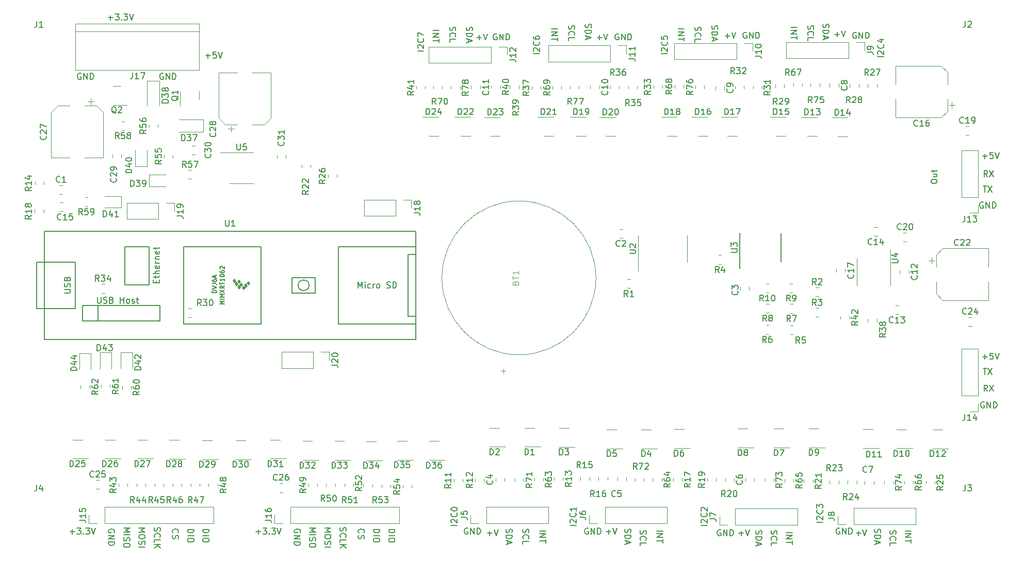
<source format=gbr>
%TF.GenerationSoftware,KiCad,Pcbnew,7.0.5*%
%TF.CreationDate,2023-09-16T15:17:10-07:00*%
%TF.ProjectId,TeensyIrrigation,5465656e-7379-4497-9272-69676174696f,rev?*%
%TF.SameCoordinates,Original*%
%TF.FileFunction,Legend,Top*%
%TF.FilePolarity,Positive*%
%FSLAX46Y46*%
G04 Gerber Fmt 4.6, Leading zero omitted, Abs format (unit mm)*
G04 Created by KiCad (PCBNEW 7.0.5) date 2023-09-16 15:17:10*
%MOMM*%
%LPD*%
G01*
G04 APERTURE LIST*
%ADD10C,0.150000*%
%ADD11C,0.100000*%
%ADD12C,0.120000*%
G04 APERTURE END LIST*
D10*
X196427800Y-136539160D02*
X196380180Y-136682017D01*
X196380180Y-136682017D02*
X196380180Y-136920112D01*
X196380180Y-136920112D02*
X196427800Y-137015350D01*
X196427800Y-137015350D02*
X196475419Y-137062969D01*
X196475419Y-137062969D02*
X196570657Y-137110588D01*
X196570657Y-137110588D02*
X196665895Y-137110588D01*
X196665895Y-137110588D02*
X196761133Y-137062969D01*
X196761133Y-137062969D02*
X196808752Y-137015350D01*
X196808752Y-137015350D02*
X196856371Y-136920112D01*
X196856371Y-136920112D02*
X196903990Y-136729636D01*
X196903990Y-136729636D02*
X196951609Y-136634398D01*
X196951609Y-136634398D02*
X196999228Y-136586779D01*
X196999228Y-136586779D02*
X197094466Y-136539160D01*
X197094466Y-136539160D02*
X197189704Y-136539160D01*
X197189704Y-136539160D02*
X197284942Y-136586779D01*
X197284942Y-136586779D02*
X197332561Y-136634398D01*
X197332561Y-136634398D02*
X197380180Y-136729636D01*
X197380180Y-136729636D02*
X197380180Y-136967731D01*
X197380180Y-136967731D02*
X197332561Y-137110588D01*
X196475419Y-138110588D02*
X196427800Y-138062969D01*
X196427800Y-138062969D02*
X196380180Y-137920112D01*
X196380180Y-137920112D02*
X196380180Y-137824874D01*
X196380180Y-137824874D02*
X196427800Y-137682017D01*
X196427800Y-137682017D02*
X196523038Y-137586779D01*
X196523038Y-137586779D02*
X196618276Y-137539160D01*
X196618276Y-137539160D02*
X196808752Y-137491541D01*
X196808752Y-137491541D02*
X196951609Y-137491541D01*
X196951609Y-137491541D02*
X197142085Y-137539160D01*
X197142085Y-137539160D02*
X197237323Y-137586779D01*
X197237323Y-137586779D02*
X197332561Y-137682017D01*
X197332561Y-137682017D02*
X197380180Y-137824874D01*
X197380180Y-137824874D02*
X197380180Y-137920112D01*
X197380180Y-137920112D02*
X197332561Y-138062969D01*
X197332561Y-138062969D02*
X197284942Y-138110588D01*
X196380180Y-139015350D02*
X196380180Y-138539160D01*
X196380180Y-138539160D02*
X197380180Y-138539160D01*
X198880180Y-136836779D02*
X199880180Y-136836779D01*
X198880180Y-137312969D02*
X199880180Y-137312969D01*
X199880180Y-137312969D02*
X198880180Y-137884397D01*
X198880180Y-137884397D02*
X199880180Y-137884397D01*
X199880180Y-138217731D02*
X199880180Y-138789159D01*
X198880180Y-138503445D02*
X199880180Y-138503445D01*
X160380180Y-54086779D02*
X161380180Y-54086779D01*
X160380180Y-54562969D02*
X161380180Y-54562969D01*
X161380180Y-54562969D02*
X160380180Y-55134397D01*
X160380180Y-55134397D02*
X161380180Y-55134397D01*
X161380180Y-55467731D02*
X161380180Y-56039159D01*
X160380180Y-55753445D02*
X161380180Y-55753445D01*
X206836779Y-54988866D02*
X207598684Y-54988866D01*
X207217731Y-55369819D02*
X207217731Y-54607914D01*
X207932017Y-54369819D02*
X208265350Y-55369819D01*
X208265350Y-55369819D02*
X208598683Y-54369819D01*
X218380180Y-136586779D02*
X219380180Y-136586779D01*
X218380180Y-137062969D02*
X219380180Y-137062969D01*
X219380180Y-137062969D02*
X218380180Y-137634397D01*
X218380180Y-137634397D02*
X219380180Y-137634397D01*
X219380180Y-137967731D02*
X219380180Y-138539159D01*
X218380180Y-138253445D02*
X219380180Y-138253445D01*
X231193922Y-109869819D02*
X231765350Y-109869819D01*
X231479636Y-110869819D02*
X231479636Y-109869819D01*
X232003446Y-109869819D02*
X232670112Y-110869819D01*
X232670112Y-109869819D02*
X232003446Y-110869819D01*
X92630180Y-136086779D02*
X93630180Y-136086779D01*
X93630180Y-136086779D02*
X92915895Y-136420112D01*
X92915895Y-136420112D02*
X93630180Y-136753445D01*
X93630180Y-136753445D02*
X92630180Y-136753445D01*
X93630180Y-137420112D02*
X93630180Y-137610588D01*
X93630180Y-137610588D02*
X93582561Y-137705826D01*
X93582561Y-137705826D02*
X93487323Y-137801064D01*
X93487323Y-137801064D02*
X93296847Y-137848683D01*
X93296847Y-137848683D02*
X92963514Y-137848683D01*
X92963514Y-137848683D02*
X92773038Y-137801064D01*
X92773038Y-137801064D02*
X92677800Y-137705826D01*
X92677800Y-137705826D02*
X92630180Y-137610588D01*
X92630180Y-137610588D02*
X92630180Y-137420112D01*
X92630180Y-137420112D02*
X92677800Y-137324874D01*
X92677800Y-137324874D02*
X92773038Y-137229636D01*
X92773038Y-137229636D02*
X92963514Y-137182017D01*
X92963514Y-137182017D02*
X93296847Y-137182017D01*
X93296847Y-137182017D02*
X93487323Y-137229636D01*
X93487323Y-137229636D02*
X93582561Y-137324874D01*
X93582561Y-137324874D02*
X93630180Y-137420112D01*
X92677800Y-138229636D02*
X92630180Y-138372493D01*
X92630180Y-138372493D02*
X92630180Y-138610588D01*
X92630180Y-138610588D02*
X92677800Y-138705826D01*
X92677800Y-138705826D02*
X92725419Y-138753445D01*
X92725419Y-138753445D02*
X92820657Y-138801064D01*
X92820657Y-138801064D02*
X92915895Y-138801064D01*
X92915895Y-138801064D02*
X93011133Y-138753445D01*
X93011133Y-138753445D02*
X93058752Y-138705826D01*
X93058752Y-138705826D02*
X93106371Y-138610588D01*
X93106371Y-138610588D02*
X93153990Y-138420112D01*
X93153990Y-138420112D02*
X93201609Y-138324874D01*
X93201609Y-138324874D02*
X93249228Y-138277255D01*
X93249228Y-138277255D02*
X93344466Y-138229636D01*
X93344466Y-138229636D02*
X93439704Y-138229636D01*
X93439704Y-138229636D02*
X93534942Y-138277255D01*
X93534942Y-138277255D02*
X93582561Y-138324874D01*
X93582561Y-138324874D02*
X93630180Y-138420112D01*
X93630180Y-138420112D02*
X93630180Y-138658207D01*
X93630180Y-138658207D02*
X93582561Y-138801064D01*
X92630180Y-139229636D02*
X93630180Y-139229636D01*
X140880180Y-54336779D02*
X141880180Y-54336779D01*
X140880180Y-54812969D02*
X141880180Y-54812969D01*
X141880180Y-54812969D02*
X140880180Y-55384397D01*
X140880180Y-55384397D02*
X141880180Y-55384397D01*
X141880180Y-55717731D02*
X141880180Y-56289159D01*
X140880180Y-56003445D02*
X141880180Y-56003445D01*
X87586779Y-52238866D02*
X88348684Y-52238866D01*
X87967731Y-52619819D02*
X87967731Y-51857914D01*
X88729636Y-51619819D02*
X89348683Y-51619819D01*
X89348683Y-51619819D02*
X89015350Y-52000771D01*
X89015350Y-52000771D02*
X89158207Y-52000771D01*
X89158207Y-52000771D02*
X89253445Y-52048390D01*
X89253445Y-52048390D02*
X89301064Y-52096009D01*
X89301064Y-52096009D02*
X89348683Y-52191247D01*
X89348683Y-52191247D02*
X89348683Y-52429342D01*
X89348683Y-52429342D02*
X89301064Y-52524580D01*
X89301064Y-52524580D02*
X89253445Y-52572200D01*
X89253445Y-52572200D02*
X89158207Y-52619819D01*
X89158207Y-52619819D02*
X88872493Y-52619819D01*
X88872493Y-52619819D02*
X88777255Y-52572200D01*
X88777255Y-52572200D02*
X88729636Y-52524580D01*
X89777255Y-52524580D02*
X89824874Y-52572200D01*
X89824874Y-52572200D02*
X89777255Y-52619819D01*
X89777255Y-52619819D02*
X89729636Y-52572200D01*
X89729636Y-52572200D02*
X89777255Y-52524580D01*
X89777255Y-52524580D02*
X89777255Y-52619819D01*
X90158207Y-51619819D02*
X90777254Y-51619819D01*
X90777254Y-51619819D02*
X90443921Y-52000771D01*
X90443921Y-52000771D02*
X90586778Y-52000771D01*
X90586778Y-52000771D02*
X90682016Y-52048390D01*
X90682016Y-52048390D02*
X90729635Y-52096009D01*
X90729635Y-52096009D02*
X90777254Y-52191247D01*
X90777254Y-52191247D02*
X90777254Y-52429342D01*
X90777254Y-52429342D02*
X90729635Y-52524580D01*
X90729635Y-52524580D02*
X90682016Y-52572200D01*
X90682016Y-52572200D02*
X90586778Y-52619819D01*
X90586778Y-52619819D02*
X90301064Y-52619819D01*
X90301064Y-52619819D02*
X90205826Y-52572200D01*
X90205826Y-52572200D02*
X90158207Y-52524580D01*
X91062969Y-51619819D02*
X91396302Y-52619819D01*
X91396302Y-52619819D02*
X91729635Y-51619819D01*
X171360588Y-54917438D02*
X171265350Y-54869819D01*
X171265350Y-54869819D02*
X171122493Y-54869819D01*
X171122493Y-54869819D02*
X170979636Y-54917438D01*
X170979636Y-54917438D02*
X170884398Y-55012676D01*
X170884398Y-55012676D02*
X170836779Y-55107914D01*
X170836779Y-55107914D02*
X170789160Y-55298390D01*
X170789160Y-55298390D02*
X170789160Y-55441247D01*
X170789160Y-55441247D02*
X170836779Y-55631723D01*
X170836779Y-55631723D02*
X170884398Y-55726961D01*
X170884398Y-55726961D02*
X170979636Y-55822200D01*
X170979636Y-55822200D02*
X171122493Y-55869819D01*
X171122493Y-55869819D02*
X171217731Y-55869819D01*
X171217731Y-55869819D02*
X171360588Y-55822200D01*
X171360588Y-55822200D02*
X171408207Y-55774580D01*
X171408207Y-55774580D02*
X171408207Y-55441247D01*
X171408207Y-55441247D02*
X171217731Y-55441247D01*
X171836779Y-55869819D02*
X171836779Y-54869819D01*
X171836779Y-54869819D02*
X172408207Y-55869819D01*
X172408207Y-55869819D02*
X172408207Y-54869819D01*
X172884398Y-55869819D02*
X172884398Y-54869819D01*
X172884398Y-54869819D02*
X173122493Y-54869819D01*
X173122493Y-54869819D02*
X173265350Y-54917438D01*
X173265350Y-54917438D02*
X173360588Y-55012676D01*
X173360588Y-55012676D02*
X173408207Y-55107914D01*
X173408207Y-55107914D02*
X173455826Y-55298390D01*
X173455826Y-55298390D02*
X173455826Y-55441247D01*
X173455826Y-55441247D02*
X173408207Y-55631723D01*
X173408207Y-55631723D02*
X173360588Y-55726961D01*
X173360588Y-55726961D02*
X173265350Y-55822200D01*
X173265350Y-55822200D02*
X173122493Y-55869819D01*
X173122493Y-55869819D02*
X172884398Y-55869819D01*
X146610588Y-136167438D02*
X146515350Y-136119819D01*
X146515350Y-136119819D02*
X146372493Y-136119819D01*
X146372493Y-136119819D02*
X146229636Y-136167438D01*
X146229636Y-136167438D02*
X146134398Y-136262676D01*
X146134398Y-136262676D02*
X146086779Y-136357914D01*
X146086779Y-136357914D02*
X146039160Y-136548390D01*
X146039160Y-136548390D02*
X146039160Y-136691247D01*
X146039160Y-136691247D02*
X146086779Y-136881723D01*
X146086779Y-136881723D02*
X146134398Y-136976961D01*
X146134398Y-136976961D02*
X146229636Y-137072200D01*
X146229636Y-137072200D02*
X146372493Y-137119819D01*
X146372493Y-137119819D02*
X146467731Y-137119819D01*
X146467731Y-137119819D02*
X146610588Y-137072200D01*
X146610588Y-137072200D02*
X146658207Y-137024580D01*
X146658207Y-137024580D02*
X146658207Y-136691247D01*
X146658207Y-136691247D02*
X146467731Y-136691247D01*
X147086779Y-137119819D02*
X147086779Y-136119819D01*
X147086779Y-136119819D02*
X147658207Y-137119819D01*
X147658207Y-137119819D02*
X147658207Y-136119819D01*
X148134398Y-137119819D02*
X148134398Y-136119819D01*
X148134398Y-136119819D02*
X148372493Y-136119819D01*
X148372493Y-136119819D02*
X148515350Y-136167438D01*
X148515350Y-136167438D02*
X148610588Y-136262676D01*
X148610588Y-136262676D02*
X148658207Y-136357914D01*
X148658207Y-136357914D02*
X148705826Y-136548390D01*
X148705826Y-136548390D02*
X148705826Y-136691247D01*
X148705826Y-136691247D02*
X148658207Y-136881723D01*
X148658207Y-136881723D02*
X148610588Y-136976961D01*
X148610588Y-136976961D02*
X148515350Y-137072200D01*
X148515350Y-137072200D02*
X148372493Y-137119819D01*
X148372493Y-137119819D02*
X148134398Y-137119819D01*
X81336779Y-136738866D02*
X82098684Y-136738866D01*
X81717731Y-137119819D02*
X81717731Y-136357914D01*
X82479636Y-136119819D02*
X83098683Y-136119819D01*
X83098683Y-136119819D02*
X82765350Y-136500771D01*
X82765350Y-136500771D02*
X82908207Y-136500771D01*
X82908207Y-136500771D02*
X83003445Y-136548390D01*
X83003445Y-136548390D02*
X83051064Y-136596009D01*
X83051064Y-136596009D02*
X83098683Y-136691247D01*
X83098683Y-136691247D02*
X83098683Y-136929342D01*
X83098683Y-136929342D02*
X83051064Y-137024580D01*
X83051064Y-137024580D02*
X83003445Y-137072200D01*
X83003445Y-137072200D02*
X82908207Y-137119819D01*
X82908207Y-137119819D02*
X82622493Y-137119819D01*
X82622493Y-137119819D02*
X82527255Y-137072200D01*
X82527255Y-137072200D02*
X82479636Y-137024580D01*
X83527255Y-137024580D02*
X83574874Y-137072200D01*
X83574874Y-137072200D02*
X83527255Y-137119819D01*
X83527255Y-137119819D02*
X83479636Y-137072200D01*
X83479636Y-137072200D02*
X83527255Y-137024580D01*
X83527255Y-137024580D02*
X83527255Y-137119819D01*
X83908207Y-136119819D02*
X84527254Y-136119819D01*
X84527254Y-136119819D02*
X84193921Y-136500771D01*
X84193921Y-136500771D02*
X84336778Y-136500771D01*
X84336778Y-136500771D02*
X84432016Y-136548390D01*
X84432016Y-136548390D02*
X84479635Y-136596009D01*
X84479635Y-136596009D02*
X84527254Y-136691247D01*
X84527254Y-136691247D02*
X84527254Y-136929342D01*
X84527254Y-136929342D02*
X84479635Y-137024580D01*
X84479635Y-137024580D02*
X84432016Y-137072200D01*
X84432016Y-137072200D02*
X84336778Y-137119819D01*
X84336778Y-137119819D02*
X84051064Y-137119819D01*
X84051064Y-137119819D02*
X83955826Y-137072200D01*
X83955826Y-137072200D02*
X83908207Y-137024580D01*
X84812969Y-136119819D02*
X85146302Y-137119819D01*
X85146302Y-137119819D02*
X85479635Y-136119819D01*
X165927800Y-53289160D02*
X165880180Y-53432017D01*
X165880180Y-53432017D02*
X165880180Y-53670112D01*
X165880180Y-53670112D02*
X165927800Y-53765350D01*
X165927800Y-53765350D02*
X165975419Y-53812969D01*
X165975419Y-53812969D02*
X166070657Y-53860588D01*
X166070657Y-53860588D02*
X166165895Y-53860588D01*
X166165895Y-53860588D02*
X166261133Y-53812969D01*
X166261133Y-53812969D02*
X166308752Y-53765350D01*
X166308752Y-53765350D02*
X166356371Y-53670112D01*
X166356371Y-53670112D02*
X166403990Y-53479636D01*
X166403990Y-53479636D02*
X166451609Y-53384398D01*
X166451609Y-53384398D02*
X166499228Y-53336779D01*
X166499228Y-53336779D02*
X166594466Y-53289160D01*
X166594466Y-53289160D02*
X166689704Y-53289160D01*
X166689704Y-53289160D02*
X166784942Y-53336779D01*
X166784942Y-53336779D02*
X166832561Y-53384398D01*
X166832561Y-53384398D02*
X166880180Y-53479636D01*
X166880180Y-53479636D02*
X166880180Y-53717731D01*
X166880180Y-53717731D02*
X166832561Y-53860588D01*
X165880180Y-54289160D02*
X166880180Y-54289160D01*
X166880180Y-54289160D02*
X166880180Y-54527255D01*
X166880180Y-54527255D02*
X166832561Y-54670112D01*
X166832561Y-54670112D02*
X166737323Y-54765350D01*
X166737323Y-54765350D02*
X166642085Y-54812969D01*
X166642085Y-54812969D02*
X166451609Y-54860588D01*
X166451609Y-54860588D02*
X166308752Y-54860588D01*
X166308752Y-54860588D02*
X166118276Y-54812969D01*
X166118276Y-54812969D02*
X166023038Y-54765350D01*
X166023038Y-54765350D02*
X165927800Y-54670112D01*
X165927800Y-54670112D02*
X165880180Y-54527255D01*
X165880180Y-54527255D02*
X165880180Y-54289160D01*
X166165895Y-55241541D02*
X166165895Y-55717731D01*
X165880180Y-55146303D02*
X166880180Y-55479636D01*
X166880180Y-55479636D02*
X165880180Y-55812969D01*
X186677800Y-53539160D02*
X186630180Y-53682017D01*
X186630180Y-53682017D02*
X186630180Y-53920112D01*
X186630180Y-53920112D02*
X186677800Y-54015350D01*
X186677800Y-54015350D02*
X186725419Y-54062969D01*
X186725419Y-54062969D02*
X186820657Y-54110588D01*
X186820657Y-54110588D02*
X186915895Y-54110588D01*
X186915895Y-54110588D02*
X187011133Y-54062969D01*
X187011133Y-54062969D02*
X187058752Y-54015350D01*
X187058752Y-54015350D02*
X187106371Y-53920112D01*
X187106371Y-53920112D02*
X187153990Y-53729636D01*
X187153990Y-53729636D02*
X187201609Y-53634398D01*
X187201609Y-53634398D02*
X187249228Y-53586779D01*
X187249228Y-53586779D02*
X187344466Y-53539160D01*
X187344466Y-53539160D02*
X187439704Y-53539160D01*
X187439704Y-53539160D02*
X187534942Y-53586779D01*
X187534942Y-53586779D02*
X187582561Y-53634398D01*
X187582561Y-53634398D02*
X187630180Y-53729636D01*
X187630180Y-53729636D02*
X187630180Y-53967731D01*
X187630180Y-53967731D02*
X187582561Y-54110588D01*
X186630180Y-54539160D02*
X187630180Y-54539160D01*
X187630180Y-54539160D02*
X187630180Y-54777255D01*
X187630180Y-54777255D02*
X187582561Y-54920112D01*
X187582561Y-54920112D02*
X187487323Y-55015350D01*
X187487323Y-55015350D02*
X187392085Y-55062969D01*
X187392085Y-55062969D02*
X187201609Y-55110588D01*
X187201609Y-55110588D02*
X187058752Y-55110588D01*
X187058752Y-55110588D02*
X186868276Y-55062969D01*
X186868276Y-55062969D02*
X186773038Y-55015350D01*
X186773038Y-55015350D02*
X186677800Y-54920112D01*
X186677800Y-54920112D02*
X186630180Y-54777255D01*
X186630180Y-54777255D02*
X186630180Y-54539160D01*
X186915895Y-55491541D02*
X186915895Y-55967731D01*
X186630180Y-55396303D02*
X187630180Y-55729636D01*
X187630180Y-55729636D02*
X186630180Y-56062969D01*
X166360588Y-136167438D02*
X166265350Y-136119819D01*
X166265350Y-136119819D02*
X166122493Y-136119819D01*
X166122493Y-136119819D02*
X165979636Y-136167438D01*
X165979636Y-136167438D02*
X165884398Y-136262676D01*
X165884398Y-136262676D02*
X165836779Y-136357914D01*
X165836779Y-136357914D02*
X165789160Y-136548390D01*
X165789160Y-136548390D02*
X165789160Y-136691247D01*
X165789160Y-136691247D02*
X165836779Y-136881723D01*
X165836779Y-136881723D02*
X165884398Y-136976961D01*
X165884398Y-136976961D02*
X165979636Y-137072200D01*
X165979636Y-137072200D02*
X166122493Y-137119819D01*
X166122493Y-137119819D02*
X166217731Y-137119819D01*
X166217731Y-137119819D02*
X166360588Y-137072200D01*
X166360588Y-137072200D02*
X166408207Y-137024580D01*
X166408207Y-137024580D02*
X166408207Y-136691247D01*
X166408207Y-136691247D02*
X166217731Y-136691247D01*
X166836779Y-137119819D02*
X166836779Y-136119819D01*
X166836779Y-136119819D02*
X167408207Y-137119819D01*
X167408207Y-137119819D02*
X167408207Y-136119819D01*
X167884398Y-137119819D02*
X167884398Y-136119819D01*
X167884398Y-136119819D02*
X168122493Y-136119819D01*
X168122493Y-136119819D02*
X168265350Y-136167438D01*
X168265350Y-136167438D02*
X168360588Y-136262676D01*
X168360588Y-136262676D02*
X168408207Y-136357914D01*
X168408207Y-136357914D02*
X168455826Y-136548390D01*
X168455826Y-136548390D02*
X168455826Y-136691247D01*
X168455826Y-136691247D02*
X168408207Y-136881723D01*
X168408207Y-136881723D02*
X168360588Y-136976961D01*
X168360588Y-136976961D02*
X168265350Y-137072200D01*
X168265350Y-137072200D02*
X168122493Y-137119819D01*
X168122493Y-137119819D02*
X167884398Y-137119819D01*
X169336779Y-136738866D02*
X170098684Y-136738866D01*
X169717731Y-137119819D02*
X169717731Y-136357914D01*
X170432017Y-136119819D02*
X170765350Y-137119819D01*
X170765350Y-137119819D02*
X171098683Y-136119819D01*
X120630180Y-136086779D02*
X121630180Y-136086779D01*
X121630180Y-136086779D02*
X120915895Y-136420112D01*
X120915895Y-136420112D02*
X121630180Y-136753445D01*
X121630180Y-136753445D02*
X120630180Y-136753445D01*
X120630180Y-137229636D02*
X121630180Y-137229636D01*
X120677800Y-137658207D02*
X120630180Y-137801064D01*
X120630180Y-137801064D02*
X120630180Y-138039159D01*
X120630180Y-138039159D02*
X120677800Y-138134397D01*
X120677800Y-138134397D02*
X120725419Y-138182016D01*
X120725419Y-138182016D02*
X120820657Y-138229635D01*
X120820657Y-138229635D02*
X120915895Y-138229635D01*
X120915895Y-138229635D02*
X121011133Y-138182016D01*
X121011133Y-138182016D02*
X121058752Y-138134397D01*
X121058752Y-138134397D02*
X121106371Y-138039159D01*
X121106371Y-138039159D02*
X121153990Y-137848683D01*
X121153990Y-137848683D02*
X121201609Y-137753445D01*
X121201609Y-137753445D02*
X121249228Y-137705826D01*
X121249228Y-137705826D02*
X121344466Y-137658207D01*
X121344466Y-137658207D02*
X121439704Y-137658207D01*
X121439704Y-137658207D02*
X121534942Y-137705826D01*
X121534942Y-137705826D02*
X121582561Y-137753445D01*
X121582561Y-137753445D02*
X121630180Y-137848683D01*
X121630180Y-137848683D02*
X121630180Y-138086778D01*
X121630180Y-138086778D02*
X121582561Y-138229635D01*
X121630180Y-138848683D02*
X121630180Y-139039159D01*
X121630180Y-139039159D02*
X121582561Y-139134397D01*
X121582561Y-139134397D02*
X121487323Y-139229635D01*
X121487323Y-139229635D02*
X121296847Y-139277254D01*
X121296847Y-139277254D02*
X120963514Y-139277254D01*
X120963514Y-139277254D02*
X120773038Y-139229635D01*
X120773038Y-139229635D02*
X120677800Y-139134397D01*
X120677800Y-139134397D02*
X120630180Y-139039159D01*
X120630180Y-139039159D02*
X120630180Y-138848683D01*
X120630180Y-138848683D02*
X120677800Y-138753445D01*
X120677800Y-138753445D02*
X120773038Y-138658207D01*
X120773038Y-138658207D02*
X120963514Y-138610588D01*
X120963514Y-138610588D02*
X121296847Y-138610588D01*
X121296847Y-138610588D02*
X121487323Y-138658207D01*
X121487323Y-138658207D02*
X121582561Y-138753445D01*
X121582561Y-138753445D02*
X121630180Y-138848683D01*
X172427800Y-136289160D02*
X172380180Y-136432017D01*
X172380180Y-136432017D02*
X172380180Y-136670112D01*
X172380180Y-136670112D02*
X172427800Y-136765350D01*
X172427800Y-136765350D02*
X172475419Y-136812969D01*
X172475419Y-136812969D02*
X172570657Y-136860588D01*
X172570657Y-136860588D02*
X172665895Y-136860588D01*
X172665895Y-136860588D02*
X172761133Y-136812969D01*
X172761133Y-136812969D02*
X172808752Y-136765350D01*
X172808752Y-136765350D02*
X172856371Y-136670112D01*
X172856371Y-136670112D02*
X172903990Y-136479636D01*
X172903990Y-136479636D02*
X172951609Y-136384398D01*
X172951609Y-136384398D02*
X172999228Y-136336779D01*
X172999228Y-136336779D02*
X173094466Y-136289160D01*
X173094466Y-136289160D02*
X173189704Y-136289160D01*
X173189704Y-136289160D02*
X173284942Y-136336779D01*
X173284942Y-136336779D02*
X173332561Y-136384398D01*
X173332561Y-136384398D02*
X173380180Y-136479636D01*
X173380180Y-136479636D02*
X173380180Y-136717731D01*
X173380180Y-136717731D02*
X173332561Y-136860588D01*
X172380180Y-137289160D02*
X173380180Y-137289160D01*
X173380180Y-137289160D02*
X173380180Y-137527255D01*
X173380180Y-137527255D02*
X173332561Y-137670112D01*
X173332561Y-137670112D02*
X173237323Y-137765350D01*
X173237323Y-137765350D02*
X173142085Y-137812969D01*
X173142085Y-137812969D02*
X172951609Y-137860588D01*
X172951609Y-137860588D02*
X172808752Y-137860588D01*
X172808752Y-137860588D02*
X172618276Y-137812969D01*
X172618276Y-137812969D02*
X172523038Y-137765350D01*
X172523038Y-137765350D02*
X172427800Y-137670112D01*
X172427800Y-137670112D02*
X172380180Y-137527255D01*
X172380180Y-137527255D02*
X172380180Y-137289160D01*
X172665895Y-138241541D02*
X172665895Y-138717731D01*
X172380180Y-138146303D02*
X173380180Y-138479636D01*
X173380180Y-138479636D02*
X172380180Y-138812969D01*
X231086779Y-107988866D02*
X231848684Y-107988866D01*
X231467731Y-108369819D02*
X231467731Y-107607914D01*
X232801064Y-107369819D02*
X232324874Y-107369819D01*
X232324874Y-107369819D02*
X232277255Y-107846009D01*
X232277255Y-107846009D02*
X232324874Y-107798390D01*
X232324874Y-107798390D02*
X232420112Y-107750771D01*
X232420112Y-107750771D02*
X232658207Y-107750771D01*
X232658207Y-107750771D02*
X232753445Y-107798390D01*
X232753445Y-107798390D02*
X232801064Y-107846009D01*
X232801064Y-107846009D02*
X232848683Y-107941247D01*
X232848683Y-107941247D02*
X232848683Y-108179342D01*
X232848683Y-108179342D02*
X232801064Y-108274580D01*
X232801064Y-108274580D02*
X232753445Y-108322200D01*
X232753445Y-108322200D02*
X232658207Y-108369819D01*
X232658207Y-108369819D02*
X232420112Y-108369819D01*
X232420112Y-108369819D02*
X232324874Y-108322200D01*
X232324874Y-108322200D02*
X232277255Y-108274580D01*
X233134398Y-107369819D02*
X233467731Y-108369819D01*
X233467731Y-108369819D02*
X233801064Y-107369819D01*
X167836779Y-55488866D02*
X168598684Y-55488866D01*
X168217731Y-55869819D02*
X168217731Y-55107914D01*
X168932017Y-54869819D02*
X169265350Y-55869819D01*
X169265350Y-55869819D02*
X169598683Y-54869819D01*
X144869819Y-135663220D02*
X143869819Y-135663220D01*
X143965057Y-135234649D02*
X143917438Y-135187030D01*
X143917438Y-135187030D02*
X143869819Y-135091792D01*
X143869819Y-135091792D02*
X143869819Y-134853697D01*
X143869819Y-134853697D02*
X143917438Y-134758459D01*
X143917438Y-134758459D02*
X143965057Y-134710840D01*
X143965057Y-134710840D02*
X144060295Y-134663221D01*
X144060295Y-134663221D02*
X144155533Y-134663221D01*
X144155533Y-134663221D02*
X144298390Y-134710840D01*
X144298390Y-134710840D02*
X144869819Y-135282268D01*
X144869819Y-135282268D02*
X144869819Y-134663221D01*
X144774580Y-133663221D02*
X144822200Y-133710840D01*
X144822200Y-133710840D02*
X144869819Y-133853697D01*
X144869819Y-133853697D02*
X144869819Y-133948935D01*
X144869819Y-133948935D02*
X144822200Y-134091792D01*
X144822200Y-134091792D02*
X144726961Y-134187030D01*
X144726961Y-134187030D02*
X144631723Y-134234649D01*
X144631723Y-134234649D02*
X144441247Y-134282268D01*
X144441247Y-134282268D02*
X144298390Y-134282268D01*
X144298390Y-134282268D02*
X144107914Y-134234649D01*
X144107914Y-134234649D02*
X144012676Y-134187030D01*
X144012676Y-134187030D02*
X143917438Y-134091792D01*
X143917438Y-134091792D02*
X143869819Y-133948935D01*
X143869819Y-133948935D02*
X143869819Y-133853697D01*
X143869819Y-133853697D02*
X143917438Y-133710840D01*
X143917438Y-133710840D02*
X143965057Y-133663221D01*
X143869819Y-133044173D02*
X143869819Y-132948935D01*
X143869819Y-132948935D02*
X143917438Y-132853697D01*
X143917438Y-132853697D02*
X143965057Y-132806078D01*
X143965057Y-132806078D02*
X144060295Y-132758459D01*
X144060295Y-132758459D02*
X144250771Y-132710840D01*
X144250771Y-132710840D02*
X144488866Y-132710840D01*
X144488866Y-132710840D02*
X144679342Y-132758459D01*
X144679342Y-132758459D02*
X144774580Y-132806078D01*
X144774580Y-132806078D02*
X144822200Y-132853697D01*
X144822200Y-132853697D02*
X144869819Y-132948935D01*
X144869819Y-132948935D02*
X144869819Y-133044173D01*
X144869819Y-133044173D02*
X144822200Y-133139411D01*
X144822200Y-133139411D02*
X144774580Y-133187030D01*
X144774580Y-133187030D02*
X144679342Y-133234649D01*
X144679342Y-133234649D02*
X144488866Y-133282268D01*
X144488866Y-133282268D02*
X144250771Y-133282268D01*
X144250771Y-133282268D02*
X144060295Y-133234649D01*
X144060295Y-133234649D02*
X143965057Y-133187030D01*
X143965057Y-133187030D02*
X143917438Y-133139411D01*
X143917438Y-133139411D02*
X143869819Y-133044173D01*
X231086779Y-74988866D02*
X231848684Y-74988866D01*
X231467731Y-75369819D02*
X231467731Y-74607914D01*
X232801064Y-74369819D02*
X232324874Y-74369819D01*
X232324874Y-74369819D02*
X232277255Y-74846009D01*
X232277255Y-74846009D02*
X232324874Y-74798390D01*
X232324874Y-74798390D02*
X232420112Y-74750771D01*
X232420112Y-74750771D02*
X232658207Y-74750771D01*
X232658207Y-74750771D02*
X232753445Y-74798390D01*
X232753445Y-74798390D02*
X232801064Y-74846009D01*
X232801064Y-74846009D02*
X232848683Y-74941247D01*
X232848683Y-74941247D02*
X232848683Y-75179342D01*
X232848683Y-75179342D02*
X232801064Y-75274580D01*
X232801064Y-75274580D02*
X232753445Y-75322200D01*
X232753445Y-75322200D02*
X232658207Y-75369819D01*
X232658207Y-75369819D02*
X232420112Y-75369819D01*
X232420112Y-75369819D02*
X232324874Y-75322200D01*
X232324874Y-75322200D02*
X232277255Y-75274580D01*
X233134398Y-74369819D02*
X233467731Y-75369819D01*
X233467731Y-75369819D02*
X233801064Y-74369819D01*
X177630180Y-136586779D02*
X178630180Y-136586779D01*
X177630180Y-137062969D02*
X178630180Y-137062969D01*
X178630180Y-137062969D02*
X177630180Y-137634397D01*
X177630180Y-137634397D02*
X178630180Y-137634397D01*
X178630180Y-137967731D02*
X178630180Y-138539159D01*
X177630180Y-138253445D02*
X178630180Y-138253445D01*
X111836779Y-136738866D02*
X112598684Y-136738866D01*
X112217731Y-137119819D02*
X112217731Y-136357914D01*
X112979636Y-136119819D02*
X113598683Y-136119819D01*
X113598683Y-136119819D02*
X113265350Y-136500771D01*
X113265350Y-136500771D02*
X113408207Y-136500771D01*
X113408207Y-136500771D02*
X113503445Y-136548390D01*
X113503445Y-136548390D02*
X113551064Y-136596009D01*
X113551064Y-136596009D02*
X113598683Y-136691247D01*
X113598683Y-136691247D02*
X113598683Y-136929342D01*
X113598683Y-136929342D02*
X113551064Y-137024580D01*
X113551064Y-137024580D02*
X113503445Y-137072200D01*
X113503445Y-137072200D02*
X113408207Y-137119819D01*
X113408207Y-137119819D02*
X113122493Y-137119819D01*
X113122493Y-137119819D02*
X113027255Y-137072200D01*
X113027255Y-137072200D02*
X112979636Y-137024580D01*
X114027255Y-137024580D02*
X114074874Y-137072200D01*
X114074874Y-137072200D02*
X114027255Y-137119819D01*
X114027255Y-137119819D02*
X113979636Y-137072200D01*
X113979636Y-137072200D02*
X114027255Y-137024580D01*
X114027255Y-137024580D02*
X114027255Y-137119819D01*
X114408207Y-136119819D02*
X115027254Y-136119819D01*
X115027254Y-136119819D02*
X114693921Y-136500771D01*
X114693921Y-136500771D02*
X114836778Y-136500771D01*
X114836778Y-136500771D02*
X114932016Y-136548390D01*
X114932016Y-136548390D02*
X114979635Y-136596009D01*
X114979635Y-136596009D02*
X115027254Y-136691247D01*
X115027254Y-136691247D02*
X115027254Y-136929342D01*
X115027254Y-136929342D02*
X114979635Y-137024580D01*
X114979635Y-137024580D02*
X114932016Y-137072200D01*
X114932016Y-137072200D02*
X114836778Y-137119819D01*
X114836778Y-137119819D02*
X114551064Y-137119819D01*
X114551064Y-137119819D02*
X114455826Y-137072200D01*
X114455826Y-137072200D02*
X114408207Y-137024580D01*
X115312969Y-136119819D02*
X115646302Y-137119819D01*
X115646302Y-137119819D02*
X115979635Y-136119819D01*
X181130180Y-54086779D02*
X182130180Y-54086779D01*
X181130180Y-54562969D02*
X182130180Y-54562969D01*
X182130180Y-54562969D02*
X181130180Y-55134397D01*
X181130180Y-55134397D02*
X182130180Y-55134397D01*
X182130180Y-55467731D02*
X182130180Y-56039159D01*
X181130180Y-55753445D02*
X182130180Y-55753445D01*
X128725419Y-136908207D02*
X128677800Y-136860588D01*
X128677800Y-136860588D02*
X128630180Y-136717731D01*
X128630180Y-136717731D02*
X128630180Y-136622493D01*
X128630180Y-136622493D02*
X128677800Y-136479636D01*
X128677800Y-136479636D02*
X128773038Y-136384398D01*
X128773038Y-136384398D02*
X128868276Y-136336779D01*
X128868276Y-136336779D02*
X129058752Y-136289160D01*
X129058752Y-136289160D02*
X129201609Y-136289160D01*
X129201609Y-136289160D02*
X129392085Y-136336779D01*
X129392085Y-136336779D02*
X129487323Y-136384398D01*
X129487323Y-136384398D02*
X129582561Y-136479636D01*
X129582561Y-136479636D02*
X129630180Y-136622493D01*
X129630180Y-136622493D02*
X129630180Y-136717731D01*
X129630180Y-136717731D02*
X129582561Y-136860588D01*
X129582561Y-136860588D02*
X129534942Y-136908207D01*
X128677800Y-137289160D02*
X128630180Y-137432017D01*
X128630180Y-137432017D02*
X128630180Y-137670112D01*
X128630180Y-137670112D02*
X128677800Y-137765350D01*
X128677800Y-137765350D02*
X128725419Y-137812969D01*
X128725419Y-137812969D02*
X128820657Y-137860588D01*
X128820657Y-137860588D02*
X128915895Y-137860588D01*
X128915895Y-137860588D02*
X129011133Y-137812969D01*
X129011133Y-137812969D02*
X129058752Y-137765350D01*
X129058752Y-137765350D02*
X129106371Y-137670112D01*
X129106371Y-137670112D02*
X129153990Y-137479636D01*
X129153990Y-137479636D02*
X129201609Y-137384398D01*
X129201609Y-137384398D02*
X129249228Y-137336779D01*
X129249228Y-137336779D02*
X129344466Y-137289160D01*
X129344466Y-137289160D02*
X129439704Y-137289160D01*
X129439704Y-137289160D02*
X129534942Y-137336779D01*
X129534942Y-137336779D02*
X129582561Y-137384398D01*
X129582561Y-137384398D02*
X129630180Y-137479636D01*
X129630180Y-137479636D02*
X129630180Y-137717731D01*
X129630180Y-137717731D02*
X129582561Y-137860588D01*
X222619819Y-79222744D02*
X222619819Y-79032268D01*
X222619819Y-79032268D02*
X222667438Y-78937030D01*
X222667438Y-78937030D02*
X222762676Y-78841792D01*
X222762676Y-78841792D02*
X222953152Y-78794173D01*
X222953152Y-78794173D02*
X223286485Y-78794173D01*
X223286485Y-78794173D02*
X223476961Y-78841792D01*
X223476961Y-78841792D02*
X223572200Y-78937030D01*
X223572200Y-78937030D02*
X223619819Y-79032268D01*
X223619819Y-79032268D02*
X223619819Y-79222744D01*
X223619819Y-79222744D02*
X223572200Y-79317982D01*
X223572200Y-79317982D02*
X223476961Y-79413220D01*
X223476961Y-79413220D02*
X223286485Y-79460839D01*
X223286485Y-79460839D02*
X222953152Y-79460839D01*
X222953152Y-79460839D02*
X222762676Y-79413220D01*
X222762676Y-79413220D02*
X222667438Y-79317982D01*
X222667438Y-79317982D02*
X222619819Y-79222744D01*
X222953152Y-77937030D02*
X223619819Y-77937030D01*
X222953152Y-78365601D02*
X223476961Y-78365601D01*
X223476961Y-78365601D02*
X223572200Y-78317982D01*
X223572200Y-78317982D02*
X223619819Y-78222744D01*
X223619819Y-78222744D02*
X223619819Y-78079887D01*
X223619819Y-78079887D02*
X223572200Y-77984649D01*
X223572200Y-77984649D02*
X223524580Y-77937030D01*
X222953152Y-77603696D02*
X222953152Y-77222744D01*
X222619819Y-77460839D02*
X223476961Y-77460839D01*
X223476961Y-77460839D02*
X223572200Y-77413220D01*
X223572200Y-77413220D02*
X223619819Y-77317982D01*
X223619819Y-77317982D02*
X223619819Y-77222744D01*
X139369819Y-57663220D02*
X138369819Y-57663220D01*
X138465057Y-57234649D02*
X138417438Y-57187030D01*
X138417438Y-57187030D02*
X138369819Y-57091792D01*
X138369819Y-57091792D02*
X138369819Y-56853697D01*
X138369819Y-56853697D02*
X138417438Y-56758459D01*
X138417438Y-56758459D02*
X138465057Y-56710840D01*
X138465057Y-56710840D02*
X138560295Y-56663221D01*
X138560295Y-56663221D02*
X138655533Y-56663221D01*
X138655533Y-56663221D02*
X138798390Y-56710840D01*
X138798390Y-56710840D02*
X139369819Y-57282268D01*
X139369819Y-57282268D02*
X139369819Y-56663221D01*
X139274580Y-55663221D02*
X139322200Y-55710840D01*
X139322200Y-55710840D02*
X139369819Y-55853697D01*
X139369819Y-55853697D02*
X139369819Y-55948935D01*
X139369819Y-55948935D02*
X139322200Y-56091792D01*
X139322200Y-56091792D02*
X139226961Y-56187030D01*
X139226961Y-56187030D02*
X139131723Y-56234649D01*
X139131723Y-56234649D02*
X138941247Y-56282268D01*
X138941247Y-56282268D02*
X138798390Y-56282268D01*
X138798390Y-56282268D02*
X138607914Y-56234649D01*
X138607914Y-56234649D02*
X138512676Y-56187030D01*
X138512676Y-56187030D02*
X138417438Y-56091792D01*
X138417438Y-56091792D02*
X138369819Y-55948935D01*
X138369819Y-55948935D02*
X138369819Y-55853697D01*
X138369819Y-55853697D02*
X138417438Y-55710840D01*
X138417438Y-55710840D02*
X138465057Y-55663221D01*
X138369819Y-55329887D02*
X138369819Y-54663221D01*
X138369819Y-54663221D02*
X139369819Y-55091792D01*
X119082561Y-136860588D02*
X119130180Y-136765350D01*
X119130180Y-136765350D02*
X119130180Y-136622493D01*
X119130180Y-136622493D02*
X119082561Y-136479636D01*
X119082561Y-136479636D02*
X118987323Y-136384398D01*
X118987323Y-136384398D02*
X118892085Y-136336779D01*
X118892085Y-136336779D02*
X118701609Y-136289160D01*
X118701609Y-136289160D02*
X118558752Y-136289160D01*
X118558752Y-136289160D02*
X118368276Y-136336779D01*
X118368276Y-136336779D02*
X118273038Y-136384398D01*
X118273038Y-136384398D02*
X118177800Y-136479636D01*
X118177800Y-136479636D02*
X118130180Y-136622493D01*
X118130180Y-136622493D02*
X118130180Y-136717731D01*
X118130180Y-136717731D02*
X118177800Y-136860588D01*
X118177800Y-136860588D02*
X118225419Y-136908207D01*
X118225419Y-136908207D02*
X118558752Y-136908207D01*
X118558752Y-136908207D02*
X118558752Y-136717731D01*
X118130180Y-137336779D02*
X119130180Y-137336779D01*
X119130180Y-137336779D02*
X118130180Y-137908207D01*
X118130180Y-137908207D02*
X119130180Y-137908207D01*
X118130180Y-138384398D02*
X119130180Y-138384398D01*
X119130180Y-138384398D02*
X119130180Y-138622493D01*
X119130180Y-138622493D02*
X119082561Y-138765350D01*
X119082561Y-138765350D02*
X118987323Y-138860588D01*
X118987323Y-138860588D02*
X118892085Y-138908207D01*
X118892085Y-138908207D02*
X118701609Y-138955826D01*
X118701609Y-138955826D02*
X118558752Y-138955826D01*
X118558752Y-138955826D02*
X118368276Y-138908207D01*
X118368276Y-138908207D02*
X118273038Y-138860588D01*
X118273038Y-138860588D02*
X118177800Y-138765350D01*
X118177800Y-138765350D02*
X118130180Y-138622493D01*
X118130180Y-138622493D02*
X118130180Y-138384398D01*
X123130180Y-136086779D02*
X124130180Y-136086779D01*
X124130180Y-136086779D02*
X123415895Y-136420112D01*
X123415895Y-136420112D02*
X124130180Y-136753445D01*
X124130180Y-136753445D02*
X123130180Y-136753445D01*
X124130180Y-137420112D02*
X124130180Y-137610588D01*
X124130180Y-137610588D02*
X124082561Y-137705826D01*
X124082561Y-137705826D02*
X123987323Y-137801064D01*
X123987323Y-137801064D02*
X123796847Y-137848683D01*
X123796847Y-137848683D02*
X123463514Y-137848683D01*
X123463514Y-137848683D02*
X123273038Y-137801064D01*
X123273038Y-137801064D02*
X123177800Y-137705826D01*
X123177800Y-137705826D02*
X123130180Y-137610588D01*
X123130180Y-137610588D02*
X123130180Y-137420112D01*
X123130180Y-137420112D02*
X123177800Y-137324874D01*
X123177800Y-137324874D02*
X123273038Y-137229636D01*
X123273038Y-137229636D02*
X123463514Y-137182017D01*
X123463514Y-137182017D02*
X123796847Y-137182017D01*
X123796847Y-137182017D02*
X123987323Y-137229636D01*
X123987323Y-137229636D02*
X124082561Y-137324874D01*
X124082561Y-137324874D02*
X124130180Y-137420112D01*
X123177800Y-138229636D02*
X123130180Y-138372493D01*
X123130180Y-138372493D02*
X123130180Y-138610588D01*
X123130180Y-138610588D02*
X123177800Y-138705826D01*
X123177800Y-138705826D02*
X123225419Y-138753445D01*
X123225419Y-138753445D02*
X123320657Y-138801064D01*
X123320657Y-138801064D02*
X123415895Y-138801064D01*
X123415895Y-138801064D02*
X123511133Y-138753445D01*
X123511133Y-138753445D02*
X123558752Y-138705826D01*
X123558752Y-138705826D02*
X123606371Y-138610588D01*
X123606371Y-138610588D02*
X123653990Y-138420112D01*
X123653990Y-138420112D02*
X123701609Y-138324874D01*
X123701609Y-138324874D02*
X123749228Y-138277255D01*
X123749228Y-138277255D02*
X123844466Y-138229636D01*
X123844466Y-138229636D02*
X123939704Y-138229636D01*
X123939704Y-138229636D02*
X124034942Y-138277255D01*
X124034942Y-138277255D02*
X124082561Y-138324874D01*
X124082561Y-138324874D02*
X124130180Y-138420112D01*
X124130180Y-138420112D02*
X124130180Y-138658207D01*
X124130180Y-138658207D02*
X124082561Y-138801064D01*
X123130180Y-139229636D02*
X124130180Y-139229636D01*
X158380180Y-136586779D02*
X159380180Y-136586779D01*
X158380180Y-137062969D02*
X159380180Y-137062969D01*
X159380180Y-137062969D02*
X158380180Y-137634397D01*
X158380180Y-137634397D02*
X159380180Y-137634397D01*
X159380180Y-137967731D02*
X159380180Y-138539159D01*
X158380180Y-138253445D02*
X159380180Y-138253445D01*
X231908207Y-113619819D02*
X231574874Y-113143628D01*
X231336779Y-113619819D02*
X231336779Y-112619819D01*
X231336779Y-112619819D02*
X231717731Y-112619819D01*
X231717731Y-112619819D02*
X231812969Y-112667438D01*
X231812969Y-112667438D02*
X231860588Y-112715057D01*
X231860588Y-112715057D02*
X231908207Y-112810295D01*
X231908207Y-112810295D02*
X231908207Y-112953152D01*
X231908207Y-112953152D02*
X231860588Y-113048390D01*
X231860588Y-113048390D02*
X231812969Y-113096009D01*
X231812969Y-113096009D02*
X231717731Y-113143628D01*
X231717731Y-113143628D02*
X231336779Y-113143628D01*
X232241541Y-112619819D02*
X232908207Y-113619819D01*
X232908207Y-112619819D02*
X232241541Y-113619819D01*
X231360588Y-115417438D02*
X231265350Y-115369819D01*
X231265350Y-115369819D02*
X231122493Y-115369819D01*
X231122493Y-115369819D02*
X230979636Y-115417438D01*
X230979636Y-115417438D02*
X230884398Y-115512676D01*
X230884398Y-115512676D02*
X230836779Y-115607914D01*
X230836779Y-115607914D02*
X230789160Y-115798390D01*
X230789160Y-115798390D02*
X230789160Y-115941247D01*
X230789160Y-115941247D02*
X230836779Y-116131723D01*
X230836779Y-116131723D02*
X230884398Y-116226961D01*
X230884398Y-116226961D02*
X230979636Y-116322200D01*
X230979636Y-116322200D02*
X231122493Y-116369819D01*
X231122493Y-116369819D02*
X231217731Y-116369819D01*
X231217731Y-116369819D02*
X231360588Y-116322200D01*
X231360588Y-116322200D02*
X231408207Y-116274580D01*
X231408207Y-116274580D02*
X231408207Y-115941247D01*
X231408207Y-115941247D02*
X231217731Y-115941247D01*
X231836779Y-116369819D02*
X231836779Y-115369819D01*
X231836779Y-115369819D02*
X232408207Y-116369819D01*
X232408207Y-116369819D02*
X232408207Y-115369819D01*
X232884398Y-116369819D02*
X232884398Y-115369819D01*
X232884398Y-115369819D02*
X233122493Y-115369819D01*
X233122493Y-115369819D02*
X233265350Y-115417438D01*
X233265350Y-115417438D02*
X233360588Y-115512676D01*
X233360588Y-115512676D02*
X233408207Y-115607914D01*
X233408207Y-115607914D02*
X233455826Y-115798390D01*
X233455826Y-115798390D02*
X233455826Y-115941247D01*
X233455826Y-115941247D02*
X233408207Y-116131723D01*
X233408207Y-116131723D02*
X233360588Y-116226961D01*
X233360588Y-116226961D02*
X233265350Y-116322200D01*
X233265350Y-116322200D02*
X233122493Y-116369819D01*
X233122493Y-116369819D02*
X232884398Y-116369819D01*
X231193922Y-79869819D02*
X231765350Y-79869819D01*
X231479636Y-80869819D02*
X231479636Y-79869819D01*
X232003446Y-79869819D02*
X232670112Y-80869819D01*
X232670112Y-79869819D02*
X232003446Y-80869819D01*
X158369819Y-58163220D02*
X157369819Y-58163220D01*
X157465057Y-57734649D02*
X157417438Y-57687030D01*
X157417438Y-57687030D02*
X157369819Y-57591792D01*
X157369819Y-57591792D02*
X157369819Y-57353697D01*
X157369819Y-57353697D02*
X157417438Y-57258459D01*
X157417438Y-57258459D02*
X157465057Y-57210840D01*
X157465057Y-57210840D02*
X157560295Y-57163221D01*
X157560295Y-57163221D02*
X157655533Y-57163221D01*
X157655533Y-57163221D02*
X157798390Y-57210840D01*
X157798390Y-57210840D02*
X158369819Y-57782268D01*
X158369819Y-57782268D02*
X158369819Y-57163221D01*
X158274580Y-56163221D02*
X158322200Y-56210840D01*
X158322200Y-56210840D02*
X158369819Y-56353697D01*
X158369819Y-56353697D02*
X158369819Y-56448935D01*
X158369819Y-56448935D02*
X158322200Y-56591792D01*
X158322200Y-56591792D02*
X158226961Y-56687030D01*
X158226961Y-56687030D02*
X158131723Y-56734649D01*
X158131723Y-56734649D02*
X157941247Y-56782268D01*
X157941247Y-56782268D02*
X157798390Y-56782268D01*
X157798390Y-56782268D02*
X157607914Y-56734649D01*
X157607914Y-56734649D02*
X157512676Y-56687030D01*
X157512676Y-56687030D02*
X157417438Y-56591792D01*
X157417438Y-56591792D02*
X157369819Y-56448935D01*
X157369819Y-56448935D02*
X157369819Y-56353697D01*
X157369819Y-56353697D02*
X157417438Y-56210840D01*
X157417438Y-56210840D02*
X157465057Y-56163221D01*
X157369819Y-55306078D02*
X157369819Y-55496554D01*
X157369819Y-55496554D02*
X157417438Y-55591792D01*
X157417438Y-55591792D02*
X157465057Y-55639411D01*
X157465057Y-55639411D02*
X157607914Y-55734649D01*
X157607914Y-55734649D02*
X157798390Y-55782268D01*
X157798390Y-55782268D02*
X158179342Y-55782268D01*
X158179342Y-55782268D02*
X158274580Y-55734649D01*
X158274580Y-55734649D02*
X158322200Y-55687030D01*
X158322200Y-55687030D02*
X158369819Y-55591792D01*
X158369819Y-55591792D02*
X158369819Y-55401316D01*
X158369819Y-55401316D02*
X158322200Y-55306078D01*
X158322200Y-55306078D02*
X158274580Y-55258459D01*
X158274580Y-55258459D02*
X158179342Y-55210840D01*
X158179342Y-55210840D02*
X157941247Y-55210840D01*
X157941247Y-55210840D02*
X157846009Y-55258459D01*
X157846009Y-55258459D02*
X157798390Y-55306078D01*
X157798390Y-55306078D02*
X157750771Y-55401316D01*
X157750771Y-55401316D02*
X157750771Y-55591792D01*
X157750771Y-55591792D02*
X157798390Y-55687030D01*
X157798390Y-55687030D02*
X157846009Y-55734649D01*
X157846009Y-55734649D02*
X157941247Y-55782268D01*
X231908207Y-78369819D02*
X231574874Y-77893628D01*
X231336779Y-78369819D02*
X231336779Y-77369819D01*
X231336779Y-77369819D02*
X231717731Y-77369819D01*
X231717731Y-77369819D02*
X231812969Y-77417438D01*
X231812969Y-77417438D02*
X231860588Y-77465057D01*
X231860588Y-77465057D02*
X231908207Y-77560295D01*
X231908207Y-77560295D02*
X231908207Y-77703152D01*
X231908207Y-77703152D02*
X231860588Y-77798390D01*
X231860588Y-77798390D02*
X231812969Y-77846009D01*
X231812969Y-77846009D02*
X231717731Y-77893628D01*
X231717731Y-77893628D02*
X231336779Y-77893628D01*
X232241541Y-77369819D02*
X232908207Y-78369819D01*
X232908207Y-77369819D02*
X232241541Y-78369819D01*
X193927800Y-136539160D02*
X193880180Y-136682017D01*
X193880180Y-136682017D02*
X193880180Y-136920112D01*
X193880180Y-136920112D02*
X193927800Y-137015350D01*
X193927800Y-137015350D02*
X193975419Y-137062969D01*
X193975419Y-137062969D02*
X194070657Y-137110588D01*
X194070657Y-137110588D02*
X194165895Y-137110588D01*
X194165895Y-137110588D02*
X194261133Y-137062969D01*
X194261133Y-137062969D02*
X194308752Y-137015350D01*
X194308752Y-137015350D02*
X194356371Y-136920112D01*
X194356371Y-136920112D02*
X194403990Y-136729636D01*
X194403990Y-136729636D02*
X194451609Y-136634398D01*
X194451609Y-136634398D02*
X194499228Y-136586779D01*
X194499228Y-136586779D02*
X194594466Y-136539160D01*
X194594466Y-136539160D02*
X194689704Y-136539160D01*
X194689704Y-136539160D02*
X194784942Y-136586779D01*
X194784942Y-136586779D02*
X194832561Y-136634398D01*
X194832561Y-136634398D02*
X194880180Y-136729636D01*
X194880180Y-136729636D02*
X194880180Y-136967731D01*
X194880180Y-136967731D02*
X194832561Y-137110588D01*
X193880180Y-137539160D02*
X194880180Y-137539160D01*
X194880180Y-137539160D02*
X194880180Y-137777255D01*
X194880180Y-137777255D02*
X194832561Y-137920112D01*
X194832561Y-137920112D02*
X194737323Y-138015350D01*
X194737323Y-138015350D02*
X194642085Y-138062969D01*
X194642085Y-138062969D02*
X194451609Y-138110588D01*
X194451609Y-138110588D02*
X194308752Y-138110588D01*
X194308752Y-138110588D02*
X194118276Y-138062969D01*
X194118276Y-138062969D02*
X194023038Y-138015350D01*
X194023038Y-138015350D02*
X193927800Y-137920112D01*
X193927800Y-137920112D02*
X193880180Y-137777255D01*
X193880180Y-137777255D02*
X193880180Y-137539160D01*
X194165895Y-138491541D02*
X194165895Y-138967731D01*
X193880180Y-138396303D02*
X194880180Y-138729636D01*
X194880180Y-138729636D02*
X193880180Y-139062969D01*
X164369819Y-135663220D02*
X163369819Y-135663220D01*
X163465057Y-135234649D02*
X163417438Y-135187030D01*
X163417438Y-135187030D02*
X163369819Y-135091792D01*
X163369819Y-135091792D02*
X163369819Y-134853697D01*
X163369819Y-134853697D02*
X163417438Y-134758459D01*
X163417438Y-134758459D02*
X163465057Y-134710840D01*
X163465057Y-134710840D02*
X163560295Y-134663221D01*
X163560295Y-134663221D02*
X163655533Y-134663221D01*
X163655533Y-134663221D02*
X163798390Y-134710840D01*
X163798390Y-134710840D02*
X164369819Y-135282268D01*
X164369819Y-135282268D02*
X164369819Y-134663221D01*
X164274580Y-133663221D02*
X164322200Y-133710840D01*
X164322200Y-133710840D02*
X164369819Y-133853697D01*
X164369819Y-133853697D02*
X164369819Y-133948935D01*
X164369819Y-133948935D02*
X164322200Y-134091792D01*
X164322200Y-134091792D02*
X164226961Y-134187030D01*
X164226961Y-134187030D02*
X164131723Y-134234649D01*
X164131723Y-134234649D02*
X163941247Y-134282268D01*
X163941247Y-134282268D02*
X163798390Y-134282268D01*
X163798390Y-134282268D02*
X163607914Y-134234649D01*
X163607914Y-134234649D02*
X163512676Y-134187030D01*
X163512676Y-134187030D02*
X163417438Y-134091792D01*
X163417438Y-134091792D02*
X163369819Y-133948935D01*
X163369819Y-133948935D02*
X163369819Y-133853697D01*
X163369819Y-133853697D02*
X163417438Y-133710840D01*
X163417438Y-133710840D02*
X163465057Y-133663221D01*
X164369819Y-132710840D02*
X164369819Y-133282268D01*
X164369819Y-132996554D02*
X163369819Y-132996554D01*
X163369819Y-132996554D02*
X163512676Y-133091792D01*
X163512676Y-133091792D02*
X163607914Y-133187030D01*
X163607914Y-133187030D02*
X163655533Y-133282268D01*
X204869819Y-135163220D02*
X203869819Y-135163220D01*
X203965057Y-134734649D02*
X203917438Y-134687030D01*
X203917438Y-134687030D02*
X203869819Y-134591792D01*
X203869819Y-134591792D02*
X203869819Y-134353697D01*
X203869819Y-134353697D02*
X203917438Y-134258459D01*
X203917438Y-134258459D02*
X203965057Y-134210840D01*
X203965057Y-134210840D02*
X204060295Y-134163221D01*
X204060295Y-134163221D02*
X204155533Y-134163221D01*
X204155533Y-134163221D02*
X204298390Y-134210840D01*
X204298390Y-134210840D02*
X204869819Y-134782268D01*
X204869819Y-134782268D02*
X204869819Y-134163221D01*
X204774580Y-133163221D02*
X204822200Y-133210840D01*
X204822200Y-133210840D02*
X204869819Y-133353697D01*
X204869819Y-133353697D02*
X204869819Y-133448935D01*
X204869819Y-133448935D02*
X204822200Y-133591792D01*
X204822200Y-133591792D02*
X204726961Y-133687030D01*
X204726961Y-133687030D02*
X204631723Y-133734649D01*
X204631723Y-133734649D02*
X204441247Y-133782268D01*
X204441247Y-133782268D02*
X204298390Y-133782268D01*
X204298390Y-133782268D02*
X204107914Y-133734649D01*
X204107914Y-133734649D02*
X204012676Y-133687030D01*
X204012676Y-133687030D02*
X203917438Y-133591792D01*
X203917438Y-133591792D02*
X203869819Y-133448935D01*
X203869819Y-133448935D02*
X203869819Y-133353697D01*
X203869819Y-133353697D02*
X203917438Y-133210840D01*
X203917438Y-133210840D02*
X203965057Y-133163221D01*
X203869819Y-132829887D02*
X203869819Y-132210840D01*
X203869819Y-132210840D02*
X204250771Y-132544173D01*
X204250771Y-132544173D02*
X204250771Y-132401316D01*
X204250771Y-132401316D02*
X204298390Y-132306078D01*
X204298390Y-132306078D02*
X204346009Y-132258459D01*
X204346009Y-132258459D02*
X204441247Y-132210840D01*
X204441247Y-132210840D02*
X204679342Y-132210840D01*
X204679342Y-132210840D02*
X204774580Y-132258459D01*
X204774580Y-132258459D02*
X204822200Y-132306078D01*
X204822200Y-132306078D02*
X204869819Y-132401316D01*
X204869819Y-132401316D02*
X204869819Y-132687030D01*
X204869819Y-132687030D02*
X204822200Y-132782268D01*
X204822200Y-132782268D02*
X204774580Y-132829887D01*
X188836779Y-55238866D02*
X189598684Y-55238866D01*
X189217731Y-55619819D02*
X189217731Y-54857914D01*
X189932017Y-54619819D02*
X190265350Y-55619819D01*
X190265350Y-55619819D02*
X190598683Y-54619819D01*
X204927800Y-53289160D02*
X204880180Y-53432017D01*
X204880180Y-53432017D02*
X204880180Y-53670112D01*
X204880180Y-53670112D02*
X204927800Y-53765350D01*
X204927800Y-53765350D02*
X204975419Y-53812969D01*
X204975419Y-53812969D02*
X205070657Y-53860588D01*
X205070657Y-53860588D02*
X205165895Y-53860588D01*
X205165895Y-53860588D02*
X205261133Y-53812969D01*
X205261133Y-53812969D02*
X205308752Y-53765350D01*
X205308752Y-53765350D02*
X205356371Y-53670112D01*
X205356371Y-53670112D02*
X205403990Y-53479636D01*
X205403990Y-53479636D02*
X205451609Y-53384398D01*
X205451609Y-53384398D02*
X205499228Y-53336779D01*
X205499228Y-53336779D02*
X205594466Y-53289160D01*
X205594466Y-53289160D02*
X205689704Y-53289160D01*
X205689704Y-53289160D02*
X205784942Y-53336779D01*
X205784942Y-53336779D02*
X205832561Y-53384398D01*
X205832561Y-53384398D02*
X205880180Y-53479636D01*
X205880180Y-53479636D02*
X205880180Y-53717731D01*
X205880180Y-53717731D02*
X205832561Y-53860588D01*
X204880180Y-54289160D02*
X205880180Y-54289160D01*
X205880180Y-54289160D02*
X205880180Y-54527255D01*
X205880180Y-54527255D02*
X205832561Y-54670112D01*
X205832561Y-54670112D02*
X205737323Y-54765350D01*
X205737323Y-54765350D02*
X205642085Y-54812969D01*
X205642085Y-54812969D02*
X205451609Y-54860588D01*
X205451609Y-54860588D02*
X205308752Y-54860588D01*
X205308752Y-54860588D02*
X205118276Y-54812969D01*
X205118276Y-54812969D02*
X205023038Y-54765350D01*
X205023038Y-54765350D02*
X204927800Y-54670112D01*
X204927800Y-54670112D02*
X204880180Y-54527255D01*
X204880180Y-54527255D02*
X204880180Y-54289160D01*
X205165895Y-55241541D02*
X205165895Y-55717731D01*
X204880180Y-55146303D02*
X205880180Y-55479636D01*
X205880180Y-55479636D02*
X204880180Y-55812969D01*
X214869819Y-58663220D02*
X213869819Y-58663220D01*
X213965057Y-58234649D02*
X213917438Y-58187030D01*
X213917438Y-58187030D02*
X213869819Y-58091792D01*
X213869819Y-58091792D02*
X213869819Y-57853697D01*
X213869819Y-57853697D02*
X213917438Y-57758459D01*
X213917438Y-57758459D02*
X213965057Y-57710840D01*
X213965057Y-57710840D02*
X214060295Y-57663221D01*
X214060295Y-57663221D02*
X214155533Y-57663221D01*
X214155533Y-57663221D02*
X214298390Y-57710840D01*
X214298390Y-57710840D02*
X214869819Y-58282268D01*
X214869819Y-58282268D02*
X214869819Y-57663221D01*
X214774580Y-56663221D02*
X214822200Y-56710840D01*
X214822200Y-56710840D02*
X214869819Y-56853697D01*
X214869819Y-56853697D02*
X214869819Y-56948935D01*
X214869819Y-56948935D02*
X214822200Y-57091792D01*
X214822200Y-57091792D02*
X214726961Y-57187030D01*
X214726961Y-57187030D02*
X214631723Y-57234649D01*
X214631723Y-57234649D02*
X214441247Y-57282268D01*
X214441247Y-57282268D02*
X214298390Y-57282268D01*
X214298390Y-57282268D02*
X214107914Y-57234649D01*
X214107914Y-57234649D02*
X214012676Y-57187030D01*
X214012676Y-57187030D02*
X213917438Y-57091792D01*
X213917438Y-57091792D02*
X213869819Y-56948935D01*
X213869819Y-56948935D02*
X213869819Y-56853697D01*
X213869819Y-56853697D02*
X213917438Y-56710840D01*
X213917438Y-56710840D02*
X213965057Y-56663221D01*
X214203152Y-55806078D02*
X214869819Y-55806078D01*
X213822200Y-56044173D02*
X214536485Y-56282268D01*
X214536485Y-56282268D02*
X214536485Y-55663221D01*
X179369819Y-58163220D02*
X178369819Y-58163220D01*
X178465057Y-57734649D02*
X178417438Y-57687030D01*
X178417438Y-57687030D02*
X178369819Y-57591792D01*
X178369819Y-57591792D02*
X178369819Y-57353697D01*
X178369819Y-57353697D02*
X178417438Y-57258459D01*
X178417438Y-57258459D02*
X178465057Y-57210840D01*
X178465057Y-57210840D02*
X178560295Y-57163221D01*
X178560295Y-57163221D02*
X178655533Y-57163221D01*
X178655533Y-57163221D02*
X178798390Y-57210840D01*
X178798390Y-57210840D02*
X179369819Y-57782268D01*
X179369819Y-57782268D02*
X179369819Y-57163221D01*
X179274580Y-56163221D02*
X179322200Y-56210840D01*
X179322200Y-56210840D02*
X179369819Y-56353697D01*
X179369819Y-56353697D02*
X179369819Y-56448935D01*
X179369819Y-56448935D02*
X179322200Y-56591792D01*
X179322200Y-56591792D02*
X179226961Y-56687030D01*
X179226961Y-56687030D02*
X179131723Y-56734649D01*
X179131723Y-56734649D02*
X178941247Y-56782268D01*
X178941247Y-56782268D02*
X178798390Y-56782268D01*
X178798390Y-56782268D02*
X178607914Y-56734649D01*
X178607914Y-56734649D02*
X178512676Y-56687030D01*
X178512676Y-56687030D02*
X178417438Y-56591792D01*
X178417438Y-56591792D02*
X178369819Y-56448935D01*
X178369819Y-56448935D02*
X178369819Y-56353697D01*
X178369819Y-56353697D02*
X178417438Y-56210840D01*
X178417438Y-56210840D02*
X178465057Y-56163221D01*
X178369819Y-55258459D02*
X178369819Y-55734649D01*
X178369819Y-55734649D02*
X178846009Y-55782268D01*
X178846009Y-55782268D02*
X178798390Y-55734649D01*
X178798390Y-55734649D02*
X178750771Y-55639411D01*
X178750771Y-55639411D02*
X178750771Y-55401316D01*
X178750771Y-55401316D02*
X178798390Y-55306078D01*
X178798390Y-55306078D02*
X178846009Y-55258459D01*
X178846009Y-55258459D02*
X178941247Y-55210840D01*
X178941247Y-55210840D02*
X179179342Y-55210840D01*
X179179342Y-55210840D02*
X179274580Y-55258459D01*
X179274580Y-55258459D02*
X179322200Y-55306078D01*
X179322200Y-55306078D02*
X179369819Y-55401316D01*
X179369819Y-55401316D02*
X179369819Y-55639411D01*
X179369819Y-55639411D02*
X179322200Y-55734649D01*
X179322200Y-55734649D02*
X179274580Y-55782268D01*
X148086779Y-55488866D02*
X148848684Y-55488866D01*
X148467731Y-55869819D02*
X148467731Y-55107914D01*
X149182017Y-54869819D02*
X149515350Y-55869819D01*
X149515350Y-55869819D02*
X149848683Y-54869819D01*
X131130180Y-136336779D02*
X132130180Y-136336779D01*
X132130180Y-136336779D02*
X132130180Y-136574874D01*
X132130180Y-136574874D02*
X132082561Y-136717731D01*
X132082561Y-136717731D02*
X131987323Y-136812969D01*
X131987323Y-136812969D02*
X131892085Y-136860588D01*
X131892085Y-136860588D02*
X131701609Y-136908207D01*
X131701609Y-136908207D02*
X131558752Y-136908207D01*
X131558752Y-136908207D02*
X131368276Y-136860588D01*
X131368276Y-136860588D02*
X131273038Y-136812969D01*
X131273038Y-136812969D02*
X131177800Y-136717731D01*
X131177800Y-136717731D02*
X131130180Y-136574874D01*
X131130180Y-136574874D02*
X131130180Y-136336779D01*
X131130180Y-137336779D02*
X132130180Y-137336779D01*
X132130180Y-138003445D02*
X132130180Y-138193921D01*
X132130180Y-138193921D02*
X132082561Y-138289159D01*
X132082561Y-138289159D02*
X131987323Y-138384397D01*
X131987323Y-138384397D02*
X131796847Y-138432016D01*
X131796847Y-138432016D02*
X131463514Y-138432016D01*
X131463514Y-138432016D02*
X131273038Y-138384397D01*
X131273038Y-138384397D02*
X131177800Y-138289159D01*
X131177800Y-138289159D02*
X131130180Y-138193921D01*
X131130180Y-138193921D02*
X131130180Y-138003445D01*
X131130180Y-138003445D02*
X131177800Y-137908207D01*
X131177800Y-137908207D02*
X131273038Y-137812969D01*
X131273038Y-137812969D02*
X131463514Y-137765350D01*
X131463514Y-137765350D02*
X131796847Y-137765350D01*
X131796847Y-137765350D02*
X131987323Y-137812969D01*
X131987323Y-137812969D02*
X132082561Y-137908207D01*
X132082561Y-137908207D02*
X132130180Y-138003445D01*
X95177800Y-136039160D02*
X95130180Y-136182017D01*
X95130180Y-136182017D02*
X95130180Y-136420112D01*
X95130180Y-136420112D02*
X95177800Y-136515350D01*
X95177800Y-136515350D02*
X95225419Y-136562969D01*
X95225419Y-136562969D02*
X95320657Y-136610588D01*
X95320657Y-136610588D02*
X95415895Y-136610588D01*
X95415895Y-136610588D02*
X95511133Y-136562969D01*
X95511133Y-136562969D02*
X95558752Y-136515350D01*
X95558752Y-136515350D02*
X95606371Y-136420112D01*
X95606371Y-136420112D02*
X95653990Y-136229636D01*
X95653990Y-136229636D02*
X95701609Y-136134398D01*
X95701609Y-136134398D02*
X95749228Y-136086779D01*
X95749228Y-136086779D02*
X95844466Y-136039160D01*
X95844466Y-136039160D02*
X95939704Y-136039160D01*
X95939704Y-136039160D02*
X96034942Y-136086779D01*
X96034942Y-136086779D02*
X96082561Y-136134398D01*
X96082561Y-136134398D02*
X96130180Y-136229636D01*
X96130180Y-136229636D02*
X96130180Y-136467731D01*
X96130180Y-136467731D02*
X96082561Y-136610588D01*
X95225419Y-137610588D02*
X95177800Y-137562969D01*
X95177800Y-137562969D02*
X95130180Y-137420112D01*
X95130180Y-137420112D02*
X95130180Y-137324874D01*
X95130180Y-137324874D02*
X95177800Y-137182017D01*
X95177800Y-137182017D02*
X95273038Y-137086779D01*
X95273038Y-137086779D02*
X95368276Y-137039160D01*
X95368276Y-137039160D02*
X95558752Y-136991541D01*
X95558752Y-136991541D02*
X95701609Y-136991541D01*
X95701609Y-136991541D02*
X95892085Y-137039160D01*
X95892085Y-137039160D02*
X95987323Y-137086779D01*
X95987323Y-137086779D02*
X96082561Y-137182017D01*
X96082561Y-137182017D02*
X96130180Y-137324874D01*
X96130180Y-137324874D02*
X96130180Y-137420112D01*
X96130180Y-137420112D02*
X96082561Y-137562969D01*
X96082561Y-137562969D02*
X96034942Y-137610588D01*
X95130180Y-138515350D02*
X95130180Y-138039160D01*
X95130180Y-138039160D02*
X96130180Y-138039160D01*
X95130180Y-138848684D02*
X96130180Y-138848684D01*
X95130180Y-139420112D02*
X95701609Y-138991541D01*
X96130180Y-139420112D02*
X95558752Y-138848684D01*
X231190588Y-82582438D02*
X231095350Y-82534819D01*
X231095350Y-82534819D02*
X230952493Y-82534819D01*
X230952493Y-82534819D02*
X230809636Y-82582438D01*
X230809636Y-82582438D02*
X230714398Y-82677676D01*
X230714398Y-82677676D02*
X230666779Y-82772914D01*
X230666779Y-82772914D02*
X230619160Y-82963390D01*
X230619160Y-82963390D02*
X230619160Y-83106247D01*
X230619160Y-83106247D02*
X230666779Y-83296723D01*
X230666779Y-83296723D02*
X230714398Y-83391961D01*
X230714398Y-83391961D02*
X230809636Y-83487200D01*
X230809636Y-83487200D02*
X230952493Y-83534819D01*
X230952493Y-83534819D02*
X231047731Y-83534819D01*
X231047731Y-83534819D02*
X231190588Y-83487200D01*
X231190588Y-83487200D02*
X231238207Y-83439580D01*
X231238207Y-83439580D02*
X231238207Y-83106247D01*
X231238207Y-83106247D02*
X231047731Y-83106247D01*
X231666779Y-83534819D02*
X231666779Y-82534819D01*
X231666779Y-82534819D02*
X232238207Y-83534819D01*
X232238207Y-83534819D02*
X232238207Y-82534819D01*
X232714398Y-83534819D02*
X232714398Y-82534819D01*
X232714398Y-82534819D02*
X232952493Y-82534819D01*
X232952493Y-82534819D02*
X233095350Y-82582438D01*
X233095350Y-82582438D02*
X233190588Y-82677676D01*
X233190588Y-82677676D02*
X233238207Y-82772914D01*
X233238207Y-82772914D02*
X233285826Y-82963390D01*
X233285826Y-82963390D02*
X233285826Y-83106247D01*
X233285826Y-83106247D02*
X233238207Y-83296723D01*
X233238207Y-83296723D02*
X233190588Y-83391961D01*
X233190588Y-83391961D02*
X233095350Y-83487200D01*
X233095350Y-83487200D02*
X232952493Y-83534819D01*
X232952493Y-83534819D02*
X232714398Y-83534819D01*
X185869819Y-135663220D02*
X184869819Y-135663220D01*
X184965057Y-135234649D02*
X184917438Y-135187030D01*
X184917438Y-135187030D02*
X184869819Y-135091792D01*
X184869819Y-135091792D02*
X184869819Y-134853697D01*
X184869819Y-134853697D02*
X184917438Y-134758459D01*
X184917438Y-134758459D02*
X184965057Y-134710840D01*
X184965057Y-134710840D02*
X185060295Y-134663221D01*
X185060295Y-134663221D02*
X185155533Y-134663221D01*
X185155533Y-134663221D02*
X185298390Y-134710840D01*
X185298390Y-134710840D02*
X185869819Y-135282268D01*
X185869819Y-135282268D02*
X185869819Y-134663221D01*
X185774580Y-133663221D02*
X185822200Y-133710840D01*
X185822200Y-133710840D02*
X185869819Y-133853697D01*
X185869819Y-133853697D02*
X185869819Y-133948935D01*
X185869819Y-133948935D02*
X185822200Y-134091792D01*
X185822200Y-134091792D02*
X185726961Y-134187030D01*
X185726961Y-134187030D02*
X185631723Y-134234649D01*
X185631723Y-134234649D02*
X185441247Y-134282268D01*
X185441247Y-134282268D02*
X185298390Y-134282268D01*
X185298390Y-134282268D02*
X185107914Y-134234649D01*
X185107914Y-134234649D02*
X185012676Y-134187030D01*
X185012676Y-134187030D02*
X184917438Y-134091792D01*
X184917438Y-134091792D02*
X184869819Y-133948935D01*
X184869819Y-133948935D02*
X184869819Y-133853697D01*
X184869819Y-133853697D02*
X184917438Y-133710840D01*
X184917438Y-133710840D02*
X184965057Y-133663221D01*
X184965057Y-133282268D02*
X184917438Y-133234649D01*
X184917438Y-133234649D02*
X184869819Y-133139411D01*
X184869819Y-133139411D02*
X184869819Y-132901316D01*
X184869819Y-132901316D02*
X184917438Y-132806078D01*
X184917438Y-132806078D02*
X184965057Y-132758459D01*
X184965057Y-132758459D02*
X185060295Y-132710840D01*
X185060295Y-132710840D02*
X185155533Y-132710840D01*
X185155533Y-132710840D02*
X185298390Y-132758459D01*
X185298390Y-132758459D02*
X185869819Y-133329887D01*
X185869819Y-133329887D02*
X185869819Y-132710840D01*
X183927800Y-53789160D02*
X183880180Y-53932017D01*
X183880180Y-53932017D02*
X183880180Y-54170112D01*
X183880180Y-54170112D02*
X183927800Y-54265350D01*
X183927800Y-54265350D02*
X183975419Y-54312969D01*
X183975419Y-54312969D02*
X184070657Y-54360588D01*
X184070657Y-54360588D02*
X184165895Y-54360588D01*
X184165895Y-54360588D02*
X184261133Y-54312969D01*
X184261133Y-54312969D02*
X184308752Y-54265350D01*
X184308752Y-54265350D02*
X184356371Y-54170112D01*
X184356371Y-54170112D02*
X184403990Y-53979636D01*
X184403990Y-53979636D02*
X184451609Y-53884398D01*
X184451609Y-53884398D02*
X184499228Y-53836779D01*
X184499228Y-53836779D02*
X184594466Y-53789160D01*
X184594466Y-53789160D02*
X184689704Y-53789160D01*
X184689704Y-53789160D02*
X184784942Y-53836779D01*
X184784942Y-53836779D02*
X184832561Y-53884398D01*
X184832561Y-53884398D02*
X184880180Y-53979636D01*
X184880180Y-53979636D02*
X184880180Y-54217731D01*
X184880180Y-54217731D02*
X184832561Y-54360588D01*
X183975419Y-55360588D02*
X183927800Y-55312969D01*
X183927800Y-55312969D02*
X183880180Y-55170112D01*
X183880180Y-55170112D02*
X183880180Y-55074874D01*
X183880180Y-55074874D02*
X183927800Y-54932017D01*
X183927800Y-54932017D02*
X184023038Y-54836779D01*
X184023038Y-54836779D02*
X184118276Y-54789160D01*
X184118276Y-54789160D02*
X184308752Y-54741541D01*
X184308752Y-54741541D02*
X184451609Y-54741541D01*
X184451609Y-54741541D02*
X184642085Y-54789160D01*
X184642085Y-54789160D02*
X184737323Y-54836779D01*
X184737323Y-54836779D02*
X184832561Y-54932017D01*
X184832561Y-54932017D02*
X184880180Y-55074874D01*
X184880180Y-55074874D02*
X184880180Y-55170112D01*
X184880180Y-55170112D02*
X184832561Y-55312969D01*
X184832561Y-55312969D02*
X184784942Y-55360588D01*
X183880180Y-56265350D02*
X183880180Y-55789160D01*
X183880180Y-55789160D02*
X184880180Y-55789160D01*
X96610588Y-61417438D02*
X96515350Y-61369819D01*
X96515350Y-61369819D02*
X96372493Y-61369819D01*
X96372493Y-61369819D02*
X96229636Y-61417438D01*
X96229636Y-61417438D02*
X96134398Y-61512676D01*
X96134398Y-61512676D02*
X96086779Y-61607914D01*
X96086779Y-61607914D02*
X96039160Y-61798390D01*
X96039160Y-61798390D02*
X96039160Y-61941247D01*
X96039160Y-61941247D02*
X96086779Y-62131723D01*
X96086779Y-62131723D02*
X96134398Y-62226961D01*
X96134398Y-62226961D02*
X96229636Y-62322200D01*
X96229636Y-62322200D02*
X96372493Y-62369819D01*
X96372493Y-62369819D02*
X96467731Y-62369819D01*
X96467731Y-62369819D02*
X96610588Y-62322200D01*
X96610588Y-62322200D02*
X96658207Y-62274580D01*
X96658207Y-62274580D02*
X96658207Y-61941247D01*
X96658207Y-61941247D02*
X96467731Y-61941247D01*
X97086779Y-62369819D02*
X97086779Y-61369819D01*
X97086779Y-61369819D02*
X97658207Y-62369819D01*
X97658207Y-62369819D02*
X97658207Y-61369819D01*
X98134398Y-62369819D02*
X98134398Y-61369819D01*
X98134398Y-61369819D02*
X98372493Y-61369819D01*
X98372493Y-61369819D02*
X98515350Y-61417438D01*
X98515350Y-61417438D02*
X98610588Y-61512676D01*
X98610588Y-61512676D02*
X98658207Y-61607914D01*
X98658207Y-61607914D02*
X98705826Y-61798390D01*
X98705826Y-61798390D02*
X98705826Y-61941247D01*
X98705826Y-61941247D02*
X98658207Y-62131723D01*
X98658207Y-62131723D02*
X98610588Y-62226961D01*
X98610588Y-62226961D02*
X98515350Y-62322200D01*
X98515350Y-62322200D02*
X98372493Y-62369819D01*
X98372493Y-62369819D02*
X98134398Y-62369819D01*
X163177800Y-53539160D02*
X163130180Y-53682017D01*
X163130180Y-53682017D02*
X163130180Y-53920112D01*
X163130180Y-53920112D02*
X163177800Y-54015350D01*
X163177800Y-54015350D02*
X163225419Y-54062969D01*
X163225419Y-54062969D02*
X163320657Y-54110588D01*
X163320657Y-54110588D02*
X163415895Y-54110588D01*
X163415895Y-54110588D02*
X163511133Y-54062969D01*
X163511133Y-54062969D02*
X163558752Y-54015350D01*
X163558752Y-54015350D02*
X163606371Y-53920112D01*
X163606371Y-53920112D02*
X163653990Y-53729636D01*
X163653990Y-53729636D02*
X163701609Y-53634398D01*
X163701609Y-53634398D02*
X163749228Y-53586779D01*
X163749228Y-53586779D02*
X163844466Y-53539160D01*
X163844466Y-53539160D02*
X163939704Y-53539160D01*
X163939704Y-53539160D02*
X164034942Y-53586779D01*
X164034942Y-53586779D02*
X164082561Y-53634398D01*
X164082561Y-53634398D02*
X164130180Y-53729636D01*
X164130180Y-53729636D02*
X164130180Y-53967731D01*
X164130180Y-53967731D02*
X164082561Y-54110588D01*
X163225419Y-55110588D02*
X163177800Y-55062969D01*
X163177800Y-55062969D02*
X163130180Y-54920112D01*
X163130180Y-54920112D02*
X163130180Y-54824874D01*
X163130180Y-54824874D02*
X163177800Y-54682017D01*
X163177800Y-54682017D02*
X163273038Y-54586779D01*
X163273038Y-54586779D02*
X163368276Y-54539160D01*
X163368276Y-54539160D02*
X163558752Y-54491541D01*
X163558752Y-54491541D02*
X163701609Y-54491541D01*
X163701609Y-54491541D02*
X163892085Y-54539160D01*
X163892085Y-54539160D02*
X163987323Y-54586779D01*
X163987323Y-54586779D02*
X164082561Y-54682017D01*
X164082561Y-54682017D02*
X164130180Y-54824874D01*
X164130180Y-54824874D02*
X164130180Y-54920112D01*
X164130180Y-54920112D02*
X164082561Y-55062969D01*
X164082561Y-55062969D02*
X164034942Y-55110588D01*
X163130180Y-56015350D02*
X163130180Y-55539160D01*
X163130180Y-55539160D02*
X164130180Y-55539160D01*
X188110588Y-136417438D02*
X188015350Y-136369819D01*
X188015350Y-136369819D02*
X187872493Y-136369819D01*
X187872493Y-136369819D02*
X187729636Y-136417438D01*
X187729636Y-136417438D02*
X187634398Y-136512676D01*
X187634398Y-136512676D02*
X187586779Y-136607914D01*
X187586779Y-136607914D02*
X187539160Y-136798390D01*
X187539160Y-136798390D02*
X187539160Y-136941247D01*
X187539160Y-136941247D02*
X187586779Y-137131723D01*
X187586779Y-137131723D02*
X187634398Y-137226961D01*
X187634398Y-137226961D02*
X187729636Y-137322200D01*
X187729636Y-137322200D02*
X187872493Y-137369819D01*
X187872493Y-137369819D02*
X187967731Y-137369819D01*
X187967731Y-137369819D02*
X188110588Y-137322200D01*
X188110588Y-137322200D02*
X188158207Y-137274580D01*
X188158207Y-137274580D02*
X188158207Y-136941247D01*
X188158207Y-136941247D02*
X187967731Y-136941247D01*
X188586779Y-137369819D02*
X188586779Y-136369819D01*
X188586779Y-136369819D02*
X189158207Y-137369819D01*
X189158207Y-137369819D02*
X189158207Y-136369819D01*
X189634398Y-137369819D02*
X189634398Y-136369819D01*
X189634398Y-136369819D02*
X189872493Y-136369819D01*
X189872493Y-136369819D02*
X190015350Y-136417438D01*
X190015350Y-136417438D02*
X190110588Y-136512676D01*
X190110588Y-136512676D02*
X190158207Y-136607914D01*
X190158207Y-136607914D02*
X190205826Y-136798390D01*
X190205826Y-136798390D02*
X190205826Y-136941247D01*
X190205826Y-136941247D02*
X190158207Y-137131723D01*
X190158207Y-137131723D02*
X190110588Y-137226961D01*
X190110588Y-137226961D02*
X190015350Y-137322200D01*
X190015350Y-137322200D02*
X189872493Y-137369819D01*
X189872493Y-137369819D02*
X189634398Y-137369819D01*
X83110588Y-61417438D02*
X83015350Y-61369819D01*
X83015350Y-61369819D02*
X82872493Y-61369819D01*
X82872493Y-61369819D02*
X82729636Y-61417438D01*
X82729636Y-61417438D02*
X82634398Y-61512676D01*
X82634398Y-61512676D02*
X82586779Y-61607914D01*
X82586779Y-61607914D02*
X82539160Y-61798390D01*
X82539160Y-61798390D02*
X82539160Y-61941247D01*
X82539160Y-61941247D02*
X82586779Y-62131723D01*
X82586779Y-62131723D02*
X82634398Y-62226961D01*
X82634398Y-62226961D02*
X82729636Y-62322200D01*
X82729636Y-62322200D02*
X82872493Y-62369819D01*
X82872493Y-62369819D02*
X82967731Y-62369819D01*
X82967731Y-62369819D02*
X83110588Y-62322200D01*
X83110588Y-62322200D02*
X83158207Y-62274580D01*
X83158207Y-62274580D02*
X83158207Y-61941247D01*
X83158207Y-61941247D02*
X82967731Y-61941247D01*
X83586779Y-62369819D02*
X83586779Y-61369819D01*
X83586779Y-61369819D02*
X84158207Y-62369819D01*
X84158207Y-62369819D02*
X84158207Y-61369819D01*
X84634398Y-62369819D02*
X84634398Y-61369819D01*
X84634398Y-61369819D02*
X84872493Y-61369819D01*
X84872493Y-61369819D02*
X85015350Y-61417438D01*
X85015350Y-61417438D02*
X85110588Y-61512676D01*
X85110588Y-61512676D02*
X85158207Y-61607914D01*
X85158207Y-61607914D02*
X85205826Y-61798390D01*
X85205826Y-61798390D02*
X85205826Y-61941247D01*
X85205826Y-61941247D02*
X85158207Y-62131723D01*
X85158207Y-62131723D02*
X85110588Y-62226961D01*
X85110588Y-62226961D02*
X85015350Y-62322200D01*
X85015350Y-62322200D02*
X84872493Y-62369819D01*
X84872493Y-62369819D02*
X84634398Y-62369819D01*
X215927800Y-136539160D02*
X215880180Y-136682017D01*
X215880180Y-136682017D02*
X215880180Y-136920112D01*
X215880180Y-136920112D02*
X215927800Y-137015350D01*
X215927800Y-137015350D02*
X215975419Y-137062969D01*
X215975419Y-137062969D02*
X216070657Y-137110588D01*
X216070657Y-137110588D02*
X216165895Y-137110588D01*
X216165895Y-137110588D02*
X216261133Y-137062969D01*
X216261133Y-137062969D02*
X216308752Y-137015350D01*
X216308752Y-137015350D02*
X216356371Y-136920112D01*
X216356371Y-136920112D02*
X216403990Y-136729636D01*
X216403990Y-136729636D02*
X216451609Y-136634398D01*
X216451609Y-136634398D02*
X216499228Y-136586779D01*
X216499228Y-136586779D02*
X216594466Y-136539160D01*
X216594466Y-136539160D02*
X216689704Y-136539160D01*
X216689704Y-136539160D02*
X216784942Y-136586779D01*
X216784942Y-136586779D02*
X216832561Y-136634398D01*
X216832561Y-136634398D02*
X216880180Y-136729636D01*
X216880180Y-136729636D02*
X216880180Y-136967731D01*
X216880180Y-136967731D02*
X216832561Y-137110588D01*
X215975419Y-138110588D02*
X215927800Y-138062969D01*
X215927800Y-138062969D02*
X215880180Y-137920112D01*
X215880180Y-137920112D02*
X215880180Y-137824874D01*
X215880180Y-137824874D02*
X215927800Y-137682017D01*
X215927800Y-137682017D02*
X216023038Y-137586779D01*
X216023038Y-137586779D02*
X216118276Y-137539160D01*
X216118276Y-137539160D02*
X216308752Y-137491541D01*
X216308752Y-137491541D02*
X216451609Y-137491541D01*
X216451609Y-137491541D02*
X216642085Y-137539160D01*
X216642085Y-137539160D02*
X216737323Y-137586779D01*
X216737323Y-137586779D02*
X216832561Y-137682017D01*
X216832561Y-137682017D02*
X216880180Y-137824874D01*
X216880180Y-137824874D02*
X216880180Y-137920112D01*
X216880180Y-137920112D02*
X216832561Y-138062969D01*
X216832561Y-138062969D02*
X216784942Y-138110588D01*
X215880180Y-139015350D02*
X215880180Y-138539160D01*
X215880180Y-138539160D02*
X216880180Y-138539160D01*
X103130180Y-136336779D02*
X104130180Y-136336779D01*
X104130180Y-136336779D02*
X104130180Y-136574874D01*
X104130180Y-136574874D02*
X104082561Y-136717731D01*
X104082561Y-136717731D02*
X103987323Y-136812969D01*
X103987323Y-136812969D02*
X103892085Y-136860588D01*
X103892085Y-136860588D02*
X103701609Y-136908207D01*
X103701609Y-136908207D02*
X103558752Y-136908207D01*
X103558752Y-136908207D02*
X103368276Y-136860588D01*
X103368276Y-136860588D02*
X103273038Y-136812969D01*
X103273038Y-136812969D02*
X103177800Y-136717731D01*
X103177800Y-136717731D02*
X103130180Y-136574874D01*
X103130180Y-136574874D02*
X103130180Y-136336779D01*
X103130180Y-137336779D02*
X104130180Y-137336779D01*
X104130180Y-138003445D02*
X104130180Y-138193921D01*
X104130180Y-138193921D02*
X104082561Y-138289159D01*
X104082561Y-138289159D02*
X103987323Y-138384397D01*
X103987323Y-138384397D02*
X103796847Y-138432016D01*
X103796847Y-138432016D02*
X103463514Y-138432016D01*
X103463514Y-138432016D02*
X103273038Y-138384397D01*
X103273038Y-138384397D02*
X103177800Y-138289159D01*
X103177800Y-138289159D02*
X103130180Y-138193921D01*
X103130180Y-138193921D02*
X103130180Y-138003445D01*
X103130180Y-138003445D02*
X103177800Y-137908207D01*
X103177800Y-137908207D02*
X103273038Y-137812969D01*
X103273038Y-137812969D02*
X103463514Y-137765350D01*
X103463514Y-137765350D02*
X103796847Y-137765350D01*
X103796847Y-137765350D02*
X103987323Y-137812969D01*
X103987323Y-137812969D02*
X104082561Y-137908207D01*
X104082561Y-137908207D02*
X104130180Y-138003445D01*
X155677800Y-136289160D02*
X155630180Y-136432017D01*
X155630180Y-136432017D02*
X155630180Y-136670112D01*
X155630180Y-136670112D02*
X155677800Y-136765350D01*
X155677800Y-136765350D02*
X155725419Y-136812969D01*
X155725419Y-136812969D02*
X155820657Y-136860588D01*
X155820657Y-136860588D02*
X155915895Y-136860588D01*
X155915895Y-136860588D02*
X156011133Y-136812969D01*
X156011133Y-136812969D02*
X156058752Y-136765350D01*
X156058752Y-136765350D02*
X156106371Y-136670112D01*
X156106371Y-136670112D02*
X156153990Y-136479636D01*
X156153990Y-136479636D02*
X156201609Y-136384398D01*
X156201609Y-136384398D02*
X156249228Y-136336779D01*
X156249228Y-136336779D02*
X156344466Y-136289160D01*
X156344466Y-136289160D02*
X156439704Y-136289160D01*
X156439704Y-136289160D02*
X156534942Y-136336779D01*
X156534942Y-136336779D02*
X156582561Y-136384398D01*
X156582561Y-136384398D02*
X156630180Y-136479636D01*
X156630180Y-136479636D02*
X156630180Y-136717731D01*
X156630180Y-136717731D02*
X156582561Y-136860588D01*
X155725419Y-137860588D02*
X155677800Y-137812969D01*
X155677800Y-137812969D02*
X155630180Y-137670112D01*
X155630180Y-137670112D02*
X155630180Y-137574874D01*
X155630180Y-137574874D02*
X155677800Y-137432017D01*
X155677800Y-137432017D02*
X155773038Y-137336779D01*
X155773038Y-137336779D02*
X155868276Y-137289160D01*
X155868276Y-137289160D02*
X156058752Y-137241541D01*
X156058752Y-137241541D02*
X156201609Y-137241541D01*
X156201609Y-137241541D02*
X156392085Y-137289160D01*
X156392085Y-137289160D02*
X156487323Y-137336779D01*
X156487323Y-137336779D02*
X156582561Y-137432017D01*
X156582561Y-137432017D02*
X156630180Y-137574874D01*
X156630180Y-137574874D02*
X156630180Y-137670112D01*
X156630180Y-137670112D02*
X156582561Y-137812969D01*
X156582561Y-137812969D02*
X156534942Y-137860588D01*
X155630180Y-138765350D02*
X155630180Y-138289160D01*
X155630180Y-138289160D02*
X156630180Y-138289160D01*
X133630180Y-136336779D02*
X134630180Y-136336779D01*
X134630180Y-136336779D02*
X134630180Y-136574874D01*
X134630180Y-136574874D02*
X134582561Y-136717731D01*
X134582561Y-136717731D02*
X134487323Y-136812969D01*
X134487323Y-136812969D02*
X134392085Y-136860588D01*
X134392085Y-136860588D02*
X134201609Y-136908207D01*
X134201609Y-136908207D02*
X134058752Y-136908207D01*
X134058752Y-136908207D02*
X133868276Y-136860588D01*
X133868276Y-136860588D02*
X133773038Y-136812969D01*
X133773038Y-136812969D02*
X133677800Y-136717731D01*
X133677800Y-136717731D02*
X133630180Y-136574874D01*
X133630180Y-136574874D02*
X133630180Y-136336779D01*
X133630180Y-137336779D02*
X134630180Y-137336779D01*
X134630180Y-138003445D02*
X134630180Y-138193921D01*
X134630180Y-138193921D02*
X134582561Y-138289159D01*
X134582561Y-138289159D02*
X134487323Y-138384397D01*
X134487323Y-138384397D02*
X134296847Y-138432016D01*
X134296847Y-138432016D02*
X133963514Y-138432016D01*
X133963514Y-138432016D02*
X133773038Y-138384397D01*
X133773038Y-138384397D02*
X133677800Y-138289159D01*
X133677800Y-138289159D02*
X133630180Y-138193921D01*
X133630180Y-138193921D02*
X133630180Y-138003445D01*
X133630180Y-138003445D02*
X133677800Y-137908207D01*
X133677800Y-137908207D02*
X133773038Y-137812969D01*
X133773038Y-137812969D02*
X133963514Y-137765350D01*
X133963514Y-137765350D02*
X134296847Y-137765350D01*
X134296847Y-137765350D02*
X134487323Y-137812969D01*
X134487323Y-137812969D02*
X134582561Y-137908207D01*
X134582561Y-137908207D02*
X134630180Y-138003445D01*
X151360588Y-54917438D02*
X151265350Y-54869819D01*
X151265350Y-54869819D02*
X151122493Y-54869819D01*
X151122493Y-54869819D02*
X150979636Y-54917438D01*
X150979636Y-54917438D02*
X150884398Y-55012676D01*
X150884398Y-55012676D02*
X150836779Y-55107914D01*
X150836779Y-55107914D02*
X150789160Y-55298390D01*
X150789160Y-55298390D02*
X150789160Y-55441247D01*
X150789160Y-55441247D02*
X150836779Y-55631723D01*
X150836779Y-55631723D02*
X150884398Y-55726961D01*
X150884398Y-55726961D02*
X150979636Y-55822200D01*
X150979636Y-55822200D02*
X151122493Y-55869819D01*
X151122493Y-55869819D02*
X151217731Y-55869819D01*
X151217731Y-55869819D02*
X151360588Y-55822200D01*
X151360588Y-55822200D02*
X151408207Y-55774580D01*
X151408207Y-55774580D02*
X151408207Y-55441247D01*
X151408207Y-55441247D02*
X151217731Y-55441247D01*
X151836779Y-55869819D02*
X151836779Y-54869819D01*
X151836779Y-54869819D02*
X152408207Y-55869819D01*
X152408207Y-55869819D02*
X152408207Y-54869819D01*
X152884398Y-55869819D02*
X152884398Y-54869819D01*
X152884398Y-54869819D02*
X153122493Y-54869819D01*
X153122493Y-54869819D02*
X153265350Y-54917438D01*
X153265350Y-54917438D02*
X153360588Y-55012676D01*
X153360588Y-55012676D02*
X153408207Y-55107914D01*
X153408207Y-55107914D02*
X153455826Y-55298390D01*
X153455826Y-55298390D02*
X153455826Y-55441247D01*
X153455826Y-55441247D02*
X153408207Y-55631723D01*
X153408207Y-55631723D02*
X153360588Y-55726961D01*
X153360588Y-55726961D02*
X153265350Y-55822200D01*
X153265350Y-55822200D02*
X153122493Y-55869819D01*
X153122493Y-55869819D02*
X152884398Y-55869819D01*
X103586779Y-58488866D02*
X104348684Y-58488866D01*
X103967731Y-58869819D02*
X103967731Y-58107914D01*
X105301064Y-57869819D02*
X104824874Y-57869819D01*
X104824874Y-57869819D02*
X104777255Y-58346009D01*
X104777255Y-58346009D02*
X104824874Y-58298390D01*
X104824874Y-58298390D02*
X104920112Y-58250771D01*
X104920112Y-58250771D02*
X105158207Y-58250771D01*
X105158207Y-58250771D02*
X105253445Y-58298390D01*
X105253445Y-58298390D02*
X105301064Y-58346009D01*
X105301064Y-58346009D02*
X105348683Y-58441247D01*
X105348683Y-58441247D02*
X105348683Y-58679342D01*
X105348683Y-58679342D02*
X105301064Y-58774580D01*
X105301064Y-58774580D02*
X105253445Y-58822200D01*
X105253445Y-58822200D02*
X105158207Y-58869819D01*
X105158207Y-58869819D02*
X104920112Y-58869819D01*
X104920112Y-58869819D02*
X104824874Y-58822200D01*
X104824874Y-58822200D02*
X104777255Y-58774580D01*
X105634398Y-57869819D02*
X105967731Y-58869819D01*
X105967731Y-58869819D02*
X106301064Y-57869819D01*
X210360588Y-54667438D02*
X210265350Y-54619819D01*
X210265350Y-54619819D02*
X210122493Y-54619819D01*
X210122493Y-54619819D02*
X209979636Y-54667438D01*
X209979636Y-54667438D02*
X209884398Y-54762676D01*
X209884398Y-54762676D02*
X209836779Y-54857914D01*
X209836779Y-54857914D02*
X209789160Y-55048390D01*
X209789160Y-55048390D02*
X209789160Y-55191247D01*
X209789160Y-55191247D02*
X209836779Y-55381723D01*
X209836779Y-55381723D02*
X209884398Y-55476961D01*
X209884398Y-55476961D02*
X209979636Y-55572200D01*
X209979636Y-55572200D02*
X210122493Y-55619819D01*
X210122493Y-55619819D02*
X210217731Y-55619819D01*
X210217731Y-55619819D02*
X210360588Y-55572200D01*
X210360588Y-55572200D02*
X210408207Y-55524580D01*
X210408207Y-55524580D02*
X210408207Y-55191247D01*
X210408207Y-55191247D02*
X210217731Y-55191247D01*
X210836779Y-55619819D02*
X210836779Y-54619819D01*
X210836779Y-54619819D02*
X211408207Y-55619819D01*
X211408207Y-55619819D02*
X211408207Y-54619819D01*
X211884398Y-55619819D02*
X211884398Y-54619819D01*
X211884398Y-54619819D02*
X212122493Y-54619819D01*
X212122493Y-54619819D02*
X212265350Y-54667438D01*
X212265350Y-54667438D02*
X212360588Y-54762676D01*
X212360588Y-54762676D02*
X212408207Y-54857914D01*
X212408207Y-54857914D02*
X212455826Y-55048390D01*
X212455826Y-55048390D02*
X212455826Y-55191247D01*
X212455826Y-55191247D02*
X212408207Y-55381723D01*
X212408207Y-55381723D02*
X212360588Y-55476961D01*
X212360588Y-55476961D02*
X212265350Y-55572200D01*
X212265350Y-55572200D02*
X212122493Y-55619819D01*
X212122493Y-55619819D02*
X211884398Y-55619819D01*
X199630180Y-53836779D02*
X200630180Y-53836779D01*
X199630180Y-54312969D02*
X200630180Y-54312969D01*
X200630180Y-54312969D02*
X199630180Y-54884397D01*
X199630180Y-54884397D02*
X200630180Y-54884397D01*
X200630180Y-55217731D02*
X200630180Y-55789159D01*
X199630180Y-55503445D02*
X200630180Y-55503445D01*
X146427800Y-53789160D02*
X146380180Y-53932017D01*
X146380180Y-53932017D02*
X146380180Y-54170112D01*
X146380180Y-54170112D02*
X146427800Y-54265350D01*
X146427800Y-54265350D02*
X146475419Y-54312969D01*
X146475419Y-54312969D02*
X146570657Y-54360588D01*
X146570657Y-54360588D02*
X146665895Y-54360588D01*
X146665895Y-54360588D02*
X146761133Y-54312969D01*
X146761133Y-54312969D02*
X146808752Y-54265350D01*
X146808752Y-54265350D02*
X146856371Y-54170112D01*
X146856371Y-54170112D02*
X146903990Y-53979636D01*
X146903990Y-53979636D02*
X146951609Y-53884398D01*
X146951609Y-53884398D02*
X146999228Y-53836779D01*
X146999228Y-53836779D02*
X147094466Y-53789160D01*
X147094466Y-53789160D02*
X147189704Y-53789160D01*
X147189704Y-53789160D02*
X147284942Y-53836779D01*
X147284942Y-53836779D02*
X147332561Y-53884398D01*
X147332561Y-53884398D02*
X147380180Y-53979636D01*
X147380180Y-53979636D02*
X147380180Y-54217731D01*
X147380180Y-54217731D02*
X147332561Y-54360588D01*
X146380180Y-54789160D02*
X147380180Y-54789160D01*
X147380180Y-54789160D02*
X147380180Y-55027255D01*
X147380180Y-55027255D02*
X147332561Y-55170112D01*
X147332561Y-55170112D02*
X147237323Y-55265350D01*
X147237323Y-55265350D02*
X147142085Y-55312969D01*
X147142085Y-55312969D02*
X146951609Y-55360588D01*
X146951609Y-55360588D02*
X146808752Y-55360588D01*
X146808752Y-55360588D02*
X146618276Y-55312969D01*
X146618276Y-55312969D02*
X146523038Y-55265350D01*
X146523038Y-55265350D02*
X146427800Y-55170112D01*
X146427800Y-55170112D02*
X146380180Y-55027255D01*
X146380180Y-55027255D02*
X146380180Y-54789160D01*
X146665895Y-55741541D02*
X146665895Y-56217731D01*
X146380180Y-55646303D02*
X147380180Y-55979636D01*
X147380180Y-55979636D02*
X146380180Y-56312969D01*
X152927800Y-136289160D02*
X152880180Y-136432017D01*
X152880180Y-136432017D02*
X152880180Y-136670112D01*
X152880180Y-136670112D02*
X152927800Y-136765350D01*
X152927800Y-136765350D02*
X152975419Y-136812969D01*
X152975419Y-136812969D02*
X153070657Y-136860588D01*
X153070657Y-136860588D02*
X153165895Y-136860588D01*
X153165895Y-136860588D02*
X153261133Y-136812969D01*
X153261133Y-136812969D02*
X153308752Y-136765350D01*
X153308752Y-136765350D02*
X153356371Y-136670112D01*
X153356371Y-136670112D02*
X153403990Y-136479636D01*
X153403990Y-136479636D02*
X153451609Y-136384398D01*
X153451609Y-136384398D02*
X153499228Y-136336779D01*
X153499228Y-136336779D02*
X153594466Y-136289160D01*
X153594466Y-136289160D02*
X153689704Y-136289160D01*
X153689704Y-136289160D02*
X153784942Y-136336779D01*
X153784942Y-136336779D02*
X153832561Y-136384398D01*
X153832561Y-136384398D02*
X153880180Y-136479636D01*
X153880180Y-136479636D02*
X153880180Y-136717731D01*
X153880180Y-136717731D02*
X153832561Y-136860588D01*
X152880180Y-137289160D02*
X153880180Y-137289160D01*
X153880180Y-137289160D02*
X153880180Y-137527255D01*
X153880180Y-137527255D02*
X153832561Y-137670112D01*
X153832561Y-137670112D02*
X153737323Y-137765350D01*
X153737323Y-137765350D02*
X153642085Y-137812969D01*
X153642085Y-137812969D02*
X153451609Y-137860588D01*
X153451609Y-137860588D02*
X153308752Y-137860588D01*
X153308752Y-137860588D02*
X153118276Y-137812969D01*
X153118276Y-137812969D02*
X153023038Y-137765350D01*
X153023038Y-137765350D02*
X152927800Y-137670112D01*
X152927800Y-137670112D02*
X152880180Y-137527255D01*
X152880180Y-137527255D02*
X152880180Y-137289160D01*
X153165895Y-138241541D02*
X153165895Y-138717731D01*
X152880180Y-138146303D02*
X153880180Y-138479636D01*
X153880180Y-138479636D02*
X152880180Y-138812969D01*
X202427800Y-53539160D02*
X202380180Y-53682017D01*
X202380180Y-53682017D02*
X202380180Y-53920112D01*
X202380180Y-53920112D02*
X202427800Y-54015350D01*
X202427800Y-54015350D02*
X202475419Y-54062969D01*
X202475419Y-54062969D02*
X202570657Y-54110588D01*
X202570657Y-54110588D02*
X202665895Y-54110588D01*
X202665895Y-54110588D02*
X202761133Y-54062969D01*
X202761133Y-54062969D02*
X202808752Y-54015350D01*
X202808752Y-54015350D02*
X202856371Y-53920112D01*
X202856371Y-53920112D02*
X202903990Y-53729636D01*
X202903990Y-53729636D02*
X202951609Y-53634398D01*
X202951609Y-53634398D02*
X202999228Y-53586779D01*
X202999228Y-53586779D02*
X203094466Y-53539160D01*
X203094466Y-53539160D02*
X203189704Y-53539160D01*
X203189704Y-53539160D02*
X203284942Y-53586779D01*
X203284942Y-53586779D02*
X203332561Y-53634398D01*
X203332561Y-53634398D02*
X203380180Y-53729636D01*
X203380180Y-53729636D02*
X203380180Y-53967731D01*
X203380180Y-53967731D02*
X203332561Y-54110588D01*
X202475419Y-55110588D02*
X202427800Y-55062969D01*
X202427800Y-55062969D02*
X202380180Y-54920112D01*
X202380180Y-54920112D02*
X202380180Y-54824874D01*
X202380180Y-54824874D02*
X202427800Y-54682017D01*
X202427800Y-54682017D02*
X202523038Y-54586779D01*
X202523038Y-54586779D02*
X202618276Y-54539160D01*
X202618276Y-54539160D02*
X202808752Y-54491541D01*
X202808752Y-54491541D02*
X202951609Y-54491541D01*
X202951609Y-54491541D02*
X203142085Y-54539160D01*
X203142085Y-54539160D02*
X203237323Y-54586779D01*
X203237323Y-54586779D02*
X203332561Y-54682017D01*
X203332561Y-54682017D02*
X203380180Y-54824874D01*
X203380180Y-54824874D02*
X203380180Y-54920112D01*
X203380180Y-54920112D02*
X203332561Y-55062969D01*
X203332561Y-55062969D02*
X203284942Y-55110588D01*
X202380180Y-56015350D02*
X202380180Y-55539160D01*
X202380180Y-55539160D02*
X203380180Y-55539160D01*
X192360588Y-54667438D02*
X192265350Y-54619819D01*
X192265350Y-54619819D02*
X192122493Y-54619819D01*
X192122493Y-54619819D02*
X191979636Y-54667438D01*
X191979636Y-54667438D02*
X191884398Y-54762676D01*
X191884398Y-54762676D02*
X191836779Y-54857914D01*
X191836779Y-54857914D02*
X191789160Y-55048390D01*
X191789160Y-55048390D02*
X191789160Y-55191247D01*
X191789160Y-55191247D02*
X191836779Y-55381723D01*
X191836779Y-55381723D02*
X191884398Y-55476961D01*
X191884398Y-55476961D02*
X191979636Y-55572200D01*
X191979636Y-55572200D02*
X192122493Y-55619819D01*
X192122493Y-55619819D02*
X192217731Y-55619819D01*
X192217731Y-55619819D02*
X192360588Y-55572200D01*
X192360588Y-55572200D02*
X192408207Y-55524580D01*
X192408207Y-55524580D02*
X192408207Y-55191247D01*
X192408207Y-55191247D02*
X192217731Y-55191247D01*
X192836779Y-55619819D02*
X192836779Y-54619819D01*
X192836779Y-54619819D02*
X193408207Y-55619819D01*
X193408207Y-55619819D02*
X193408207Y-54619819D01*
X193884398Y-55619819D02*
X193884398Y-54619819D01*
X193884398Y-54619819D02*
X194122493Y-54619819D01*
X194122493Y-54619819D02*
X194265350Y-54667438D01*
X194265350Y-54667438D02*
X194360588Y-54762676D01*
X194360588Y-54762676D02*
X194408207Y-54857914D01*
X194408207Y-54857914D02*
X194455826Y-55048390D01*
X194455826Y-55048390D02*
X194455826Y-55191247D01*
X194455826Y-55191247D02*
X194408207Y-55381723D01*
X194408207Y-55381723D02*
X194360588Y-55476961D01*
X194360588Y-55476961D02*
X194265350Y-55572200D01*
X194265350Y-55572200D02*
X194122493Y-55619819D01*
X194122493Y-55619819D02*
X193884398Y-55619819D01*
X174927800Y-136539160D02*
X174880180Y-136682017D01*
X174880180Y-136682017D02*
X174880180Y-136920112D01*
X174880180Y-136920112D02*
X174927800Y-137015350D01*
X174927800Y-137015350D02*
X174975419Y-137062969D01*
X174975419Y-137062969D02*
X175070657Y-137110588D01*
X175070657Y-137110588D02*
X175165895Y-137110588D01*
X175165895Y-137110588D02*
X175261133Y-137062969D01*
X175261133Y-137062969D02*
X175308752Y-137015350D01*
X175308752Y-137015350D02*
X175356371Y-136920112D01*
X175356371Y-136920112D02*
X175403990Y-136729636D01*
X175403990Y-136729636D02*
X175451609Y-136634398D01*
X175451609Y-136634398D02*
X175499228Y-136586779D01*
X175499228Y-136586779D02*
X175594466Y-136539160D01*
X175594466Y-136539160D02*
X175689704Y-136539160D01*
X175689704Y-136539160D02*
X175784942Y-136586779D01*
X175784942Y-136586779D02*
X175832561Y-136634398D01*
X175832561Y-136634398D02*
X175880180Y-136729636D01*
X175880180Y-136729636D02*
X175880180Y-136967731D01*
X175880180Y-136967731D02*
X175832561Y-137110588D01*
X174975419Y-138110588D02*
X174927800Y-138062969D01*
X174927800Y-138062969D02*
X174880180Y-137920112D01*
X174880180Y-137920112D02*
X174880180Y-137824874D01*
X174880180Y-137824874D02*
X174927800Y-137682017D01*
X174927800Y-137682017D02*
X175023038Y-137586779D01*
X175023038Y-137586779D02*
X175118276Y-137539160D01*
X175118276Y-137539160D02*
X175308752Y-137491541D01*
X175308752Y-137491541D02*
X175451609Y-137491541D01*
X175451609Y-137491541D02*
X175642085Y-137539160D01*
X175642085Y-137539160D02*
X175737323Y-137586779D01*
X175737323Y-137586779D02*
X175832561Y-137682017D01*
X175832561Y-137682017D02*
X175880180Y-137824874D01*
X175880180Y-137824874D02*
X175880180Y-137920112D01*
X175880180Y-137920112D02*
X175832561Y-138062969D01*
X175832561Y-138062969D02*
X175784942Y-138110588D01*
X174880180Y-139015350D02*
X174880180Y-138539160D01*
X174880180Y-138539160D02*
X175880180Y-138539160D01*
X98225419Y-136908207D02*
X98177800Y-136860588D01*
X98177800Y-136860588D02*
X98130180Y-136717731D01*
X98130180Y-136717731D02*
X98130180Y-136622493D01*
X98130180Y-136622493D02*
X98177800Y-136479636D01*
X98177800Y-136479636D02*
X98273038Y-136384398D01*
X98273038Y-136384398D02*
X98368276Y-136336779D01*
X98368276Y-136336779D02*
X98558752Y-136289160D01*
X98558752Y-136289160D02*
X98701609Y-136289160D01*
X98701609Y-136289160D02*
X98892085Y-136336779D01*
X98892085Y-136336779D02*
X98987323Y-136384398D01*
X98987323Y-136384398D02*
X99082561Y-136479636D01*
X99082561Y-136479636D02*
X99130180Y-136622493D01*
X99130180Y-136622493D02*
X99130180Y-136717731D01*
X99130180Y-136717731D02*
X99082561Y-136860588D01*
X99082561Y-136860588D02*
X99034942Y-136908207D01*
X98177800Y-137289160D02*
X98130180Y-137432017D01*
X98130180Y-137432017D02*
X98130180Y-137670112D01*
X98130180Y-137670112D02*
X98177800Y-137765350D01*
X98177800Y-137765350D02*
X98225419Y-137812969D01*
X98225419Y-137812969D02*
X98320657Y-137860588D01*
X98320657Y-137860588D02*
X98415895Y-137860588D01*
X98415895Y-137860588D02*
X98511133Y-137812969D01*
X98511133Y-137812969D02*
X98558752Y-137765350D01*
X98558752Y-137765350D02*
X98606371Y-137670112D01*
X98606371Y-137670112D02*
X98653990Y-137479636D01*
X98653990Y-137479636D02*
X98701609Y-137384398D01*
X98701609Y-137384398D02*
X98749228Y-137336779D01*
X98749228Y-137336779D02*
X98844466Y-137289160D01*
X98844466Y-137289160D02*
X98939704Y-137289160D01*
X98939704Y-137289160D02*
X99034942Y-137336779D01*
X99034942Y-137336779D02*
X99082561Y-137384398D01*
X99082561Y-137384398D02*
X99130180Y-137479636D01*
X99130180Y-137479636D02*
X99130180Y-137717731D01*
X99130180Y-137717731D02*
X99082561Y-137860588D01*
X213427800Y-136289160D02*
X213380180Y-136432017D01*
X213380180Y-136432017D02*
X213380180Y-136670112D01*
X213380180Y-136670112D02*
X213427800Y-136765350D01*
X213427800Y-136765350D02*
X213475419Y-136812969D01*
X213475419Y-136812969D02*
X213570657Y-136860588D01*
X213570657Y-136860588D02*
X213665895Y-136860588D01*
X213665895Y-136860588D02*
X213761133Y-136812969D01*
X213761133Y-136812969D02*
X213808752Y-136765350D01*
X213808752Y-136765350D02*
X213856371Y-136670112D01*
X213856371Y-136670112D02*
X213903990Y-136479636D01*
X213903990Y-136479636D02*
X213951609Y-136384398D01*
X213951609Y-136384398D02*
X213999228Y-136336779D01*
X213999228Y-136336779D02*
X214094466Y-136289160D01*
X214094466Y-136289160D02*
X214189704Y-136289160D01*
X214189704Y-136289160D02*
X214284942Y-136336779D01*
X214284942Y-136336779D02*
X214332561Y-136384398D01*
X214332561Y-136384398D02*
X214380180Y-136479636D01*
X214380180Y-136479636D02*
X214380180Y-136717731D01*
X214380180Y-136717731D02*
X214332561Y-136860588D01*
X213380180Y-137289160D02*
X214380180Y-137289160D01*
X214380180Y-137289160D02*
X214380180Y-137527255D01*
X214380180Y-137527255D02*
X214332561Y-137670112D01*
X214332561Y-137670112D02*
X214237323Y-137765350D01*
X214237323Y-137765350D02*
X214142085Y-137812969D01*
X214142085Y-137812969D02*
X213951609Y-137860588D01*
X213951609Y-137860588D02*
X213808752Y-137860588D01*
X213808752Y-137860588D02*
X213618276Y-137812969D01*
X213618276Y-137812969D02*
X213523038Y-137765350D01*
X213523038Y-137765350D02*
X213427800Y-137670112D01*
X213427800Y-137670112D02*
X213380180Y-137527255D01*
X213380180Y-137527255D02*
X213380180Y-137289160D01*
X213665895Y-138241541D02*
X213665895Y-138717731D01*
X213380180Y-138146303D02*
X214380180Y-138479636D01*
X214380180Y-138479636D02*
X213380180Y-138812969D01*
X210336779Y-136988866D02*
X211098684Y-136988866D01*
X210717731Y-137369819D02*
X210717731Y-136607914D01*
X211432017Y-136369819D02*
X211765350Y-137369819D01*
X211765350Y-137369819D02*
X212098683Y-136369819D01*
X90130180Y-136086779D02*
X91130180Y-136086779D01*
X91130180Y-136086779D02*
X90415895Y-136420112D01*
X90415895Y-136420112D02*
X91130180Y-136753445D01*
X91130180Y-136753445D02*
X90130180Y-136753445D01*
X90130180Y-137229636D02*
X91130180Y-137229636D01*
X90177800Y-137658207D02*
X90130180Y-137801064D01*
X90130180Y-137801064D02*
X90130180Y-138039159D01*
X90130180Y-138039159D02*
X90177800Y-138134397D01*
X90177800Y-138134397D02*
X90225419Y-138182016D01*
X90225419Y-138182016D02*
X90320657Y-138229635D01*
X90320657Y-138229635D02*
X90415895Y-138229635D01*
X90415895Y-138229635D02*
X90511133Y-138182016D01*
X90511133Y-138182016D02*
X90558752Y-138134397D01*
X90558752Y-138134397D02*
X90606371Y-138039159D01*
X90606371Y-138039159D02*
X90653990Y-137848683D01*
X90653990Y-137848683D02*
X90701609Y-137753445D01*
X90701609Y-137753445D02*
X90749228Y-137705826D01*
X90749228Y-137705826D02*
X90844466Y-137658207D01*
X90844466Y-137658207D02*
X90939704Y-137658207D01*
X90939704Y-137658207D02*
X91034942Y-137705826D01*
X91034942Y-137705826D02*
X91082561Y-137753445D01*
X91082561Y-137753445D02*
X91130180Y-137848683D01*
X91130180Y-137848683D02*
X91130180Y-138086778D01*
X91130180Y-138086778D02*
X91082561Y-138229635D01*
X91130180Y-138848683D02*
X91130180Y-139039159D01*
X91130180Y-139039159D02*
X91082561Y-139134397D01*
X91082561Y-139134397D02*
X90987323Y-139229635D01*
X90987323Y-139229635D02*
X90796847Y-139277254D01*
X90796847Y-139277254D02*
X90463514Y-139277254D01*
X90463514Y-139277254D02*
X90273038Y-139229635D01*
X90273038Y-139229635D02*
X90177800Y-139134397D01*
X90177800Y-139134397D02*
X90130180Y-139039159D01*
X90130180Y-139039159D02*
X90130180Y-138848683D01*
X90130180Y-138848683D02*
X90177800Y-138753445D01*
X90177800Y-138753445D02*
X90273038Y-138658207D01*
X90273038Y-138658207D02*
X90463514Y-138610588D01*
X90463514Y-138610588D02*
X90796847Y-138610588D01*
X90796847Y-138610588D02*
X90987323Y-138658207D01*
X90987323Y-138658207D02*
X91082561Y-138753445D01*
X91082561Y-138753445D02*
X91130180Y-138848683D01*
X143677800Y-53789160D02*
X143630180Y-53932017D01*
X143630180Y-53932017D02*
X143630180Y-54170112D01*
X143630180Y-54170112D02*
X143677800Y-54265350D01*
X143677800Y-54265350D02*
X143725419Y-54312969D01*
X143725419Y-54312969D02*
X143820657Y-54360588D01*
X143820657Y-54360588D02*
X143915895Y-54360588D01*
X143915895Y-54360588D02*
X144011133Y-54312969D01*
X144011133Y-54312969D02*
X144058752Y-54265350D01*
X144058752Y-54265350D02*
X144106371Y-54170112D01*
X144106371Y-54170112D02*
X144153990Y-53979636D01*
X144153990Y-53979636D02*
X144201609Y-53884398D01*
X144201609Y-53884398D02*
X144249228Y-53836779D01*
X144249228Y-53836779D02*
X144344466Y-53789160D01*
X144344466Y-53789160D02*
X144439704Y-53789160D01*
X144439704Y-53789160D02*
X144534942Y-53836779D01*
X144534942Y-53836779D02*
X144582561Y-53884398D01*
X144582561Y-53884398D02*
X144630180Y-53979636D01*
X144630180Y-53979636D02*
X144630180Y-54217731D01*
X144630180Y-54217731D02*
X144582561Y-54360588D01*
X143725419Y-55360588D02*
X143677800Y-55312969D01*
X143677800Y-55312969D02*
X143630180Y-55170112D01*
X143630180Y-55170112D02*
X143630180Y-55074874D01*
X143630180Y-55074874D02*
X143677800Y-54932017D01*
X143677800Y-54932017D02*
X143773038Y-54836779D01*
X143773038Y-54836779D02*
X143868276Y-54789160D01*
X143868276Y-54789160D02*
X144058752Y-54741541D01*
X144058752Y-54741541D02*
X144201609Y-54741541D01*
X144201609Y-54741541D02*
X144392085Y-54789160D01*
X144392085Y-54789160D02*
X144487323Y-54836779D01*
X144487323Y-54836779D02*
X144582561Y-54932017D01*
X144582561Y-54932017D02*
X144630180Y-55074874D01*
X144630180Y-55074874D02*
X144630180Y-55170112D01*
X144630180Y-55170112D02*
X144582561Y-55312969D01*
X144582561Y-55312969D02*
X144534942Y-55360588D01*
X143630180Y-56265350D02*
X143630180Y-55789160D01*
X143630180Y-55789160D02*
X144630180Y-55789160D01*
X207610588Y-136167438D02*
X207515350Y-136119819D01*
X207515350Y-136119819D02*
X207372493Y-136119819D01*
X207372493Y-136119819D02*
X207229636Y-136167438D01*
X207229636Y-136167438D02*
X207134398Y-136262676D01*
X207134398Y-136262676D02*
X207086779Y-136357914D01*
X207086779Y-136357914D02*
X207039160Y-136548390D01*
X207039160Y-136548390D02*
X207039160Y-136691247D01*
X207039160Y-136691247D02*
X207086779Y-136881723D01*
X207086779Y-136881723D02*
X207134398Y-136976961D01*
X207134398Y-136976961D02*
X207229636Y-137072200D01*
X207229636Y-137072200D02*
X207372493Y-137119819D01*
X207372493Y-137119819D02*
X207467731Y-137119819D01*
X207467731Y-137119819D02*
X207610588Y-137072200D01*
X207610588Y-137072200D02*
X207658207Y-137024580D01*
X207658207Y-137024580D02*
X207658207Y-136691247D01*
X207658207Y-136691247D02*
X207467731Y-136691247D01*
X208086779Y-137119819D02*
X208086779Y-136119819D01*
X208086779Y-136119819D02*
X208658207Y-137119819D01*
X208658207Y-137119819D02*
X208658207Y-136119819D01*
X209134398Y-137119819D02*
X209134398Y-136119819D01*
X209134398Y-136119819D02*
X209372493Y-136119819D01*
X209372493Y-136119819D02*
X209515350Y-136167438D01*
X209515350Y-136167438D02*
X209610588Y-136262676D01*
X209610588Y-136262676D02*
X209658207Y-136357914D01*
X209658207Y-136357914D02*
X209705826Y-136548390D01*
X209705826Y-136548390D02*
X209705826Y-136691247D01*
X209705826Y-136691247D02*
X209658207Y-136881723D01*
X209658207Y-136881723D02*
X209610588Y-136976961D01*
X209610588Y-136976961D02*
X209515350Y-137072200D01*
X209515350Y-137072200D02*
X209372493Y-137119819D01*
X209372493Y-137119819D02*
X209134398Y-137119819D01*
X100630180Y-136336779D02*
X101630180Y-136336779D01*
X101630180Y-136336779D02*
X101630180Y-136574874D01*
X101630180Y-136574874D02*
X101582561Y-136717731D01*
X101582561Y-136717731D02*
X101487323Y-136812969D01*
X101487323Y-136812969D02*
X101392085Y-136860588D01*
X101392085Y-136860588D02*
X101201609Y-136908207D01*
X101201609Y-136908207D02*
X101058752Y-136908207D01*
X101058752Y-136908207D02*
X100868276Y-136860588D01*
X100868276Y-136860588D02*
X100773038Y-136812969D01*
X100773038Y-136812969D02*
X100677800Y-136717731D01*
X100677800Y-136717731D02*
X100630180Y-136574874D01*
X100630180Y-136574874D02*
X100630180Y-136336779D01*
X100630180Y-137336779D02*
X101630180Y-137336779D01*
X101630180Y-138003445D02*
X101630180Y-138193921D01*
X101630180Y-138193921D02*
X101582561Y-138289159D01*
X101582561Y-138289159D02*
X101487323Y-138384397D01*
X101487323Y-138384397D02*
X101296847Y-138432016D01*
X101296847Y-138432016D02*
X100963514Y-138432016D01*
X100963514Y-138432016D02*
X100773038Y-138384397D01*
X100773038Y-138384397D02*
X100677800Y-138289159D01*
X100677800Y-138289159D02*
X100630180Y-138193921D01*
X100630180Y-138193921D02*
X100630180Y-138003445D01*
X100630180Y-138003445D02*
X100677800Y-137908207D01*
X100677800Y-137908207D02*
X100773038Y-137812969D01*
X100773038Y-137812969D02*
X100963514Y-137765350D01*
X100963514Y-137765350D02*
X101296847Y-137765350D01*
X101296847Y-137765350D02*
X101487323Y-137812969D01*
X101487323Y-137812969D02*
X101582561Y-137908207D01*
X101582561Y-137908207D02*
X101630180Y-138003445D01*
X125677800Y-136039160D02*
X125630180Y-136182017D01*
X125630180Y-136182017D02*
X125630180Y-136420112D01*
X125630180Y-136420112D02*
X125677800Y-136515350D01*
X125677800Y-136515350D02*
X125725419Y-136562969D01*
X125725419Y-136562969D02*
X125820657Y-136610588D01*
X125820657Y-136610588D02*
X125915895Y-136610588D01*
X125915895Y-136610588D02*
X126011133Y-136562969D01*
X126011133Y-136562969D02*
X126058752Y-136515350D01*
X126058752Y-136515350D02*
X126106371Y-136420112D01*
X126106371Y-136420112D02*
X126153990Y-136229636D01*
X126153990Y-136229636D02*
X126201609Y-136134398D01*
X126201609Y-136134398D02*
X126249228Y-136086779D01*
X126249228Y-136086779D02*
X126344466Y-136039160D01*
X126344466Y-136039160D02*
X126439704Y-136039160D01*
X126439704Y-136039160D02*
X126534942Y-136086779D01*
X126534942Y-136086779D02*
X126582561Y-136134398D01*
X126582561Y-136134398D02*
X126630180Y-136229636D01*
X126630180Y-136229636D02*
X126630180Y-136467731D01*
X126630180Y-136467731D02*
X126582561Y-136610588D01*
X125725419Y-137610588D02*
X125677800Y-137562969D01*
X125677800Y-137562969D02*
X125630180Y-137420112D01*
X125630180Y-137420112D02*
X125630180Y-137324874D01*
X125630180Y-137324874D02*
X125677800Y-137182017D01*
X125677800Y-137182017D02*
X125773038Y-137086779D01*
X125773038Y-137086779D02*
X125868276Y-137039160D01*
X125868276Y-137039160D02*
X126058752Y-136991541D01*
X126058752Y-136991541D02*
X126201609Y-136991541D01*
X126201609Y-136991541D02*
X126392085Y-137039160D01*
X126392085Y-137039160D02*
X126487323Y-137086779D01*
X126487323Y-137086779D02*
X126582561Y-137182017D01*
X126582561Y-137182017D02*
X126630180Y-137324874D01*
X126630180Y-137324874D02*
X126630180Y-137420112D01*
X126630180Y-137420112D02*
X126582561Y-137562969D01*
X126582561Y-137562969D02*
X126534942Y-137610588D01*
X125630180Y-138515350D02*
X125630180Y-138039160D01*
X125630180Y-138039160D02*
X126630180Y-138039160D01*
X125630180Y-138848684D02*
X126630180Y-138848684D01*
X125630180Y-139420112D02*
X126201609Y-138991541D01*
X126630180Y-139420112D02*
X126058752Y-138848684D01*
X191086779Y-136988866D02*
X191848684Y-136988866D01*
X191467731Y-137369819D02*
X191467731Y-136607914D01*
X192182017Y-136369819D02*
X192515350Y-137369819D01*
X192515350Y-137369819D02*
X192848683Y-136369819D01*
X88582561Y-136860588D02*
X88630180Y-136765350D01*
X88630180Y-136765350D02*
X88630180Y-136622493D01*
X88630180Y-136622493D02*
X88582561Y-136479636D01*
X88582561Y-136479636D02*
X88487323Y-136384398D01*
X88487323Y-136384398D02*
X88392085Y-136336779D01*
X88392085Y-136336779D02*
X88201609Y-136289160D01*
X88201609Y-136289160D02*
X88058752Y-136289160D01*
X88058752Y-136289160D02*
X87868276Y-136336779D01*
X87868276Y-136336779D02*
X87773038Y-136384398D01*
X87773038Y-136384398D02*
X87677800Y-136479636D01*
X87677800Y-136479636D02*
X87630180Y-136622493D01*
X87630180Y-136622493D02*
X87630180Y-136717731D01*
X87630180Y-136717731D02*
X87677800Y-136860588D01*
X87677800Y-136860588D02*
X87725419Y-136908207D01*
X87725419Y-136908207D02*
X88058752Y-136908207D01*
X88058752Y-136908207D02*
X88058752Y-136717731D01*
X87630180Y-137336779D02*
X88630180Y-137336779D01*
X88630180Y-137336779D02*
X87630180Y-137908207D01*
X87630180Y-137908207D02*
X88630180Y-137908207D01*
X87630180Y-138384398D02*
X88630180Y-138384398D01*
X88630180Y-138384398D02*
X88630180Y-138622493D01*
X88630180Y-138622493D02*
X88582561Y-138765350D01*
X88582561Y-138765350D02*
X88487323Y-138860588D01*
X88487323Y-138860588D02*
X88392085Y-138908207D01*
X88392085Y-138908207D02*
X88201609Y-138955826D01*
X88201609Y-138955826D02*
X88058752Y-138955826D01*
X88058752Y-138955826D02*
X87868276Y-138908207D01*
X87868276Y-138908207D02*
X87773038Y-138860588D01*
X87773038Y-138860588D02*
X87677800Y-138765350D01*
X87677800Y-138765350D02*
X87630180Y-138622493D01*
X87630180Y-138622493D02*
X87630180Y-138384398D01*
X149836779Y-136988866D02*
X150598684Y-136988866D01*
X150217731Y-137369819D02*
X150217731Y-136607914D01*
X150932017Y-136369819D02*
X151265350Y-137369819D01*
X151265350Y-137369819D02*
X151598683Y-136369819D01*
%TO.C,J6*%
X164964819Y-134333333D02*
X165679104Y-134333333D01*
X165679104Y-134333333D02*
X165821961Y-134380952D01*
X165821961Y-134380952D02*
X165917200Y-134476190D01*
X165917200Y-134476190D02*
X165964819Y-134619047D01*
X165964819Y-134619047D02*
X165964819Y-134714285D01*
X164964819Y-133428571D02*
X164964819Y-133619047D01*
X164964819Y-133619047D02*
X165012438Y-133714285D01*
X165012438Y-133714285D02*
X165060057Y-133761904D01*
X165060057Y-133761904D02*
X165202914Y-133857142D01*
X165202914Y-133857142D02*
X165393390Y-133904761D01*
X165393390Y-133904761D02*
X165774342Y-133904761D01*
X165774342Y-133904761D02*
X165869580Y-133857142D01*
X165869580Y-133857142D02*
X165917200Y-133809523D01*
X165917200Y-133809523D02*
X165964819Y-133714285D01*
X165964819Y-133714285D02*
X165964819Y-133523809D01*
X165964819Y-133523809D02*
X165917200Y-133428571D01*
X165917200Y-133428571D02*
X165869580Y-133380952D01*
X165869580Y-133380952D02*
X165774342Y-133333333D01*
X165774342Y-133333333D02*
X165536247Y-133333333D01*
X165536247Y-133333333D02*
X165441009Y-133380952D01*
X165441009Y-133380952D02*
X165393390Y-133428571D01*
X165393390Y-133428571D02*
X165345771Y-133523809D01*
X165345771Y-133523809D02*
X165345771Y-133714285D01*
X165345771Y-133714285D02*
X165393390Y-133809523D01*
X165393390Y-133809523D02*
X165441009Y-133857142D01*
X165441009Y-133857142D02*
X165536247Y-133904761D01*
%TO.C,R65*%
X201454819Y-128955357D02*
X200978628Y-129288690D01*
X201454819Y-129526785D02*
X200454819Y-129526785D01*
X200454819Y-129526785D02*
X200454819Y-129145833D01*
X200454819Y-129145833D02*
X200502438Y-129050595D01*
X200502438Y-129050595D02*
X200550057Y-129002976D01*
X200550057Y-129002976D02*
X200645295Y-128955357D01*
X200645295Y-128955357D02*
X200788152Y-128955357D01*
X200788152Y-128955357D02*
X200883390Y-129002976D01*
X200883390Y-129002976D02*
X200931009Y-129050595D01*
X200931009Y-129050595D02*
X200978628Y-129145833D01*
X200978628Y-129145833D02*
X200978628Y-129526785D01*
X200454819Y-128098214D02*
X200454819Y-128288690D01*
X200454819Y-128288690D02*
X200502438Y-128383928D01*
X200502438Y-128383928D02*
X200550057Y-128431547D01*
X200550057Y-128431547D02*
X200692914Y-128526785D01*
X200692914Y-128526785D02*
X200883390Y-128574404D01*
X200883390Y-128574404D02*
X201264342Y-128574404D01*
X201264342Y-128574404D02*
X201359580Y-128526785D01*
X201359580Y-128526785D02*
X201407200Y-128479166D01*
X201407200Y-128479166D02*
X201454819Y-128383928D01*
X201454819Y-128383928D02*
X201454819Y-128193452D01*
X201454819Y-128193452D02*
X201407200Y-128098214D01*
X201407200Y-128098214D02*
X201359580Y-128050595D01*
X201359580Y-128050595D02*
X201264342Y-128002976D01*
X201264342Y-128002976D02*
X201026247Y-128002976D01*
X201026247Y-128002976D02*
X200931009Y-128050595D01*
X200931009Y-128050595D02*
X200883390Y-128098214D01*
X200883390Y-128098214D02*
X200835771Y-128193452D01*
X200835771Y-128193452D02*
X200835771Y-128383928D01*
X200835771Y-128383928D02*
X200883390Y-128479166D01*
X200883390Y-128479166D02*
X200931009Y-128526785D01*
X200931009Y-128526785D02*
X201026247Y-128574404D01*
X200454819Y-127098214D02*
X200454819Y-127574404D01*
X200454819Y-127574404D02*
X200931009Y-127622023D01*
X200931009Y-127622023D02*
X200883390Y-127574404D01*
X200883390Y-127574404D02*
X200835771Y-127479166D01*
X200835771Y-127479166D02*
X200835771Y-127241071D01*
X200835771Y-127241071D02*
X200883390Y-127145833D01*
X200883390Y-127145833D02*
X200931009Y-127098214D01*
X200931009Y-127098214D02*
X201026247Y-127050595D01*
X201026247Y-127050595D02*
X201264342Y-127050595D01*
X201264342Y-127050595D02*
X201359580Y-127098214D01*
X201359580Y-127098214D02*
X201407200Y-127145833D01*
X201407200Y-127145833D02*
X201454819Y-127241071D01*
X201454819Y-127241071D02*
X201454819Y-127479166D01*
X201454819Y-127479166D02*
X201407200Y-127574404D01*
X201407200Y-127574404D02*
X201359580Y-127622023D01*
%TO.C,C7*%
X212083333Y-126859580D02*
X212035714Y-126907200D01*
X212035714Y-126907200D02*
X211892857Y-126954819D01*
X211892857Y-126954819D02*
X211797619Y-126954819D01*
X211797619Y-126954819D02*
X211654762Y-126907200D01*
X211654762Y-126907200D02*
X211559524Y-126811961D01*
X211559524Y-126811961D02*
X211511905Y-126716723D01*
X211511905Y-126716723D02*
X211464286Y-126526247D01*
X211464286Y-126526247D02*
X211464286Y-126383390D01*
X211464286Y-126383390D02*
X211511905Y-126192914D01*
X211511905Y-126192914D02*
X211559524Y-126097676D01*
X211559524Y-126097676D02*
X211654762Y-126002438D01*
X211654762Y-126002438D02*
X211797619Y-125954819D01*
X211797619Y-125954819D02*
X211892857Y-125954819D01*
X211892857Y-125954819D02*
X212035714Y-126002438D01*
X212035714Y-126002438D02*
X212083333Y-126050057D01*
X212416667Y-125954819D02*
X213083333Y-125954819D01*
X213083333Y-125954819D02*
X212654762Y-126954819D01*
%TO.C,D14*%
X206885714Y-68254819D02*
X206885714Y-67254819D01*
X206885714Y-67254819D02*
X207123809Y-67254819D01*
X207123809Y-67254819D02*
X207266666Y-67302438D01*
X207266666Y-67302438D02*
X207361904Y-67397676D01*
X207361904Y-67397676D02*
X207409523Y-67492914D01*
X207409523Y-67492914D02*
X207457142Y-67683390D01*
X207457142Y-67683390D02*
X207457142Y-67826247D01*
X207457142Y-67826247D02*
X207409523Y-68016723D01*
X207409523Y-68016723D02*
X207361904Y-68111961D01*
X207361904Y-68111961D02*
X207266666Y-68207200D01*
X207266666Y-68207200D02*
X207123809Y-68254819D01*
X207123809Y-68254819D02*
X206885714Y-68254819D01*
X208409523Y-68254819D02*
X207838095Y-68254819D01*
X208123809Y-68254819D02*
X208123809Y-67254819D01*
X208123809Y-67254819D02*
X208028571Y-67397676D01*
X208028571Y-67397676D02*
X207933333Y-67492914D01*
X207933333Y-67492914D02*
X207838095Y-67540533D01*
X209266666Y-67588152D02*
X209266666Y-68254819D01*
X209028571Y-67207200D02*
X208790476Y-67921485D01*
X208790476Y-67921485D02*
X209409523Y-67921485D01*
%TO.C,R44*%
X91857142Y-131954819D02*
X91523809Y-131478628D01*
X91285714Y-131954819D02*
X91285714Y-130954819D01*
X91285714Y-130954819D02*
X91666666Y-130954819D01*
X91666666Y-130954819D02*
X91761904Y-131002438D01*
X91761904Y-131002438D02*
X91809523Y-131050057D01*
X91809523Y-131050057D02*
X91857142Y-131145295D01*
X91857142Y-131145295D02*
X91857142Y-131288152D01*
X91857142Y-131288152D02*
X91809523Y-131383390D01*
X91809523Y-131383390D02*
X91761904Y-131431009D01*
X91761904Y-131431009D02*
X91666666Y-131478628D01*
X91666666Y-131478628D02*
X91285714Y-131478628D01*
X92714285Y-131288152D02*
X92714285Y-131954819D01*
X92476190Y-130907200D02*
X92238095Y-131621485D01*
X92238095Y-131621485D02*
X92857142Y-131621485D01*
X93666666Y-131288152D02*
X93666666Y-131954819D01*
X93428571Y-130907200D02*
X93190476Y-131621485D01*
X93190476Y-131621485D02*
X93809523Y-131621485D01*
%TO.C,D5*%
X169474405Y-124354819D02*
X169474405Y-123354819D01*
X169474405Y-123354819D02*
X169712500Y-123354819D01*
X169712500Y-123354819D02*
X169855357Y-123402438D01*
X169855357Y-123402438D02*
X169950595Y-123497676D01*
X169950595Y-123497676D02*
X169998214Y-123592914D01*
X169998214Y-123592914D02*
X170045833Y-123783390D01*
X170045833Y-123783390D02*
X170045833Y-123926247D01*
X170045833Y-123926247D02*
X169998214Y-124116723D01*
X169998214Y-124116723D02*
X169950595Y-124211961D01*
X169950595Y-124211961D02*
X169855357Y-124307200D01*
X169855357Y-124307200D02*
X169712500Y-124354819D01*
X169712500Y-124354819D02*
X169474405Y-124354819D01*
X170950595Y-123354819D02*
X170474405Y-123354819D01*
X170474405Y-123354819D02*
X170426786Y-123831009D01*
X170426786Y-123831009D02*
X170474405Y-123783390D01*
X170474405Y-123783390D02*
X170569643Y-123735771D01*
X170569643Y-123735771D02*
X170807738Y-123735771D01*
X170807738Y-123735771D02*
X170902976Y-123783390D01*
X170902976Y-123783390D02*
X170950595Y-123831009D01*
X170950595Y-123831009D02*
X170998214Y-123926247D01*
X170998214Y-123926247D02*
X170998214Y-124164342D01*
X170998214Y-124164342D02*
X170950595Y-124259580D01*
X170950595Y-124259580D02*
X170902976Y-124307200D01*
X170902976Y-124307200D02*
X170807738Y-124354819D01*
X170807738Y-124354819D02*
X170569643Y-124354819D01*
X170569643Y-124354819D02*
X170474405Y-124307200D01*
X170474405Y-124307200D02*
X170426786Y-124259580D01*
%TO.C,R31*%
X196254819Y-64330357D02*
X195778628Y-64663690D01*
X196254819Y-64901785D02*
X195254819Y-64901785D01*
X195254819Y-64901785D02*
X195254819Y-64520833D01*
X195254819Y-64520833D02*
X195302438Y-64425595D01*
X195302438Y-64425595D02*
X195350057Y-64377976D01*
X195350057Y-64377976D02*
X195445295Y-64330357D01*
X195445295Y-64330357D02*
X195588152Y-64330357D01*
X195588152Y-64330357D02*
X195683390Y-64377976D01*
X195683390Y-64377976D02*
X195731009Y-64425595D01*
X195731009Y-64425595D02*
X195778628Y-64520833D01*
X195778628Y-64520833D02*
X195778628Y-64901785D01*
X195254819Y-63997023D02*
X195254819Y-63377976D01*
X195254819Y-63377976D02*
X195635771Y-63711309D01*
X195635771Y-63711309D02*
X195635771Y-63568452D01*
X195635771Y-63568452D02*
X195683390Y-63473214D01*
X195683390Y-63473214D02*
X195731009Y-63425595D01*
X195731009Y-63425595D02*
X195826247Y-63377976D01*
X195826247Y-63377976D02*
X196064342Y-63377976D01*
X196064342Y-63377976D02*
X196159580Y-63425595D01*
X196159580Y-63425595D02*
X196207200Y-63473214D01*
X196207200Y-63473214D02*
X196254819Y-63568452D01*
X196254819Y-63568452D02*
X196254819Y-63854166D01*
X196254819Y-63854166D02*
X196207200Y-63949404D01*
X196207200Y-63949404D02*
X196159580Y-63997023D01*
X196254819Y-62425595D02*
X196254819Y-62997023D01*
X196254819Y-62711309D02*
X195254819Y-62711309D01*
X195254819Y-62711309D02*
X195397676Y-62806547D01*
X195397676Y-62806547D02*
X195492914Y-62901785D01*
X195492914Y-62901785D02*
X195540533Y-62997023D01*
%TO.C,J20*%
X124284819Y-109309523D02*
X124999104Y-109309523D01*
X124999104Y-109309523D02*
X125141961Y-109357142D01*
X125141961Y-109357142D02*
X125237200Y-109452380D01*
X125237200Y-109452380D02*
X125284819Y-109595237D01*
X125284819Y-109595237D02*
X125284819Y-109690475D01*
X124380057Y-108880951D02*
X124332438Y-108833332D01*
X124332438Y-108833332D02*
X124284819Y-108738094D01*
X124284819Y-108738094D02*
X124284819Y-108499999D01*
X124284819Y-108499999D02*
X124332438Y-108404761D01*
X124332438Y-108404761D02*
X124380057Y-108357142D01*
X124380057Y-108357142D02*
X124475295Y-108309523D01*
X124475295Y-108309523D02*
X124570533Y-108309523D01*
X124570533Y-108309523D02*
X124713390Y-108357142D01*
X124713390Y-108357142D02*
X125284819Y-108928570D01*
X125284819Y-108928570D02*
X125284819Y-108309523D01*
X124284819Y-107690475D02*
X124284819Y-107595237D01*
X124284819Y-107595237D02*
X124332438Y-107499999D01*
X124332438Y-107499999D02*
X124380057Y-107452380D01*
X124380057Y-107452380D02*
X124475295Y-107404761D01*
X124475295Y-107404761D02*
X124665771Y-107357142D01*
X124665771Y-107357142D02*
X124903866Y-107357142D01*
X124903866Y-107357142D02*
X125094342Y-107404761D01*
X125094342Y-107404761D02*
X125189580Y-107452380D01*
X125189580Y-107452380D02*
X125237200Y-107499999D01*
X125237200Y-107499999D02*
X125284819Y-107595237D01*
X125284819Y-107595237D02*
X125284819Y-107690475D01*
X125284819Y-107690475D02*
X125237200Y-107785713D01*
X125237200Y-107785713D02*
X125189580Y-107833332D01*
X125189580Y-107833332D02*
X125094342Y-107880951D01*
X125094342Y-107880951D02*
X124903866Y-107928570D01*
X124903866Y-107928570D02*
X124665771Y-107928570D01*
X124665771Y-107928570D02*
X124475295Y-107880951D01*
X124475295Y-107880951D02*
X124380057Y-107833332D01*
X124380057Y-107833332D02*
X124332438Y-107785713D01*
X124332438Y-107785713D02*
X124284819Y-107690475D01*
%TO.C,R78*%
X146704819Y-64392857D02*
X146228628Y-64726190D01*
X146704819Y-64964285D02*
X145704819Y-64964285D01*
X145704819Y-64964285D02*
X145704819Y-64583333D01*
X145704819Y-64583333D02*
X145752438Y-64488095D01*
X145752438Y-64488095D02*
X145800057Y-64440476D01*
X145800057Y-64440476D02*
X145895295Y-64392857D01*
X145895295Y-64392857D02*
X146038152Y-64392857D01*
X146038152Y-64392857D02*
X146133390Y-64440476D01*
X146133390Y-64440476D02*
X146181009Y-64488095D01*
X146181009Y-64488095D02*
X146228628Y-64583333D01*
X146228628Y-64583333D02*
X146228628Y-64964285D01*
X145704819Y-64059523D02*
X145704819Y-63392857D01*
X145704819Y-63392857D02*
X146704819Y-63821428D01*
X146133390Y-62869047D02*
X146085771Y-62964285D01*
X146085771Y-62964285D02*
X146038152Y-63011904D01*
X146038152Y-63011904D02*
X145942914Y-63059523D01*
X145942914Y-63059523D02*
X145895295Y-63059523D01*
X145895295Y-63059523D02*
X145800057Y-63011904D01*
X145800057Y-63011904D02*
X145752438Y-62964285D01*
X145752438Y-62964285D02*
X145704819Y-62869047D01*
X145704819Y-62869047D02*
X145704819Y-62678571D01*
X145704819Y-62678571D02*
X145752438Y-62583333D01*
X145752438Y-62583333D02*
X145800057Y-62535714D01*
X145800057Y-62535714D02*
X145895295Y-62488095D01*
X145895295Y-62488095D02*
X145942914Y-62488095D01*
X145942914Y-62488095D02*
X146038152Y-62535714D01*
X146038152Y-62535714D02*
X146085771Y-62583333D01*
X146085771Y-62583333D02*
X146133390Y-62678571D01*
X146133390Y-62678571D02*
X146133390Y-62869047D01*
X146133390Y-62869047D02*
X146181009Y-62964285D01*
X146181009Y-62964285D02*
X146228628Y-63011904D01*
X146228628Y-63011904D02*
X146323866Y-63059523D01*
X146323866Y-63059523D02*
X146514342Y-63059523D01*
X146514342Y-63059523D02*
X146609580Y-63011904D01*
X146609580Y-63011904D02*
X146657200Y-62964285D01*
X146657200Y-62964285D02*
X146704819Y-62869047D01*
X146704819Y-62869047D02*
X146704819Y-62678571D01*
X146704819Y-62678571D02*
X146657200Y-62583333D01*
X146657200Y-62583333D02*
X146609580Y-62535714D01*
X146609580Y-62535714D02*
X146514342Y-62488095D01*
X146514342Y-62488095D02*
X146323866Y-62488095D01*
X146323866Y-62488095D02*
X146228628Y-62535714D01*
X146228628Y-62535714D02*
X146181009Y-62583333D01*
X146181009Y-62583333D02*
X146133390Y-62678571D01*
%TO.C,R48*%
X106954819Y-129705357D02*
X106478628Y-130038690D01*
X106954819Y-130276785D02*
X105954819Y-130276785D01*
X105954819Y-130276785D02*
X105954819Y-129895833D01*
X105954819Y-129895833D02*
X106002438Y-129800595D01*
X106002438Y-129800595D02*
X106050057Y-129752976D01*
X106050057Y-129752976D02*
X106145295Y-129705357D01*
X106145295Y-129705357D02*
X106288152Y-129705357D01*
X106288152Y-129705357D02*
X106383390Y-129752976D01*
X106383390Y-129752976D02*
X106431009Y-129800595D01*
X106431009Y-129800595D02*
X106478628Y-129895833D01*
X106478628Y-129895833D02*
X106478628Y-130276785D01*
X106288152Y-128848214D02*
X106954819Y-128848214D01*
X105907200Y-129086309D02*
X106621485Y-129324404D01*
X106621485Y-129324404D02*
X106621485Y-128705357D01*
X106383390Y-128181547D02*
X106335771Y-128276785D01*
X106335771Y-128276785D02*
X106288152Y-128324404D01*
X106288152Y-128324404D02*
X106192914Y-128372023D01*
X106192914Y-128372023D02*
X106145295Y-128372023D01*
X106145295Y-128372023D02*
X106050057Y-128324404D01*
X106050057Y-128324404D02*
X106002438Y-128276785D01*
X106002438Y-128276785D02*
X105954819Y-128181547D01*
X105954819Y-128181547D02*
X105954819Y-127991071D01*
X105954819Y-127991071D02*
X106002438Y-127895833D01*
X106002438Y-127895833D02*
X106050057Y-127848214D01*
X106050057Y-127848214D02*
X106145295Y-127800595D01*
X106145295Y-127800595D02*
X106192914Y-127800595D01*
X106192914Y-127800595D02*
X106288152Y-127848214D01*
X106288152Y-127848214D02*
X106335771Y-127895833D01*
X106335771Y-127895833D02*
X106383390Y-127991071D01*
X106383390Y-127991071D02*
X106383390Y-128181547D01*
X106383390Y-128181547D02*
X106431009Y-128276785D01*
X106431009Y-128276785D02*
X106478628Y-128324404D01*
X106478628Y-128324404D02*
X106573866Y-128372023D01*
X106573866Y-128372023D02*
X106764342Y-128372023D01*
X106764342Y-128372023D02*
X106859580Y-128324404D01*
X106859580Y-128324404D02*
X106907200Y-128276785D01*
X106907200Y-128276785D02*
X106954819Y-128181547D01*
X106954819Y-128181547D02*
X106954819Y-127991071D01*
X106954819Y-127991071D02*
X106907200Y-127895833D01*
X106907200Y-127895833D02*
X106859580Y-127848214D01*
X106859580Y-127848214D02*
X106764342Y-127800595D01*
X106764342Y-127800595D02*
X106573866Y-127800595D01*
X106573866Y-127800595D02*
X106478628Y-127848214D01*
X106478628Y-127848214D02*
X106431009Y-127895833D01*
X106431009Y-127895833D02*
X106383390Y-127991071D01*
%TO.C,D20*%
X168835714Y-68204819D02*
X168835714Y-67204819D01*
X168835714Y-67204819D02*
X169073809Y-67204819D01*
X169073809Y-67204819D02*
X169216666Y-67252438D01*
X169216666Y-67252438D02*
X169311904Y-67347676D01*
X169311904Y-67347676D02*
X169359523Y-67442914D01*
X169359523Y-67442914D02*
X169407142Y-67633390D01*
X169407142Y-67633390D02*
X169407142Y-67776247D01*
X169407142Y-67776247D02*
X169359523Y-67966723D01*
X169359523Y-67966723D02*
X169311904Y-68061961D01*
X169311904Y-68061961D02*
X169216666Y-68157200D01*
X169216666Y-68157200D02*
X169073809Y-68204819D01*
X169073809Y-68204819D02*
X168835714Y-68204819D01*
X169788095Y-67300057D02*
X169835714Y-67252438D01*
X169835714Y-67252438D02*
X169930952Y-67204819D01*
X169930952Y-67204819D02*
X170169047Y-67204819D01*
X170169047Y-67204819D02*
X170264285Y-67252438D01*
X170264285Y-67252438D02*
X170311904Y-67300057D01*
X170311904Y-67300057D02*
X170359523Y-67395295D01*
X170359523Y-67395295D02*
X170359523Y-67490533D01*
X170359523Y-67490533D02*
X170311904Y-67633390D01*
X170311904Y-67633390D02*
X169740476Y-68204819D01*
X169740476Y-68204819D02*
X170359523Y-68204819D01*
X170978571Y-67204819D02*
X171073809Y-67204819D01*
X171073809Y-67204819D02*
X171169047Y-67252438D01*
X171169047Y-67252438D02*
X171216666Y-67300057D01*
X171216666Y-67300057D02*
X171264285Y-67395295D01*
X171264285Y-67395295D02*
X171311904Y-67585771D01*
X171311904Y-67585771D02*
X171311904Y-67823866D01*
X171311904Y-67823866D02*
X171264285Y-68014342D01*
X171264285Y-68014342D02*
X171216666Y-68109580D01*
X171216666Y-68109580D02*
X171169047Y-68157200D01*
X171169047Y-68157200D02*
X171073809Y-68204819D01*
X171073809Y-68204819D02*
X170978571Y-68204819D01*
X170978571Y-68204819D02*
X170883333Y-68157200D01*
X170883333Y-68157200D02*
X170835714Y-68109580D01*
X170835714Y-68109580D02*
X170788095Y-68014342D01*
X170788095Y-68014342D02*
X170740476Y-67823866D01*
X170740476Y-67823866D02*
X170740476Y-67585771D01*
X170740476Y-67585771D02*
X170788095Y-67395295D01*
X170788095Y-67395295D02*
X170835714Y-67300057D01*
X170835714Y-67300057D02*
X170883333Y-67252438D01*
X170883333Y-67252438D02*
X170978571Y-67204819D01*
%TO.C,R34*%
X86107142Y-95554819D02*
X85773809Y-95078628D01*
X85535714Y-95554819D02*
X85535714Y-94554819D01*
X85535714Y-94554819D02*
X85916666Y-94554819D01*
X85916666Y-94554819D02*
X86011904Y-94602438D01*
X86011904Y-94602438D02*
X86059523Y-94650057D01*
X86059523Y-94650057D02*
X86107142Y-94745295D01*
X86107142Y-94745295D02*
X86107142Y-94888152D01*
X86107142Y-94888152D02*
X86059523Y-94983390D01*
X86059523Y-94983390D02*
X86011904Y-95031009D01*
X86011904Y-95031009D02*
X85916666Y-95078628D01*
X85916666Y-95078628D02*
X85535714Y-95078628D01*
X86440476Y-94554819D02*
X87059523Y-94554819D01*
X87059523Y-94554819D02*
X86726190Y-94935771D01*
X86726190Y-94935771D02*
X86869047Y-94935771D01*
X86869047Y-94935771D02*
X86964285Y-94983390D01*
X86964285Y-94983390D02*
X87011904Y-95031009D01*
X87011904Y-95031009D02*
X87059523Y-95126247D01*
X87059523Y-95126247D02*
X87059523Y-95364342D01*
X87059523Y-95364342D02*
X87011904Y-95459580D01*
X87011904Y-95459580D02*
X86964285Y-95507200D01*
X86964285Y-95507200D02*
X86869047Y-95554819D01*
X86869047Y-95554819D02*
X86583333Y-95554819D01*
X86583333Y-95554819D02*
X86488095Y-95507200D01*
X86488095Y-95507200D02*
X86440476Y-95459580D01*
X87916666Y-94888152D02*
X87916666Y-95554819D01*
X87678571Y-94507200D02*
X87440476Y-95221485D01*
X87440476Y-95221485D02*
X88059523Y-95221485D01*
%TO.C,R64*%
X179804819Y-128792857D02*
X179328628Y-129126190D01*
X179804819Y-129364285D02*
X178804819Y-129364285D01*
X178804819Y-129364285D02*
X178804819Y-128983333D01*
X178804819Y-128983333D02*
X178852438Y-128888095D01*
X178852438Y-128888095D02*
X178900057Y-128840476D01*
X178900057Y-128840476D02*
X178995295Y-128792857D01*
X178995295Y-128792857D02*
X179138152Y-128792857D01*
X179138152Y-128792857D02*
X179233390Y-128840476D01*
X179233390Y-128840476D02*
X179281009Y-128888095D01*
X179281009Y-128888095D02*
X179328628Y-128983333D01*
X179328628Y-128983333D02*
X179328628Y-129364285D01*
X178804819Y-127935714D02*
X178804819Y-128126190D01*
X178804819Y-128126190D02*
X178852438Y-128221428D01*
X178852438Y-128221428D02*
X178900057Y-128269047D01*
X178900057Y-128269047D02*
X179042914Y-128364285D01*
X179042914Y-128364285D02*
X179233390Y-128411904D01*
X179233390Y-128411904D02*
X179614342Y-128411904D01*
X179614342Y-128411904D02*
X179709580Y-128364285D01*
X179709580Y-128364285D02*
X179757200Y-128316666D01*
X179757200Y-128316666D02*
X179804819Y-128221428D01*
X179804819Y-128221428D02*
X179804819Y-128030952D01*
X179804819Y-128030952D02*
X179757200Y-127935714D01*
X179757200Y-127935714D02*
X179709580Y-127888095D01*
X179709580Y-127888095D02*
X179614342Y-127840476D01*
X179614342Y-127840476D02*
X179376247Y-127840476D01*
X179376247Y-127840476D02*
X179281009Y-127888095D01*
X179281009Y-127888095D02*
X179233390Y-127935714D01*
X179233390Y-127935714D02*
X179185771Y-128030952D01*
X179185771Y-128030952D02*
X179185771Y-128221428D01*
X179185771Y-128221428D02*
X179233390Y-128316666D01*
X179233390Y-128316666D02*
X179281009Y-128364285D01*
X179281009Y-128364285D02*
X179376247Y-128411904D01*
X179138152Y-126983333D02*
X179804819Y-126983333D01*
X178757200Y-127221428D02*
X179471485Y-127459523D01*
X179471485Y-127459523D02*
X179471485Y-126840476D01*
%TO.C,R5*%
X201083333Y-105704819D02*
X200750000Y-105228628D01*
X200511905Y-105704819D02*
X200511905Y-104704819D01*
X200511905Y-104704819D02*
X200892857Y-104704819D01*
X200892857Y-104704819D02*
X200988095Y-104752438D01*
X200988095Y-104752438D02*
X201035714Y-104800057D01*
X201035714Y-104800057D02*
X201083333Y-104895295D01*
X201083333Y-104895295D02*
X201083333Y-105038152D01*
X201083333Y-105038152D02*
X201035714Y-105133390D01*
X201035714Y-105133390D02*
X200988095Y-105181009D01*
X200988095Y-105181009D02*
X200892857Y-105228628D01*
X200892857Y-105228628D02*
X200511905Y-105228628D01*
X201988095Y-104704819D02*
X201511905Y-104704819D01*
X201511905Y-104704819D02*
X201464286Y-105181009D01*
X201464286Y-105181009D02*
X201511905Y-105133390D01*
X201511905Y-105133390D02*
X201607143Y-105085771D01*
X201607143Y-105085771D02*
X201845238Y-105085771D01*
X201845238Y-105085771D02*
X201940476Y-105133390D01*
X201940476Y-105133390D02*
X201988095Y-105181009D01*
X201988095Y-105181009D02*
X202035714Y-105276247D01*
X202035714Y-105276247D02*
X202035714Y-105514342D01*
X202035714Y-105514342D02*
X201988095Y-105609580D01*
X201988095Y-105609580D02*
X201940476Y-105657200D01*
X201940476Y-105657200D02*
X201845238Y-105704819D01*
X201845238Y-105704819D02*
X201607143Y-105704819D01*
X201607143Y-105704819D02*
X201511905Y-105657200D01*
X201511905Y-105657200D02*
X201464286Y-105609580D01*
%TO.C,U4*%
X216204819Y-92511904D02*
X217014342Y-92511904D01*
X217014342Y-92511904D02*
X217109580Y-92464285D01*
X217109580Y-92464285D02*
X217157200Y-92416666D01*
X217157200Y-92416666D02*
X217204819Y-92321428D01*
X217204819Y-92321428D02*
X217204819Y-92130952D01*
X217204819Y-92130952D02*
X217157200Y-92035714D01*
X217157200Y-92035714D02*
X217109580Y-91988095D01*
X217109580Y-91988095D02*
X217014342Y-91940476D01*
X217014342Y-91940476D02*
X216204819Y-91940476D01*
X216538152Y-91035714D02*
X217204819Y-91035714D01*
X216157200Y-91273809D02*
X216871485Y-91511904D01*
X216871485Y-91511904D02*
X216871485Y-90892857D01*
%TO.C,R32*%
X190357142Y-61454819D02*
X190023809Y-60978628D01*
X189785714Y-61454819D02*
X189785714Y-60454819D01*
X189785714Y-60454819D02*
X190166666Y-60454819D01*
X190166666Y-60454819D02*
X190261904Y-60502438D01*
X190261904Y-60502438D02*
X190309523Y-60550057D01*
X190309523Y-60550057D02*
X190357142Y-60645295D01*
X190357142Y-60645295D02*
X190357142Y-60788152D01*
X190357142Y-60788152D02*
X190309523Y-60883390D01*
X190309523Y-60883390D02*
X190261904Y-60931009D01*
X190261904Y-60931009D02*
X190166666Y-60978628D01*
X190166666Y-60978628D02*
X189785714Y-60978628D01*
X190690476Y-60454819D02*
X191309523Y-60454819D01*
X191309523Y-60454819D02*
X190976190Y-60835771D01*
X190976190Y-60835771D02*
X191119047Y-60835771D01*
X191119047Y-60835771D02*
X191214285Y-60883390D01*
X191214285Y-60883390D02*
X191261904Y-60931009D01*
X191261904Y-60931009D02*
X191309523Y-61026247D01*
X191309523Y-61026247D02*
X191309523Y-61264342D01*
X191309523Y-61264342D02*
X191261904Y-61359580D01*
X191261904Y-61359580D02*
X191214285Y-61407200D01*
X191214285Y-61407200D02*
X191119047Y-61454819D01*
X191119047Y-61454819D02*
X190833333Y-61454819D01*
X190833333Y-61454819D02*
X190738095Y-61407200D01*
X190738095Y-61407200D02*
X190690476Y-61359580D01*
X191690476Y-60550057D02*
X191738095Y-60502438D01*
X191738095Y-60502438D02*
X191833333Y-60454819D01*
X191833333Y-60454819D02*
X192071428Y-60454819D01*
X192071428Y-60454819D02*
X192166666Y-60502438D01*
X192166666Y-60502438D02*
X192214285Y-60550057D01*
X192214285Y-60550057D02*
X192261904Y-60645295D01*
X192261904Y-60645295D02*
X192261904Y-60740533D01*
X192261904Y-60740533D02*
X192214285Y-60883390D01*
X192214285Y-60883390D02*
X191642857Y-61454819D01*
X191642857Y-61454819D02*
X192261904Y-61454819D01*
%TO.C,C16*%
X220432142Y-69959580D02*
X220384523Y-70007200D01*
X220384523Y-70007200D02*
X220241666Y-70054819D01*
X220241666Y-70054819D02*
X220146428Y-70054819D01*
X220146428Y-70054819D02*
X220003571Y-70007200D01*
X220003571Y-70007200D02*
X219908333Y-69911961D01*
X219908333Y-69911961D02*
X219860714Y-69816723D01*
X219860714Y-69816723D02*
X219813095Y-69626247D01*
X219813095Y-69626247D02*
X219813095Y-69483390D01*
X219813095Y-69483390D02*
X219860714Y-69292914D01*
X219860714Y-69292914D02*
X219908333Y-69197676D01*
X219908333Y-69197676D02*
X220003571Y-69102438D01*
X220003571Y-69102438D02*
X220146428Y-69054819D01*
X220146428Y-69054819D02*
X220241666Y-69054819D01*
X220241666Y-69054819D02*
X220384523Y-69102438D01*
X220384523Y-69102438D02*
X220432142Y-69150057D01*
X221384523Y-70054819D02*
X220813095Y-70054819D01*
X221098809Y-70054819D02*
X221098809Y-69054819D01*
X221098809Y-69054819D02*
X221003571Y-69197676D01*
X221003571Y-69197676D02*
X220908333Y-69292914D01*
X220908333Y-69292914D02*
X220813095Y-69340533D01*
X222241666Y-69054819D02*
X222051190Y-69054819D01*
X222051190Y-69054819D02*
X221955952Y-69102438D01*
X221955952Y-69102438D02*
X221908333Y-69150057D01*
X221908333Y-69150057D02*
X221813095Y-69292914D01*
X221813095Y-69292914D02*
X221765476Y-69483390D01*
X221765476Y-69483390D02*
X221765476Y-69864342D01*
X221765476Y-69864342D02*
X221813095Y-69959580D01*
X221813095Y-69959580D02*
X221860714Y-70007200D01*
X221860714Y-70007200D02*
X221955952Y-70054819D01*
X221955952Y-70054819D02*
X222146428Y-70054819D01*
X222146428Y-70054819D02*
X222241666Y-70007200D01*
X222241666Y-70007200D02*
X222289285Y-69959580D01*
X222289285Y-69959580D02*
X222336904Y-69864342D01*
X222336904Y-69864342D02*
X222336904Y-69626247D01*
X222336904Y-69626247D02*
X222289285Y-69531009D01*
X222289285Y-69531009D02*
X222241666Y-69483390D01*
X222241666Y-69483390D02*
X222146428Y-69435771D01*
X222146428Y-69435771D02*
X221955952Y-69435771D01*
X221955952Y-69435771D02*
X221860714Y-69483390D01*
X221860714Y-69483390D02*
X221813095Y-69531009D01*
X221813095Y-69531009D02*
X221765476Y-69626247D01*
%TO.C,C9*%
X190022080Y-63936666D02*
X190069700Y-63984285D01*
X190069700Y-63984285D02*
X190117319Y-64127142D01*
X190117319Y-64127142D02*
X190117319Y-64222380D01*
X190117319Y-64222380D02*
X190069700Y-64365237D01*
X190069700Y-64365237D02*
X189974461Y-64460475D01*
X189974461Y-64460475D02*
X189879223Y-64508094D01*
X189879223Y-64508094D02*
X189688747Y-64555713D01*
X189688747Y-64555713D02*
X189545890Y-64555713D01*
X189545890Y-64555713D02*
X189355414Y-64508094D01*
X189355414Y-64508094D02*
X189260176Y-64460475D01*
X189260176Y-64460475D02*
X189164938Y-64365237D01*
X189164938Y-64365237D02*
X189117319Y-64222380D01*
X189117319Y-64222380D02*
X189117319Y-64127142D01*
X189117319Y-64127142D02*
X189164938Y-63984285D01*
X189164938Y-63984285D02*
X189212557Y-63936666D01*
X190117319Y-63460475D02*
X190117319Y-63269999D01*
X190117319Y-63269999D02*
X190069700Y-63174761D01*
X190069700Y-63174761D02*
X190022080Y-63127142D01*
X190022080Y-63127142D02*
X189879223Y-63031904D01*
X189879223Y-63031904D02*
X189688747Y-62984285D01*
X189688747Y-62984285D02*
X189307795Y-62984285D01*
X189307795Y-62984285D02*
X189212557Y-63031904D01*
X189212557Y-63031904D02*
X189164938Y-63079523D01*
X189164938Y-63079523D02*
X189117319Y-63174761D01*
X189117319Y-63174761D02*
X189117319Y-63365237D01*
X189117319Y-63365237D02*
X189164938Y-63460475D01*
X189164938Y-63460475D02*
X189212557Y-63508094D01*
X189212557Y-63508094D02*
X189307795Y-63555713D01*
X189307795Y-63555713D02*
X189545890Y-63555713D01*
X189545890Y-63555713D02*
X189641128Y-63508094D01*
X189641128Y-63508094D02*
X189688747Y-63460475D01*
X189688747Y-63460475D02*
X189736366Y-63365237D01*
X189736366Y-63365237D02*
X189736366Y-63174761D01*
X189736366Y-63174761D02*
X189688747Y-63079523D01*
X189688747Y-63079523D02*
X189641128Y-63031904D01*
X189641128Y-63031904D02*
X189545890Y-62984285D01*
%TO.C,C13*%
X216407142Y-102289580D02*
X216359523Y-102337200D01*
X216359523Y-102337200D02*
X216216666Y-102384819D01*
X216216666Y-102384819D02*
X216121428Y-102384819D01*
X216121428Y-102384819D02*
X215978571Y-102337200D01*
X215978571Y-102337200D02*
X215883333Y-102241961D01*
X215883333Y-102241961D02*
X215835714Y-102146723D01*
X215835714Y-102146723D02*
X215788095Y-101956247D01*
X215788095Y-101956247D02*
X215788095Y-101813390D01*
X215788095Y-101813390D02*
X215835714Y-101622914D01*
X215835714Y-101622914D02*
X215883333Y-101527676D01*
X215883333Y-101527676D02*
X215978571Y-101432438D01*
X215978571Y-101432438D02*
X216121428Y-101384819D01*
X216121428Y-101384819D02*
X216216666Y-101384819D01*
X216216666Y-101384819D02*
X216359523Y-101432438D01*
X216359523Y-101432438D02*
X216407142Y-101480057D01*
X217359523Y-102384819D02*
X216788095Y-102384819D01*
X217073809Y-102384819D02*
X217073809Y-101384819D01*
X217073809Y-101384819D02*
X216978571Y-101527676D01*
X216978571Y-101527676D02*
X216883333Y-101622914D01*
X216883333Y-101622914D02*
X216788095Y-101670533D01*
X217692857Y-101384819D02*
X218311904Y-101384819D01*
X218311904Y-101384819D02*
X217978571Y-101765771D01*
X217978571Y-101765771D02*
X218121428Y-101765771D01*
X218121428Y-101765771D02*
X218216666Y-101813390D01*
X218216666Y-101813390D02*
X218264285Y-101861009D01*
X218264285Y-101861009D02*
X218311904Y-101956247D01*
X218311904Y-101956247D02*
X218311904Y-102194342D01*
X218311904Y-102194342D02*
X218264285Y-102289580D01*
X218264285Y-102289580D02*
X218216666Y-102337200D01*
X218216666Y-102337200D02*
X218121428Y-102384819D01*
X218121428Y-102384819D02*
X217835714Y-102384819D01*
X217835714Y-102384819D02*
X217740476Y-102337200D01*
X217740476Y-102337200D02*
X217692857Y-102289580D01*
%TO.C,R71*%
X157154819Y-128830357D02*
X156678628Y-129163690D01*
X157154819Y-129401785D02*
X156154819Y-129401785D01*
X156154819Y-129401785D02*
X156154819Y-129020833D01*
X156154819Y-129020833D02*
X156202438Y-128925595D01*
X156202438Y-128925595D02*
X156250057Y-128877976D01*
X156250057Y-128877976D02*
X156345295Y-128830357D01*
X156345295Y-128830357D02*
X156488152Y-128830357D01*
X156488152Y-128830357D02*
X156583390Y-128877976D01*
X156583390Y-128877976D02*
X156631009Y-128925595D01*
X156631009Y-128925595D02*
X156678628Y-129020833D01*
X156678628Y-129020833D02*
X156678628Y-129401785D01*
X156154819Y-128497023D02*
X156154819Y-127830357D01*
X156154819Y-127830357D02*
X157154819Y-128258928D01*
X157154819Y-126925595D02*
X157154819Y-127497023D01*
X157154819Y-127211309D02*
X156154819Y-127211309D01*
X156154819Y-127211309D02*
X156297676Y-127306547D01*
X156297676Y-127306547D02*
X156392914Y-127401785D01*
X156392914Y-127401785D02*
X156440533Y-127497023D01*
%TO.C,D3*%
X161649405Y-124104819D02*
X161649405Y-123104819D01*
X161649405Y-123104819D02*
X161887500Y-123104819D01*
X161887500Y-123104819D02*
X162030357Y-123152438D01*
X162030357Y-123152438D02*
X162125595Y-123247676D01*
X162125595Y-123247676D02*
X162173214Y-123342914D01*
X162173214Y-123342914D02*
X162220833Y-123533390D01*
X162220833Y-123533390D02*
X162220833Y-123676247D01*
X162220833Y-123676247D02*
X162173214Y-123866723D01*
X162173214Y-123866723D02*
X162125595Y-123961961D01*
X162125595Y-123961961D02*
X162030357Y-124057200D01*
X162030357Y-124057200D02*
X161887500Y-124104819D01*
X161887500Y-124104819D02*
X161649405Y-124104819D01*
X162554167Y-123104819D02*
X163173214Y-123104819D01*
X163173214Y-123104819D02*
X162839881Y-123485771D01*
X162839881Y-123485771D02*
X162982738Y-123485771D01*
X162982738Y-123485771D02*
X163077976Y-123533390D01*
X163077976Y-123533390D02*
X163125595Y-123581009D01*
X163125595Y-123581009D02*
X163173214Y-123676247D01*
X163173214Y-123676247D02*
X163173214Y-123914342D01*
X163173214Y-123914342D02*
X163125595Y-124009580D01*
X163125595Y-124009580D02*
X163077976Y-124057200D01*
X163077976Y-124057200D02*
X162982738Y-124104819D01*
X162982738Y-124104819D02*
X162697024Y-124104819D01*
X162697024Y-124104819D02*
X162601786Y-124057200D01*
X162601786Y-124057200D02*
X162554167Y-124009580D01*
%TO.C,R35*%
X173107142Y-66704819D02*
X172773809Y-66228628D01*
X172535714Y-66704819D02*
X172535714Y-65704819D01*
X172535714Y-65704819D02*
X172916666Y-65704819D01*
X172916666Y-65704819D02*
X173011904Y-65752438D01*
X173011904Y-65752438D02*
X173059523Y-65800057D01*
X173059523Y-65800057D02*
X173107142Y-65895295D01*
X173107142Y-65895295D02*
X173107142Y-66038152D01*
X173107142Y-66038152D02*
X173059523Y-66133390D01*
X173059523Y-66133390D02*
X173011904Y-66181009D01*
X173011904Y-66181009D02*
X172916666Y-66228628D01*
X172916666Y-66228628D02*
X172535714Y-66228628D01*
X173440476Y-65704819D02*
X174059523Y-65704819D01*
X174059523Y-65704819D02*
X173726190Y-66085771D01*
X173726190Y-66085771D02*
X173869047Y-66085771D01*
X173869047Y-66085771D02*
X173964285Y-66133390D01*
X173964285Y-66133390D02*
X174011904Y-66181009D01*
X174011904Y-66181009D02*
X174059523Y-66276247D01*
X174059523Y-66276247D02*
X174059523Y-66514342D01*
X174059523Y-66514342D02*
X174011904Y-66609580D01*
X174011904Y-66609580D02*
X173964285Y-66657200D01*
X173964285Y-66657200D02*
X173869047Y-66704819D01*
X173869047Y-66704819D02*
X173583333Y-66704819D01*
X173583333Y-66704819D02*
X173488095Y-66657200D01*
X173488095Y-66657200D02*
X173440476Y-66609580D01*
X174964285Y-65704819D02*
X174488095Y-65704819D01*
X174488095Y-65704819D02*
X174440476Y-66181009D01*
X174440476Y-66181009D02*
X174488095Y-66133390D01*
X174488095Y-66133390D02*
X174583333Y-66085771D01*
X174583333Y-66085771D02*
X174821428Y-66085771D01*
X174821428Y-66085771D02*
X174916666Y-66133390D01*
X174916666Y-66133390D02*
X174964285Y-66181009D01*
X174964285Y-66181009D02*
X175011904Y-66276247D01*
X175011904Y-66276247D02*
X175011904Y-66514342D01*
X175011904Y-66514342D02*
X174964285Y-66609580D01*
X174964285Y-66609580D02*
X174916666Y-66657200D01*
X174916666Y-66657200D02*
X174821428Y-66704819D01*
X174821428Y-66704819D02*
X174583333Y-66704819D01*
X174583333Y-66704819D02*
X174488095Y-66657200D01*
X174488095Y-66657200D02*
X174440476Y-66609580D01*
%TO.C,R22*%
X120454819Y-80642857D02*
X119978628Y-80976190D01*
X120454819Y-81214285D02*
X119454819Y-81214285D01*
X119454819Y-81214285D02*
X119454819Y-80833333D01*
X119454819Y-80833333D02*
X119502438Y-80738095D01*
X119502438Y-80738095D02*
X119550057Y-80690476D01*
X119550057Y-80690476D02*
X119645295Y-80642857D01*
X119645295Y-80642857D02*
X119788152Y-80642857D01*
X119788152Y-80642857D02*
X119883390Y-80690476D01*
X119883390Y-80690476D02*
X119931009Y-80738095D01*
X119931009Y-80738095D02*
X119978628Y-80833333D01*
X119978628Y-80833333D02*
X119978628Y-81214285D01*
X119550057Y-80261904D02*
X119502438Y-80214285D01*
X119502438Y-80214285D02*
X119454819Y-80119047D01*
X119454819Y-80119047D02*
X119454819Y-79880952D01*
X119454819Y-79880952D02*
X119502438Y-79785714D01*
X119502438Y-79785714D02*
X119550057Y-79738095D01*
X119550057Y-79738095D02*
X119645295Y-79690476D01*
X119645295Y-79690476D02*
X119740533Y-79690476D01*
X119740533Y-79690476D02*
X119883390Y-79738095D01*
X119883390Y-79738095D02*
X120454819Y-80309523D01*
X120454819Y-80309523D02*
X120454819Y-79690476D01*
X119550057Y-79309523D02*
X119502438Y-79261904D01*
X119502438Y-79261904D02*
X119454819Y-79166666D01*
X119454819Y-79166666D02*
X119454819Y-78928571D01*
X119454819Y-78928571D02*
X119502438Y-78833333D01*
X119502438Y-78833333D02*
X119550057Y-78785714D01*
X119550057Y-78785714D02*
X119645295Y-78738095D01*
X119645295Y-78738095D02*
X119740533Y-78738095D01*
X119740533Y-78738095D02*
X119883390Y-78785714D01*
X119883390Y-78785714D02*
X120454819Y-79357142D01*
X120454819Y-79357142D02*
X120454819Y-78738095D01*
%TO.C,R36*%
X170607142Y-61704819D02*
X170273809Y-61228628D01*
X170035714Y-61704819D02*
X170035714Y-60704819D01*
X170035714Y-60704819D02*
X170416666Y-60704819D01*
X170416666Y-60704819D02*
X170511904Y-60752438D01*
X170511904Y-60752438D02*
X170559523Y-60800057D01*
X170559523Y-60800057D02*
X170607142Y-60895295D01*
X170607142Y-60895295D02*
X170607142Y-61038152D01*
X170607142Y-61038152D02*
X170559523Y-61133390D01*
X170559523Y-61133390D02*
X170511904Y-61181009D01*
X170511904Y-61181009D02*
X170416666Y-61228628D01*
X170416666Y-61228628D02*
X170035714Y-61228628D01*
X170940476Y-60704819D02*
X171559523Y-60704819D01*
X171559523Y-60704819D02*
X171226190Y-61085771D01*
X171226190Y-61085771D02*
X171369047Y-61085771D01*
X171369047Y-61085771D02*
X171464285Y-61133390D01*
X171464285Y-61133390D02*
X171511904Y-61181009D01*
X171511904Y-61181009D02*
X171559523Y-61276247D01*
X171559523Y-61276247D02*
X171559523Y-61514342D01*
X171559523Y-61514342D02*
X171511904Y-61609580D01*
X171511904Y-61609580D02*
X171464285Y-61657200D01*
X171464285Y-61657200D02*
X171369047Y-61704819D01*
X171369047Y-61704819D02*
X171083333Y-61704819D01*
X171083333Y-61704819D02*
X170988095Y-61657200D01*
X170988095Y-61657200D02*
X170940476Y-61609580D01*
X172416666Y-60704819D02*
X172226190Y-60704819D01*
X172226190Y-60704819D02*
X172130952Y-60752438D01*
X172130952Y-60752438D02*
X172083333Y-60800057D01*
X172083333Y-60800057D02*
X171988095Y-60942914D01*
X171988095Y-60942914D02*
X171940476Y-61133390D01*
X171940476Y-61133390D02*
X171940476Y-61514342D01*
X171940476Y-61514342D02*
X171988095Y-61609580D01*
X171988095Y-61609580D02*
X172035714Y-61657200D01*
X172035714Y-61657200D02*
X172130952Y-61704819D01*
X172130952Y-61704819D02*
X172321428Y-61704819D01*
X172321428Y-61704819D02*
X172416666Y-61657200D01*
X172416666Y-61657200D02*
X172464285Y-61609580D01*
X172464285Y-61609580D02*
X172511904Y-61514342D01*
X172511904Y-61514342D02*
X172511904Y-61276247D01*
X172511904Y-61276247D02*
X172464285Y-61181009D01*
X172464285Y-61181009D02*
X172416666Y-61133390D01*
X172416666Y-61133390D02*
X172321428Y-61085771D01*
X172321428Y-61085771D02*
X172130952Y-61085771D01*
X172130952Y-61085771D02*
X172035714Y-61133390D01*
X172035714Y-61133390D02*
X171988095Y-61181009D01*
X171988095Y-61181009D02*
X171940476Y-61276247D01*
%TO.C,J1*%
X75866666Y-52804819D02*
X75866666Y-53519104D01*
X75866666Y-53519104D02*
X75819047Y-53661961D01*
X75819047Y-53661961D02*
X75723809Y-53757200D01*
X75723809Y-53757200D02*
X75580952Y-53804819D01*
X75580952Y-53804819D02*
X75485714Y-53804819D01*
X76866666Y-53804819D02*
X76295238Y-53804819D01*
X76580952Y-53804819D02*
X76580952Y-52804819D01*
X76580952Y-52804819D02*
X76485714Y-52947676D01*
X76485714Y-52947676D02*
X76390476Y-53042914D01*
X76390476Y-53042914D02*
X76295238Y-53090533D01*
%TO.C,R17*%
X183154819Y-128792857D02*
X182678628Y-129126190D01*
X183154819Y-129364285D02*
X182154819Y-129364285D01*
X182154819Y-129364285D02*
X182154819Y-128983333D01*
X182154819Y-128983333D02*
X182202438Y-128888095D01*
X182202438Y-128888095D02*
X182250057Y-128840476D01*
X182250057Y-128840476D02*
X182345295Y-128792857D01*
X182345295Y-128792857D02*
X182488152Y-128792857D01*
X182488152Y-128792857D02*
X182583390Y-128840476D01*
X182583390Y-128840476D02*
X182631009Y-128888095D01*
X182631009Y-128888095D02*
X182678628Y-128983333D01*
X182678628Y-128983333D02*
X182678628Y-129364285D01*
X183154819Y-127840476D02*
X183154819Y-128411904D01*
X183154819Y-128126190D02*
X182154819Y-128126190D01*
X182154819Y-128126190D02*
X182297676Y-128221428D01*
X182297676Y-128221428D02*
X182392914Y-128316666D01*
X182392914Y-128316666D02*
X182440533Y-128411904D01*
X182154819Y-127507142D02*
X182154819Y-126840476D01*
X182154819Y-126840476D02*
X183154819Y-127269047D01*
%TO.C,R63*%
X160354819Y-128742857D02*
X159878628Y-129076190D01*
X160354819Y-129314285D02*
X159354819Y-129314285D01*
X159354819Y-129314285D02*
X159354819Y-128933333D01*
X159354819Y-128933333D02*
X159402438Y-128838095D01*
X159402438Y-128838095D02*
X159450057Y-128790476D01*
X159450057Y-128790476D02*
X159545295Y-128742857D01*
X159545295Y-128742857D02*
X159688152Y-128742857D01*
X159688152Y-128742857D02*
X159783390Y-128790476D01*
X159783390Y-128790476D02*
X159831009Y-128838095D01*
X159831009Y-128838095D02*
X159878628Y-128933333D01*
X159878628Y-128933333D02*
X159878628Y-129314285D01*
X159354819Y-127885714D02*
X159354819Y-128076190D01*
X159354819Y-128076190D02*
X159402438Y-128171428D01*
X159402438Y-128171428D02*
X159450057Y-128219047D01*
X159450057Y-128219047D02*
X159592914Y-128314285D01*
X159592914Y-128314285D02*
X159783390Y-128361904D01*
X159783390Y-128361904D02*
X160164342Y-128361904D01*
X160164342Y-128361904D02*
X160259580Y-128314285D01*
X160259580Y-128314285D02*
X160307200Y-128266666D01*
X160307200Y-128266666D02*
X160354819Y-128171428D01*
X160354819Y-128171428D02*
X160354819Y-127980952D01*
X160354819Y-127980952D02*
X160307200Y-127885714D01*
X160307200Y-127885714D02*
X160259580Y-127838095D01*
X160259580Y-127838095D02*
X160164342Y-127790476D01*
X160164342Y-127790476D02*
X159926247Y-127790476D01*
X159926247Y-127790476D02*
X159831009Y-127838095D01*
X159831009Y-127838095D02*
X159783390Y-127885714D01*
X159783390Y-127885714D02*
X159735771Y-127980952D01*
X159735771Y-127980952D02*
X159735771Y-128171428D01*
X159735771Y-128171428D02*
X159783390Y-128266666D01*
X159783390Y-128266666D02*
X159831009Y-128314285D01*
X159831009Y-128314285D02*
X159926247Y-128361904D01*
X159354819Y-127457142D02*
X159354819Y-126838095D01*
X159354819Y-126838095D02*
X159735771Y-127171428D01*
X159735771Y-127171428D02*
X159735771Y-127028571D01*
X159735771Y-127028571D02*
X159783390Y-126933333D01*
X159783390Y-126933333D02*
X159831009Y-126885714D01*
X159831009Y-126885714D02*
X159926247Y-126838095D01*
X159926247Y-126838095D02*
X160164342Y-126838095D01*
X160164342Y-126838095D02*
X160259580Y-126885714D01*
X160259580Y-126885714D02*
X160307200Y-126933333D01*
X160307200Y-126933333D02*
X160354819Y-127028571D01*
X160354819Y-127028571D02*
X160354819Y-127314285D01*
X160354819Y-127314285D02*
X160307200Y-127409523D01*
X160307200Y-127409523D02*
X160259580Y-127457142D01*
%TO.C,D11*%
X212035714Y-124454819D02*
X212035714Y-123454819D01*
X212035714Y-123454819D02*
X212273809Y-123454819D01*
X212273809Y-123454819D02*
X212416666Y-123502438D01*
X212416666Y-123502438D02*
X212511904Y-123597676D01*
X212511904Y-123597676D02*
X212559523Y-123692914D01*
X212559523Y-123692914D02*
X212607142Y-123883390D01*
X212607142Y-123883390D02*
X212607142Y-124026247D01*
X212607142Y-124026247D02*
X212559523Y-124216723D01*
X212559523Y-124216723D02*
X212511904Y-124311961D01*
X212511904Y-124311961D02*
X212416666Y-124407200D01*
X212416666Y-124407200D02*
X212273809Y-124454819D01*
X212273809Y-124454819D02*
X212035714Y-124454819D01*
X213559523Y-124454819D02*
X212988095Y-124454819D01*
X213273809Y-124454819D02*
X213273809Y-123454819D01*
X213273809Y-123454819D02*
X213178571Y-123597676D01*
X213178571Y-123597676D02*
X213083333Y-123692914D01*
X213083333Y-123692914D02*
X212988095Y-123740533D01*
X214511904Y-124454819D02*
X213940476Y-124454819D01*
X214226190Y-124454819D02*
X214226190Y-123454819D01*
X214226190Y-123454819D02*
X214130952Y-123597676D01*
X214130952Y-123597676D02*
X214035714Y-123692914D01*
X214035714Y-123692914D02*
X213940476Y-123740533D01*
%TO.C,R23*%
X206107142Y-126704819D02*
X205773809Y-126228628D01*
X205535714Y-126704819D02*
X205535714Y-125704819D01*
X205535714Y-125704819D02*
X205916666Y-125704819D01*
X205916666Y-125704819D02*
X206011904Y-125752438D01*
X206011904Y-125752438D02*
X206059523Y-125800057D01*
X206059523Y-125800057D02*
X206107142Y-125895295D01*
X206107142Y-125895295D02*
X206107142Y-126038152D01*
X206107142Y-126038152D02*
X206059523Y-126133390D01*
X206059523Y-126133390D02*
X206011904Y-126181009D01*
X206011904Y-126181009D02*
X205916666Y-126228628D01*
X205916666Y-126228628D02*
X205535714Y-126228628D01*
X206488095Y-125800057D02*
X206535714Y-125752438D01*
X206535714Y-125752438D02*
X206630952Y-125704819D01*
X206630952Y-125704819D02*
X206869047Y-125704819D01*
X206869047Y-125704819D02*
X206964285Y-125752438D01*
X206964285Y-125752438D02*
X207011904Y-125800057D01*
X207011904Y-125800057D02*
X207059523Y-125895295D01*
X207059523Y-125895295D02*
X207059523Y-125990533D01*
X207059523Y-125990533D02*
X207011904Y-126133390D01*
X207011904Y-126133390D02*
X206440476Y-126704819D01*
X206440476Y-126704819D02*
X207059523Y-126704819D01*
X207392857Y-125704819D02*
X208011904Y-125704819D01*
X208011904Y-125704819D02*
X207678571Y-126085771D01*
X207678571Y-126085771D02*
X207821428Y-126085771D01*
X207821428Y-126085771D02*
X207916666Y-126133390D01*
X207916666Y-126133390D02*
X207964285Y-126181009D01*
X207964285Y-126181009D02*
X208011904Y-126276247D01*
X208011904Y-126276247D02*
X208011904Y-126514342D01*
X208011904Y-126514342D02*
X207964285Y-126609580D01*
X207964285Y-126609580D02*
X207916666Y-126657200D01*
X207916666Y-126657200D02*
X207821428Y-126704819D01*
X207821428Y-126704819D02*
X207535714Y-126704819D01*
X207535714Y-126704819D02*
X207440476Y-126657200D01*
X207440476Y-126657200D02*
X207392857Y-126609580D01*
%TO.C,R7*%
X199570833Y-102154819D02*
X199237500Y-101678628D01*
X198999405Y-102154819D02*
X198999405Y-101154819D01*
X198999405Y-101154819D02*
X199380357Y-101154819D01*
X199380357Y-101154819D02*
X199475595Y-101202438D01*
X199475595Y-101202438D02*
X199523214Y-101250057D01*
X199523214Y-101250057D02*
X199570833Y-101345295D01*
X199570833Y-101345295D02*
X199570833Y-101488152D01*
X199570833Y-101488152D02*
X199523214Y-101583390D01*
X199523214Y-101583390D02*
X199475595Y-101631009D01*
X199475595Y-101631009D02*
X199380357Y-101678628D01*
X199380357Y-101678628D02*
X198999405Y-101678628D01*
X199904167Y-101154819D02*
X200570833Y-101154819D01*
X200570833Y-101154819D02*
X200142262Y-102154819D01*
%TO.C,D15*%
X196785714Y-68154819D02*
X196785714Y-67154819D01*
X196785714Y-67154819D02*
X197023809Y-67154819D01*
X197023809Y-67154819D02*
X197166666Y-67202438D01*
X197166666Y-67202438D02*
X197261904Y-67297676D01*
X197261904Y-67297676D02*
X197309523Y-67392914D01*
X197309523Y-67392914D02*
X197357142Y-67583390D01*
X197357142Y-67583390D02*
X197357142Y-67726247D01*
X197357142Y-67726247D02*
X197309523Y-67916723D01*
X197309523Y-67916723D02*
X197261904Y-68011961D01*
X197261904Y-68011961D02*
X197166666Y-68107200D01*
X197166666Y-68107200D02*
X197023809Y-68154819D01*
X197023809Y-68154819D02*
X196785714Y-68154819D01*
X198309523Y-68154819D02*
X197738095Y-68154819D01*
X198023809Y-68154819D02*
X198023809Y-67154819D01*
X198023809Y-67154819D02*
X197928571Y-67297676D01*
X197928571Y-67297676D02*
X197833333Y-67392914D01*
X197833333Y-67392914D02*
X197738095Y-67440533D01*
X199214285Y-67154819D02*
X198738095Y-67154819D01*
X198738095Y-67154819D02*
X198690476Y-67631009D01*
X198690476Y-67631009D02*
X198738095Y-67583390D01*
X198738095Y-67583390D02*
X198833333Y-67535771D01*
X198833333Y-67535771D02*
X199071428Y-67535771D01*
X199071428Y-67535771D02*
X199166666Y-67583390D01*
X199166666Y-67583390D02*
X199214285Y-67631009D01*
X199214285Y-67631009D02*
X199261904Y-67726247D01*
X199261904Y-67726247D02*
X199261904Y-67964342D01*
X199261904Y-67964342D02*
X199214285Y-68059580D01*
X199214285Y-68059580D02*
X199166666Y-68107200D01*
X199166666Y-68107200D02*
X199071428Y-68154819D01*
X199071428Y-68154819D02*
X198833333Y-68154819D01*
X198833333Y-68154819D02*
X198738095Y-68107200D01*
X198738095Y-68107200D02*
X198690476Y-68059580D01*
%TO.C,C22*%
X227107142Y-89559580D02*
X227059523Y-89607200D01*
X227059523Y-89607200D02*
X226916666Y-89654819D01*
X226916666Y-89654819D02*
X226821428Y-89654819D01*
X226821428Y-89654819D02*
X226678571Y-89607200D01*
X226678571Y-89607200D02*
X226583333Y-89511961D01*
X226583333Y-89511961D02*
X226535714Y-89416723D01*
X226535714Y-89416723D02*
X226488095Y-89226247D01*
X226488095Y-89226247D02*
X226488095Y-89083390D01*
X226488095Y-89083390D02*
X226535714Y-88892914D01*
X226535714Y-88892914D02*
X226583333Y-88797676D01*
X226583333Y-88797676D02*
X226678571Y-88702438D01*
X226678571Y-88702438D02*
X226821428Y-88654819D01*
X226821428Y-88654819D02*
X226916666Y-88654819D01*
X226916666Y-88654819D02*
X227059523Y-88702438D01*
X227059523Y-88702438D02*
X227107142Y-88750057D01*
X227488095Y-88750057D02*
X227535714Y-88702438D01*
X227535714Y-88702438D02*
X227630952Y-88654819D01*
X227630952Y-88654819D02*
X227869047Y-88654819D01*
X227869047Y-88654819D02*
X227964285Y-88702438D01*
X227964285Y-88702438D02*
X228011904Y-88750057D01*
X228011904Y-88750057D02*
X228059523Y-88845295D01*
X228059523Y-88845295D02*
X228059523Y-88940533D01*
X228059523Y-88940533D02*
X228011904Y-89083390D01*
X228011904Y-89083390D02*
X227440476Y-89654819D01*
X227440476Y-89654819D02*
X228059523Y-89654819D01*
X228440476Y-88750057D02*
X228488095Y-88702438D01*
X228488095Y-88702438D02*
X228583333Y-88654819D01*
X228583333Y-88654819D02*
X228821428Y-88654819D01*
X228821428Y-88654819D02*
X228916666Y-88702438D01*
X228916666Y-88702438D02*
X228964285Y-88750057D01*
X228964285Y-88750057D02*
X229011904Y-88845295D01*
X229011904Y-88845295D02*
X229011904Y-88940533D01*
X229011904Y-88940533D02*
X228964285Y-89083390D01*
X228964285Y-89083390D02*
X228392857Y-89654819D01*
X228392857Y-89654819D02*
X229011904Y-89654819D01*
%TO.C,D33*%
X124323214Y-126254819D02*
X124323214Y-125254819D01*
X124323214Y-125254819D02*
X124561309Y-125254819D01*
X124561309Y-125254819D02*
X124704166Y-125302438D01*
X124704166Y-125302438D02*
X124799404Y-125397676D01*
X124799404Y-125397676D02*
X124847023Y-125492914D01*
X124847023Y-125492914D02*
X124894642Y-125683390D01*
X124894642Y-125683390D02*
X124894642Y-125826247D01*
X124894642Y-125826247D02*
X124847023Y-126016723D01*
X124847023Y-126016723D02*
X124799404Y-126111961D01*
X124799404Y-126111961D02*
X124704166Y-126207200D01*
X124704166Y-126207200D02*
X124561309Y-126254819D01*
X124561309Y-126254819D02*
X124323214Y-126254819D01*
X125227976Y-125254819D02*
X125847023Y-125254819D01*
X125847023Y-125254819D02*
X125513690Y-125635771D01*
X125513690Y-125635771D02*
X125656547Y-125635771D01*
X125656547Y-125635771D02*
X125751785Y-125683390D01*
X125751785Y-125683390D02*
X125799404Y-125731009D01*
X125799404Y-125731009D02*
X125847023Y-125826247D01*
X125847023Y-125826247D02*
X125847023Y-126064342D01*
X125847023Y-126064342D02*
X125799404Y-126159580D01*
X125799404Y-126159580D02*
X125751785Y-126207200D01*
X125751785Y-126207200D02*
X125656547Y-126254819D01*
X125656547Y-126254819D02*
X125370833Y-126254819D01*
X125370833Y-126254819D02*
X125275595Y-126207200D01*
X125275595Y-126207200D02*
X125227976Y-126159580D01*
X126180357Y-125254819D02*
X126799404Y-125254819D01*
X126799404Y-125254819D02*
X126466071Y-125635771D01*
X126466071Y-125635771D02*
X126608928Y-125635771D01*
X126608928Y-125635771D02*
X126704166Y-125683390D01*
X126704166Y-125683390D02*
X126751785Y-125731009D01*
X126751785Y-125731009D02*
X126799404Y-125826247D01*
X126799404Y-125826247D02*
X126799404Y-126064342D01*
X126799404Y-126064342D02*
X126751785Y-126159580D01*
X126751785Y-126159580D02*
X126704166Y-126207200D01*
X126704166Y-126207200D02*
X126608928Y-126254819D01*
X126608928Y-126254819D02*
X126323214Y-126254819D01*
X126323214Y-126254819D02*
X126227976Y-126207200D01*
X126227976Y-126207200D02*
X126180357Y-126159580D01*
%TO.C,J15*%
X82884819Y-134809523D02*
X83599104Y-134809523D01*
X83599104Y-134809523D02*
X83741961Y-134857142D01*
X83741961Y-134857142D02*
X83837200Y-134952380D01*
X83837200Y-134952380D02*
X83884819Y-135095237D01*
X83884819Y-135095237D02*
X83884819Y-135190475D01*
X83884819Y-133809523D02*
X83884819Y-134380951D01*
X83884819Y-134095237D02*
X82884819Y-134095237D01*
X82884819Y-134095237D02*
X83027676Y-134190475D01*
X83027676Y-134190475D02*
X83122914Y-134285713D01*
X83122914Y-134285713D02*
X83170533Y-134380951D01*
X82884819Y-132904761D02*
X82884819Y-133380951D01*
X82884819Y-133380951D02*
X83361009Y-133428570D01*
X83361009Y-133428570D02*
X83313390Y-133380951D01*
X83313390Y-133380951D02*
X83265771Y-133285713D01*
X83265771Y-133285713D02*
X83265771Y-133047618D01*
X83265771Y-133047618D02*
X83313390Y-132952380D01*
X83313390Y-132952380D02*
X83361009Y-132904761D01*
X83361009Y-132904761D02*
X83456247Y-132857142D01*
X83456247Y-132857142D02*
X83694342Y-132857142D01*
X83694342Y-132857142D02*
X83789580Y-132904761D01*
X83789580Y-132904761D02*
X83837200Y-132952380D01*
X83837200Y-132952380D02*
X83884819Y-133047618D01*
X83884819Y-133047618D02*
X83884819Y-133285713D01*
X83884819Y-133285713D02*
X83837200Y-133380951D01*
X83837200Y-133380951D02*
X83789580Y-133428570D01*
%TO.C,D6*%
X180524405Y-124304819D02*
X180524405Y-123304819D01*
X180524405Y-123304819D02*
X180762500Y-123304819D01*
X180762500Y-123304819D02*
X180905357Y-123352438D01*
X180905357Y-123352438D02*
X181000595Y-123447676D01*
X181000595Y-123447676D02*
X181048214Y-123542914D01*
X181048214Y-123542914D02*
X181095833Y-123733390D01*
X181095833Y-123733390D02*
X181095833Y-123876247D01*
X181095833Y-123876247D02*
X181048214Y-124066723D01*
X181048214Y-124066723D02*
X181000595Y-124161961D01*
X181000595Y-124161961D02*
X180905357Y-124257200D01*
X180905357Y-124257200D02*
X180762500Y-124304819D01*
X180762500Y-124304819D02*
X180524405Y-124304819D01*
X181952976Y-123304819D02*
X181762500Y-123304819D01*
X181762500Y-123304819D02*
X181667262Y-123352438D01*
X181667262Y-123352438D02*
X181619643Y-123400057D01*
X181619643Y-123400057D02*
X181524405Y-123542914D01*
X181524405Y-123542914D02*
X181476786Y-123733390D01*
X181476786Y-123733390D02*
X181476786Y-124114342D01*
X181476786Y-124114342D02*
X181524405Y-124209580D01*
X181524405Y-124209580D02*
X181572024Y-124257200D01*
X181572024Y-124257200D02*
X181667262Y-124304819D01*
X181667262Y-124304819D02*
X181857738Y-124304819D01*
X181857738Y-124304819D02*
X181952976Y-124257200D01*
X181952976Y-124257200D02*
X182000595Y-124209580D01*
X182000595Y-124209580D02*
X182048214Y-124114342D01*
X182048214Y-124114342D02*
X182048214Y-123876247D01*
X182048214Y-123876247D02*
X182000595Y-123781009D01*
X182000595Y-123781009D02*
X181952976Y-123733390D01*
X181952976Y-123733390D02*
X181857738Y-123685771D01*
X181857738Y-123685771D02*
X181667262Y-123685771D01*
X181667262Y-123685771D02*
X181572024Y-123733390D01*
X181572024Y-123733390D02*
X181524405Y-123781009D01*
X181524405Y-123781009D02*
X181476786Y-123876247D01*
%TO.C,R42*%
X210604819Y-102142857D02*
X210128628Y-102476190D01*
X210604819Y-102714285D02*
X209604819Y-102714285D01*
X209604819Y-102714285D02*
X209604819Y-102333333D01*
X209604819Y-102333333D02*
X209652438Y-102238095D01*
X209652438Y-102238095D02*
X209700057Y-102190476D01*
X209700057Y-102190476D02*
X209795295Y-102142857D01*
X209795295Y-102142857D02*
X209938152Y-102142857D01*
X209938152Y-102142857D02*
X210033390Y-102190476D01*
X210033390Y-102190476D02*
X210081009Y-102238095D01*
X210081009Y-102238095D02*
X210128628Y-102333333D01*
X210128628Y-102333333D02*
X210128628Y-102714285D01*
X209938152Y-101285714D02*
X210604819Y-101285714D01*
X209557200Y-101523809D02*
X210271485Y-101761904D01*
X210271485Y-101761904D02*
X210271485Y-101142857D01*
X209700057Y-100809523D02*
X209652438Y-100761904D01*
X209652438Y-100761904D02*
X209604819Y-100666666D01*
X209604819Y-100666666D02*
X209604819Y-100428571D01*
X209604819Y-100428571D02*
X209652438Y-100333333D01*
X209652438Y-100333333D02*
X209700057Y-100285714D01*
X209700057Y-100285714D02*
X209795295Y-100238095D01*
X209795295Y-100238095D02*
X209890533Y-100238095D01*
X209890533Y-100238095D02*
X210033390Y-100285714D01*
X210033390Y-100285714D02*
X210604819Y-100857142D01*
X210604819Y-100857142D02*
X210604819Y-100238095D01*
%TO.C,J7*%
X186364819Y-134583333D02*
X187079104Y-134583333D01*
X187079104Y-134583333D02*
X187221961Y-134630952D01*
X187221961Y-134630952D02*
X187317200Y-134726190D01*
X187317200Y-134726190D02*
X187364819Y-134869047D01*
X187364819Y-134869047D02*
X187364819Y-134964285D01*
X186364819Y-134202380D02*
X186364819Y-133535714D01*
X186364819Y-133535714D02*
X187364819Y-133964285D01*
%TO.C,R50*%
X123107142Y-131704819D02*
X122773809Y-131228628D01*
X122535714Y-131704819D02*
X122535714Y-130704819D01*
X122535714Y-130704819D02*
X122916666Y-130704819D01*
X122916666Y-130704819D02*
X123011904Y-130752438D01*
X123011904Y-130752438D02*
X123059523Y-130800057D01*
X123059523Y-130800057D02*
X123107142Y-130895295D01*
X123107142Y-130895295D02*
X123107142Y-131038152D01*
X123107142Y-131038152D02*
X123059523Y-131133390D01*
X123059523Y-131133390D02*
X123011904Y-131181009D01*
X123011904Y-131181009D02*
X122916666Y-131228628D01*
X122916666Y-131228628D02*
X122535714Y-131228628D01*
X124011904Y-130704819D02*
X123535714Y-130704819D01*
X123535714Y-130704819D02*
X123488095Y-131181009D01*
X123488095Y-131181009D02*
X123535714Y-131133390D01*
X123535714Y-131133390D02*
X123630952Y-131085771D01*
X123630952Y-131085771D02*
X123869047Y-131085771D01*
X123869047Y-131085771D02*
X123964285Y-131133390D01*
X123964285Y-131133390D02*
X124011904Y-131181009D01*
X124011904Y-131181009D02*
X124059523Y-131276247D01*
X124059523Y-131276247D02*
X124059523Y-131514342D01*
X124059523Y-131514342D02*
X124011904Y-131609580D01*
X124011904Y-131609580D02*
X123964285Y-131657200D01*
X123964285Y-131657200D02*
X123869047Y-131704819D01*
X123869047Y-131704819D02*
X123630952Y-131704819D01*
X123630952Y-131704819D02*
X123535714Y-131657200D01*
X123535714Y-131657200D02*
X123488095Y-131609580D01*
X124678571Y-130704819D02*
X124773809Y-130704819D01*
X124773809Y-130704819D02*
X124869047Y-130752438D01*
X124869047Y-130752438D02*
X124916666Y-130800057D01*
X124916666Y-130800057D02*
X124964285Y-130895295D01*
X124964285Y-130895295D02*
X125011904Y-131085771D01*
X125011904Y-131085771D02*
X125011904Y-131323866D01*
X125011904Y-131323866D02*
X124964285Y-131514342D01*
X124964285Y-131514342D02*
X124916666Y-131609580D01*
X124916666Y-131609580D02*
X124869047Y-131657200D01*
X124869047Y-131657200D02*
X124773809Y-131704819D01*
X124773809Y-131704819D02*
X124678571Y-131704819D01*
X124678571Y-131704819D02*
X124583333Y-131657200D01*
X124583333Y-131657200D02*
X124535714Y-131609580D01*
X124535714Y-131609580D02*
X124488095Y-131514342D01*
X124488095Y-131514342D02*
X124440476Y-131323866D01*
X124440476Y-131323866D02*
X124440476Y-131085771D01*
X124440476Y-131085771D02*
X124488095Y-130895295D01*
X124488095Y-130895295D02*
X124535714Y-130800057D01*
X124535714Y-130800057D02*
X124583333Y-130752438D01*
X124583333Y-130752438D02*
X124678571Y-130704819D01*
%TO.C,R13*%
X163604819Y-128642857D02*
X163128628Y-128976190D01*
X163604819Y-129214285D02*
X162604819Y-129214285D01*
X162604819Y-129214285D02*
X162604819Y-128833333D01*
X162604819Y-128833333D02*
X162652438Y-128738095D01*
X162652438Y-128738095D02*
X162700057Y-128690476D01*
X162700057Y-128690476D02*
X162795295Y-128642857D01*
X162795295Y-128642857D02*
X162938152Y-128642857D01*
X162938152Y-128642857D02*
X163033390Y-128690476D01*
X163033390Y-128690476D02*
X163081009Y-128738095D01*
X163081009Y-128738095D02*
X163128628Y-128833333D01*
X163128628Y-128833333D02*
X163128628Y-129214285D01*
X163604819Y-127690476D02*
X163604819Y-128261904D01*
X163604819Y-127976190D02*
X162604819Y-127976190D01*
X162604819Y-127976190D02*
X162747676Y-128071428D01*
X162747676Y-128071428D02*
X162842914Y-128166666D01*
X162842914Y-128166666D02*
X162890533Y-128261904D01*
X162604819Y-127357142D02*
X162604819Y-126738095D01*
X162604819Y-126738095D02*
X162985771Y-127071428D01*
X162985771Y-127071428D02*
X162985771Y-126928571D01*
X162985771Y-126928571D02*
X163033390Y-126833333D01*
X163033390Y-126833333D02*
X163081009Y-126785714D01*
X163081009Y-126785714D02*
X163176247Y-126738095D01*
X163176247Y-126738095D02*
X163414342Y-126738095D01*
X163414342Y-126738095D02*
X163509580Y-126785714D01*
X163509580Y-126785714D02*
X163557200Y-126833333D01*
X163557200Y-126833333D02*
X163604819Y-126928571D01*
X163604819Y-126928571D02*
X163604819Y-127214285D01*
X163604819Y-127214285D02*
X163557200Y-127309523D01*
X163557200Y-127309523D02*
X163509580Y-127357142D01*
%TO.C,R69*%
X160054819Y-64367857D02*
X159578628Y-64701190D01*
X160054819Y-64939285D02*
X159054819Y-64939285D01*
X159054819Y-64939285D02*
X159054819Y-64558333D01*
X159054819Y-64558333D02*
X159102438Y-64463095D01*
X159102438Y-64463095D02*
X159150057Y-64415476D01*
X159150057Y-64415476D02*
X159245295Y-64367857D01*
X159245295Y-64367857D02*
X159388152Y-64367857D01*
X159388152Y-64367857D02*
X159483390Y-64415476D01*
X159483390Y-64415476D02*
X159531009Y-64463095D01*
X159531009Y-64463095D02*
X159578628Y-64558333D01*
X159578628Y-64558333D02*
X159578628Y-64939285D01*
X159054819Y-63510714D02*
X159054819Y-63701190D01*
X159054819Y-63701190D02*
X159102438Y-63796428D01*
X159102438Y-63796428D02*
X159150057Y-63844047D01*
X159150057Y-63844047D02*
X159292914Y-63939285D01*
X159292914Y-63939285D02*
X159483390Y-63986904D01*
X159483390Y-63986904D02*
X159864342Y-63986904D01*
X159864342Y-63986904D02*
X159959580Y-63939285D01*
X159959580Y-63939285D02*
X160007200Y-63891666D01*
X160007200Y-63891666D02*
X160054819Y-63796428D01*
X160054819Y-63796428D02*
X160054819Y-63605952D01*
X160054819Y-63605952D02*
X160007200Y-63510714D01*
X160007200Y-63510714D02*
X159959580Y-63463095D01*
X159959580Y-63463095D02*
X159864342Y-63415476D01*
X159864342Y-63415476D02*
X159626247Y-63415476D01*
X159626247Y-63415476D02*
X159531009Y-63463095D01*
X159531009Y-63463095D02*
X159483390Y-63510714D01*
X159483390Y-63510714D02*
X159435771Y-63605952D01*
X159435771Y-63605952D02*
X159435771Y-63796428D01*
X159435771Y-63796428D02*
X159483390Y-63891666D01*
X159483390Y-63891666D02*
X159531009Y-63939285D01*
X159531009Y-63939285D02*
X159626247Y-63986904D01*
X160054819Y-62939285D02*
X160054819Y-62748809D01*
X160054819Y-62748809D02*
X160007200Y-62653571D01*
X160007200Y-62653571D02*
X159959580Y-62605952D01*
X159959580Y-62605952D02*
X159816723Y-62510714D01*
X159816723Y-62510714D02*
X159626247Y-62463095D01*
X159626247Y-62463095D02*
X159245295Y-62463095D01*
X159245295Y-62463095D02*
X159150057Y-62510714D01*
X159150057Y-62510714D02*
X159102438Y-62558333D01*
X159102438Y-62558333D02*
X159054819Y-62653571D01*
X159054819Y-62653571D02*
X159054819Y-62844047D01*
X159054819Y-62844047D02*
X159102438Y-62939285D01*
X159102438Y-62939285D02*
X159150057Y-62986904D01*
X159150057Y-62986904D02*
X159245295Y-63034523D01*
X159245295Y-63034523D02*
X159483390Y-63034523D01*
X159483390Y-63034523D02*
X159578628Y-62986904D01*
X159578628Y-62986904D02*
X159626247Y-62939285D01*
X159626247Y-62939285D02*
X159673866Y-62844047D01*
X159673866Y-62844047D02*
X159673866Y-62653571D01*
X159673866Y-62653571D02*
X159626247Y-62558333D01*
X159626247Y-62558333D02*
X159578628Y-62510714D01*
X159578628Y-62510714D02*
X159483390Y-62463095D01*
%TO.C,C3*%
X190859580Y-97166666D02*
X190907200Y-97214285D01*
X190907200Y-97214285D02*
X190954819Y-97357142D01*
X190954819Y-97357142D02*
X190954819Y-97452380D01*
X190954819Y-97452380D02*
X190907200Y-97595237D01*
X190907200Y-97595237D02*
X190811961Y-97690475D01*
X190811961Y-97690475D02*
X190716723Y-97738094D01*
X190716723Y-97738094D02*
X190526247Y-97785713D01*
X190526247Y-97785713D02*
X190383390Y-97785713D01*
X190383390Y-97785713D02*
X190192914Y-97738094D01*
X190192914Y-97738094D02*
X190097676Y-97690475D01*
X190097676Y-97690475D02*
X190002438Y-97595237D01*
X190002438Y-97595237D02*
X189954819Y-97452380D01*
X189954819Y-97452380D02*
X189954819Y-97357142D01*
X189954819Y-97357142D02*
X190002438Y-97214285D01*
X190002438Y-97214285D02*
X190050057Y-97166666D01*
X189954819Y-96833332D02*
X189954819Y-96214285D01*
X189954819Y-96214285D02*
X190335771Y-96547618D01*
X190335771Y-96547618D02*
X190335771Y-96404761D01*
X190335771Y-96404761D02*
X190383390Y-96309523D01*
X190383390Y-96309523D02*
X190431009Y-96261904D01*
X190431009Y-96261904D02*
X190526247Y-96214285D01*
X190526247Y-96214285D02*
X190764342Y-96214285D01*
X190764342Y-96214285D02*
X190859580Y-96261904D01*
X190859580Y-96261904D02*
X190907200Y-96309523D01*
X190907200Y-96309523D02*
X190954819Y-96404761D01*
X190954819Y-96404761D02*
X190954819Y-96690475D01*
X190954819Y-96690475D02*
X190907200Y-96785713D01*
X190907200Y-96785713D02*
X190859580Y-96833332D01*
%TO.C,C25*%
X85207142Y-127654580D02*
X85159523Y-127702200D01*
X85159523Y-127702200D02*
X85016666Y-127749819D01*
X85016666Y-127749819D02*
X84921428Y-127749819D01*
X84921428Y-127749819D02*
X84778571Y-127702200D01*
X84778571Y-127702200D02*
X84683333Y-127606961D01*
X84683333Y-127606961D02*
X84635714Y-127511723D01*
X84635714Y-127511723D02*
X84588095Y-127321247D01*
X84588095Y-127321247D02*
X84588095Y-127178390D01*
X84588095Y-127178390D02*
X84635714Y-126987914D01*
X84635714Y-126987914D02*
X84683333Y-126892676D01*
X84683333Y-126892676D02*
X84778571Y-126797438D01*
X84778571Y-126797438D02*
X84921428Y-126749819D01*
X84921428Y-126749819D02*
X85016666Y-126749819D01*
X85016666Y-126749819D02*
X85159523Y-126797438D01*
X85159523Y-126797438D02*
X85207142Y-126845057D01*
X85588095Y-126845057D02*
X85635714Y-126797438D01*
X85635714Y-126797438D02*
X85730952Y-126749819D01*
X85730952Y-126749819D02*
X85969047Y-126749819D01*
X85969047Y-126749819D02*
X86064285Y-126797438D01*
X86064285Y-126797438D02*
X86111904Y-126845057D01*
X86111904Y-126845057D02*
X86159523Y-126940295D01*
X86159523Y-126940295D02*
X86159523Y-127035533D01*
X86159523Y-127035533D02*
X86111904Y-127178390D01*
X86111904Y-127178390D02*
X85540476Y-127749819D01*
X85540476Y-127749819D02*
X86159523Y-127749819D01*
X87064285Y-126749819D02*
X86588095Y-126749819D01*
X86588095Y-126749819D02*
X86540476Y-127226009D01*
X86540476Y-127226009D02*
X86588095Y-127178390D01*
X86588095Y-127178390D02*
X86683333Y-127130771D01*
X86683333Y-127130771D02*
X86921428Y-127130771D01*
X86921428Y-127130771D02*
X87016666Y-127178390D01*
X87016666Y-127178390D02*
X87064285Y-127226009D01*
X87064285Y-127226009D02*
X87111904Y-127321247D01*
X87111904Y-127321247D02*
X87111904Y-127559342D01*
X87111904Y-127559342D02*
X87064285Y-127654580D01*
X87064285Y-127654580D02*
X87016666Y-127702200D01*
X87016666Y-127702200D02*
X86921428Y-127749819D01*
X86921428Y-127749819D02*
X86683333Y-127749819D01*
X86683333Y-127749819D02*
X86588095Y-127702200D01*
X86588095Y-127702200D02*
X86540476Y-127654580D01*
%TO.C,R41*%
X137704819Y-64317857D02*
X137228628Y-64651190D01*
X137704819Y-64889285D02*
X136704819Y-64889285D01*
X136704819Y-64889285D02*
X136704819Y-64508333D01*
X136704819Y-64508333D02*
X136752438Y-64413095D01*
X136752438Y-64413095D02*
X136800057Y-64365476D01*
X136800057Y-64365476D02*
X136895295Y-64317857D01*
X136895295Y-64317857D02*
X137038152Y-64317857D01*
X137038152Y-64317857D02*
X137133390Y-64365476D01*
X137133390Y-64365476D02*
X137181009Y-64413095D01*
X137181009Y-64413095D02*
X137228628Y-64508333D01*
X137228628Y-64508333D02*
X137228628Y-64889285D01*
X137038152Y-63460714D02*
X137704819Y-63460714D01*
X136657200Y-63698809D02*
X137371485Y-63936904D01*
X137371485Y-63936904D02*
X137371485Y-63317857D01*
X137704819Y-62413095D02*
X137704819Y-62984523D01*
X137704819Y-62698809D02*
X136704819Y-62698809D01*
X136704819Y-62698809D02*
X136847676Y-62794047D01*
X136847676Y-62794047D02*
X136942914Y-62889285D01*
X136942914Y-62889285D02*
X136990533Y-62984523D01*
%TO.C,R73*%
X198204819Y-128830357D02*
X197728628Y-129163690D01*
X198204819Y-129401785D02*
X197204819Y-129401785D01*
X197204819Y-129401785D02*
X197204819Y-129020833D01*
X197204819Y-129020833D02*
X197252438Y-128925595D01*
X197252438Y-128925595D02*
X197300057Y-128877976D01*
X197300057Y-128877976D02*
X197395295Y-128830357D01*
X197395295Y-128830357D02*
X197538152Y-128830357D01*
X197538152Y-128830357D02*
X197633390Y-128877976D01*
X197633390Y-128877976D02*
X197681009Y-128925595D01*
X197681009Y-128925595D02*
X197728628Y-129020833D01*
X197728628Y-129020833D02*
X197728628Y-129401785D01*
X197204819Y-128497023D02*
X197204819Y-127830357D01*
X197204819Y-127830357D02*
X198204819Y-128258928D01*
X197204819Y-127544642D02*
X197204819Y-126925595D01*
X197204819Y-126925595D02*
X197585771Y-127258928D01*
X197585771Y-127258928D02*
X197585771Y-127116071D01*
X197585771Y-127116071D02*
X197633390Y-127020833D01*
X197633390Y-127020833D02*
X197681009Y-126973214D01*
X197681009Y-126973214D02*
X197776247Y-126925595D01*
X197776247Y-126925595D02*
X198014342Y-126925595D01*
X198014342Y-126925595D02*
X198109580Y-126973214D01*
X198109580Y-126973214D02*
X198157200Y-127020833D01*
X198157200Y-127020833D02*
X198204819Y-127116071D01*
X198204819Y-127116071D02*
X198204819Y-127401785D01*
X198204819Y-127401785D02*
X198157200Y-127497023D01*
X198157200Y-127497023D02*
X198109580Y-127544642D01*
%TO.C,D25*%
X81323214Y-126004819D02*
X81323214Y-125004819D01*
X81323214Y-125004819D02*
X81561309Y-125004819D01*
X81561309Y-125004819D02*
X81704166Y-125052438D01*
X81704166Y-125052438D02*
X81799404Y-125147676D01*
X81799404Y-125147676D02*
X81847023Y-125242914D01*
X81847023Y-125242914D02*
X81894642Y-125433390D01*
X81894642Y-125433390D02*
X81894642Y-125576247D01*
X81894642Y-125576247D02*
X81847023Y-125766723D01*
X81847023Y-125766723D02*
X81799404Y-125861961D01*
X81799404Y-125861961D02*
X81704166Y-125957200D01*
X81704166Y-125957200D02*
X81561309Y-126004819D01*
X81561309Y-126004819D02*
X81323214Y-126004819D01*
X82275595Y-125100057D02*
X82323214Y-125052438D01*
X82323214Y-125052438D02*
X82418452Y-125004819D01*
X82418452Y-125004819D02*
X82656547Y-125004819D01*
X82656547Y-125004819D02*
X82751785Y-125052438D01*
X82751785Y-125052438D02*
X82799404Y-125100057D01*
X82799404Y-125100057D02*
X82847023Y-125195295D01*
X82847023Y-125195295D02*
X82847023Y-125290533D01*
X82847023Y-125290533D02*
X82799404Y-125433390D01*
X82799404Y-125433390D02*
X82227976Y-126004819D01*
X82227976Y-126004819D02*
X82847023Y-126004819D01*
X83751785Y-125004819D02*
X83275595Y-125004819D01*
X83275595Y-125004819D02*
X83227976Y-125481009D01*
X83227976Y-125481009D02*
X83275595Y-125433390D01*
X83275595Y-125433390D02*
X83370833Y-125385771D01*
X83370833Y-125385771D02*
X83608928Y-125385771D01*
X83608928Y-125385771D02*
X83704166Y-125433390D01*
X83704166Y-125433390D02*
X83751785Y-125481009D01*
X83751785Y-125481009D02*
X83799404Y-125576247D01*
X83799404Y-125576247D02*
X83799404Y-125814342D01*
X83799404Y-125814342D02*
X83751785Y-125909580D01*
X83751785Y-125909580D02*
X83704166Y-125957200D01*
X83704166Y-125957200D02*
X83608928Y-126004819D01*
X83608928Y-126004819D02*
X83370833Y-126004819D01*
X83370833Y-126004819D02*
X83275595Y-125957200D01*
X83275595Y-125957200D02*
X83227976Y-125909580D01*
%TO.C,R28*%
X209357142Y-66204819D02*
X209023809Y-65728628D01*
X208785714Y-66204819D02*
X208785714Y-65204819D01*
X208785714Y-65204819D02*
X209166666Y-65204819D01*
X209166666Y-65204819D02*
X209261904Y-65252438D01*
X209261904Y-65252438D02*
X209309523Y-65300057D01*
X209309523Y-65300057D02*
X209357142Y-65395295D01*
X209357142Y-65395295D02*
X209357142Y-65538152D01*
X209357142Y-65538152D02*
X209309523Y-65633390D01*
X209309523Y-65633390D02*
X209261904Y-65681009D01*
X209261904Y-65681009D02*
X209166666Y-65728628D01*
X209166666Y-65728628D02*
X208785714Y-65728628D01*
X209738095Y-65300057D02*
X209785714Y-65252438D01*
X209785714Y-65252438D02*
X209880952Y-65204819D01*
X209880952Y-65204819D02*
X210119047Y-65204819D01*
X210119047Y-65204819D02*
X210214285Y-65252438D01*
X210214285Y-65252438D02*
X210261904Y-65300057D01*
X210261904Y-65300057D02*
X210309523Y-65395295D01*
X210309523Y-65395295D02*
X210309523Y-65490533D01*
X210309523Y-65490533D02*
X210261904Y-65633390D01*
X210261904Y-65633390D02*
X209690476Y-66204819D01*
X209690476Y-66204819D02*
X210309523Y-66204819D01*
X210880952Y-65633390D02*
X210785714Y-65585771D01*
X210785714Y-65585771D02*
X210738095Y-65538152D01*
X210738095Y-65538152D02*
X210690476Y-65442914D01*
X210690476Y-65442914D02*
X210690476Y-65395295D01*
X210690476Y-65395295D02*
X210738095Y-65300057D01*
X210738095Y-65300057D02*
X210785714Y-65252438D01*
X210785714Y-65252438D02*
X210880952Y-65204819D01*
X210880952Y-65204819D02*
X211071428Y-65204819D01*
X211071428Y-65204819D02*
X211166666Y-65252438D01*
X211166666Y-65252438D02*
X211214285Y-65300057D01*
X211214285Y-65300057D02*
X211261904Y-65395295D01*
X211261904Y-65395295D02*
X211261904Y-65442914D01*
X211261904Y-65442914D02*
X211214285Y-65538152D01*
X211214285Y-65538152D02*
X211166666Y-65585771D01*
X211166666Y-65585771D02*
X211071428Y-65633390D01*
X211071428Y-65633390D02*
X210880952Y-65633390D01*
X210880952Y-65633390D02*
X210785714Y-65681009D01*
X210785714Y-65681009D02*
X210738095Y-65728628D01*
X210738095Y-65728628D02*
X210690476Y-65823866D01*
X210690476Y-65823866D02*
X210690476Y-66014342D01*
X210690476Y-66014342D02*
X210738095Y-66109580D01*
X210738095Y-66109580D02*
X210785714Y-66157200D01*
X210785714Y-66157200D02*
X210880952Y-66204819D01*
X210880952Y-66204819D02*
X211071428Y-66204819D01*
X211071428Y-66204819D02*
X211166666Y-66157200D01*
X211166666Y-66157200D02*
X211214285Y-66109580D01*
X211214285Y-66109580D02*
X211261904Y-66014342D01*
X211261904Y-66014342D02*
X211261904Y-65823866D01*
X211261904Y-65823866D02*
X211214285Y-65728628D01*
X211214285Y-65728628D02*
X211166666Y-65681009D01*
X211166666Y-65681009D02*
X211071428Y-65633390D01*
%TO.C,D30*%
X108085714Y-126104819D02*
X108085714Y-125104819D01*
X108085714Y-125104819D02*
X108323809Y-125104819D01*
X108323809Y-125104819D02*
X108466666Y-125152438D01*
X108466666Y-125152438D02*
X108561904Y-125247676D01*
X108561904Y-125247676D02*
X108609523Y-125342914D01*
X108609523Y-125342914D02*
X108657142Y-125533390D01*
X108657142Y-125533390D02*
X108657142Y-125676247D01*
X108657142Y-125676247D02*
X108609523Y-125866723D01*
X108609523Y-125866723D02*
X108561904Y-125961961D01*
X108561904Y-125961961D02*
X108466666Y-126057200D01*
X108466666Y-126057200D02*
X108323809Y-126104819D01*
X108323809Y-126104819D02*
X108085714Y-126104819D01*
X108990476Y-125104819D02*
X109609523Y-125104819D01*
X109609523Y-125104819D02*
X109276190Y-125485771D01*
X109276190Y-125485771D02*
X109419047Y-125485771D01*
X109419047Y-125485771D02*
X109514285Y-125533390D01*
X109514285Y-125533390D02*
X109561904Y-125581009D01*
X109561904Y-125581009D02*
X109609523Y-125676247D01*
X109609523Y-125676247D02*
X109609523Y-125914342D01*
X109609523Y-125914342D02*
X109561904Y-126009580D01*
X109561904Y-126009580D02*
X109514285Y-126057200D01*
X109514285Y-126057200D02*
X109419047Y-126104819D01*
X109419047Y-126104819D02*
X109133333Y-126104819D01*
X109133333Y-126104819D02*
X109038095Y-126057200D01*
X109038095Y-126057200D02*
X108990476Y-126009580D01*
X110228571Y-125104819D02*
X110323809Y-125104819D01*
X110323809Y-125104819D02*
X110419047Y-125152438D01*
X110419047Y-125152438D02*
X110466666Y-125200057D01*
X110466666Y-125200057D02*
X110514285Y-125295295D01*
X110514285Y-125295295D02*
X110561904Y-125485771D01*
X110561904Y-125485771D02*
X110561904Y-125723866D01*
X110561904Y-125723866D02*
X110514285Y-125914342D01*
X110514285Y-125914342D02*
X110466666Y-126009580D01*
X110466666Y-126009580D02*
X110419047Y-126057200D01*
X110419047Y-126057200D02*
X110323809Y-126104819D01*
X110323809Y-126104819D02*
X110228571Y-126104819D01*
X110228571Y-126104819D02*
X110133333Y-126057200D01*
X110133333Y-126057200D02*
X110085714Y-126009580D01*
X110085714Y-126009580D02*
X110038095Y-125914342D01*
X110038095Y-125914342D02*
X109990476Y-125723866D01*
X109990476Y-125723866D02*
X109990476Y-125485771D01*
X109990476Y-125485771D02*
X110038095Y-125295295D01*
X110038095Y-125295295D02*
X110085714Y-125200057D01*
X110085714Y-125200057D02*
X110133333Y-125152438D01*
X110133333Y-125152438D02*
X110228571Y-125104819D01*
%TO.C,R40*%
X153304819Y-64242857D02*
X152828628Y-64576190D01*
X153304819Y-64814285D02*
X152304819Y-64814285D01*
X152304819Y-64814285D02*
X152304819Y-64433333D01*
X152304819Y-64433333D02*
X152352438Y-64338095D01*
X152352438Y-64338095D02*
X152400057Y-64290476D01*
X152400057Y-64290476D02*
X152495295Y-64242857D01*
X152495295Y-64242857D02*
X152638152Y-64242857D01*
X152638152Y-64242857D02*
X152733390Y-64290476D01*
X152733390Y-64290476D02*
X152781009Y-64338095D01*
X152781009Y-64338095D02*
X152828628Y-64433333D01*
X152828628Y-64433333D02*
X152828628Y-64814285D01*
X152638152Y-63385714D02*
X153304819Y-63385714D01*
X152257200Y-63623809D02*
X152971485Y-63861904D01*
X152971485Y-63861904D02*
X152971485Y-63242857D01*
X152304819Y-62671428D02*
X152304819Y-62576190D01*
X152304819Y-62576190D02*
X152352438Y-62480952D01*
X152352438Y-62480952D02*
X152400057Y-62433333D01*
X152400057Y-62433333D02*
X152495295Y-62385714D01*
X152495295Y-62385714D02*
X152685771Y-62338095D01*
X152685771Y-62338095D02*
X152923866Y-62338095D01*
X152923866Y-62338095D02*
X153114342Y-62385714D01*
X153114342Y-62385714D02*
X153209580Y-62433333D01*
X153209580Y-62433333D02*
X153257200Y-62480952D01*
X153257200Y-62480952D02*
X153304819Y-62576190D01*
X153304819Y-62576190D02*
X153304819Y-62671428D01*
X153304819Y-62671428D02*
X153257200Y-62766666D01*
X153257200Y-62766666D02*
X153209580Y-62814285D01*
X153209580Y-62814285D02*
X153114342Y-62861904D01*
X153114342Y-62861904D02*
X152923866Y-62909523D01*
X152923866Y-62909523D02*
X152685771Y-62909523D01*
X152685771Y-62909523D02*
X152495295Y-62861904D01*
X152495295Y-62861904D02*
X152400057Y-62814285D01*
X152400057Y-62814285D02*
X152352438Y-62766666D01*
X152352438Y-62766666D02*
X152304819Y-62671428D01*
%TO.C,R16*%
X167357142Y-130954819D02*
X167023809Y-130478628D01*
X166785714Y-130954819D02*
X166785714Y-129954819D01*
X166785714Y-129954819D02*
X167166666Y-129954819D01*
X167166666Y-129954819D02*
X167261904Y-130002438D01*
X167261904Y-130002438D02*
X167309523Y-130050057D01*
X167309523Y-130050057D02*
X167357142Y-130145295D01*
X167357142Y-130145295D02*
X167357142Y-130288152D01*
X167357142Y-130288152D02*
X167309523Y-130383390D01*
X167309523Y-130383390D02*
X167261904Y-130431009D01*
X167261904Y-130431009D02*
X167166666Y-130478628D01*
X167166666Y-130478628D02*
X166785714Y-130478628D01*
X168309523Y-130954819D02*
X167738095Y-130954819D01*
X168023809Y-130954819D02*
X168023809Y-129954819D01*
X168023809Y-129954819D02*
X167928571Y-130097676D01*
X167928571Y-130097676D02*
X167833333Y-130192914D01*
X167833333Y-130192914D02*
X167738095Y-130240533D01*
X169166666Y-129954819D02*
X168976190Y-129954819D01*
X168976190Y-129954819D02*
X168880952Y-130002438D01*
X168880952Y-130002438D02*
X168833333Y-130050057D01*
X168833333Y-130050057D02*
X168738095Y-130192914D01*
X168738095Y-130192914D02*
X168690476Y-130383390D01*
X168690476Y-130383390D02*
X168690476Y-130764342D01*
X168690476Y-130764342D02*
X168738095Y-130859580D01*
X168738095Y-130859580D02*
X168785714Y-130907200D01*
X168785714Y-130907200D02*
X168880952Y-130954819D01*
X168880952Y-130954819D02*
X169071428Y-130954819D01*
X169071428Y-130954819D02*
X169166666Y-130907200D01*
X169166666Y-130907200D02*
X169214285Y-130859580D01*
X169214285Y-130859580D02*
X169261904Y-130764342D01*
X169261904Y-130764342D02*
X169261904Y-130526247D01*
X169261904Y-130526247D02*
X169214285Y-130431009D01*
X169214285Y-130431009D02*
X169166666Y-130383390D01*
X169166666Y-130383390D02*
X169071428Y-130335771D01*
X169071428Y-130335771D02*
X168880952Y-130335771D01*
X168880952Y-130335771D02*
X168785714Y-130383390D01*
X168785714Y-130383390D02*
X168738095Y-130431009D01*
X168738095Y-130431009D02*
X168690476Y-130526247D01*
%TO.C,R8*%
X195633333Y-102104819D02*
X195300000Y-101628628D01*
X195061905Y-102104819D02*
X195061905Y-101104819D01*
X195061905Y-101104819D02*
X195442857Y-101104819D01*
X195442857Y-101104819D02*
X195538095Y-101152438D01*
X195538095Y-101152438D02*
X195585714Y-101200057D01*
X195585714Y-101200057D02*
X195633333Y-101295295D01*
X195633333Y-101295295D02*
X195633333Y-101438152D01*
X195633333Y-101438152D02*
X195585714Y-101533390D01*
X195585714Y-101533390D02*
X195538095Y-101581009D01*
X195538095Y-101581009D02*
X195442857Y-101628628D01*
X195442857Y-101628628D02*
X195061905Y-101628628D01*
X196204762Y-101533390D02*
X196109524Y-101485771D01*
X196109524Y-101485771D02*
X196061905Y-101438152D01*
X196061905Y-101438152D02*
X196014286Y-101342914D01*
X196014286Y-101342914D02*
X196014286Y-101295295D01*
X196014286Y-101295295D02*
X196061905Y-101200057D01*
X196061905Y-101200057D02*
X196109524Y-101152438D01*
X196109524Y-101152438D02*
X196204762Y-101104819D01*
X196204762Y-101104819D02*
X196395238Y-101104819D01*
X196395238Y-101104819D02*
X196490476Y-101152438D01*
X196490476Y-101152438D02*
X196538095Y-101200057D01*
X196538095Y-101200057D02*
X196585714Y-101295295D01*
X196585714Y-101295295D02*
X196585714Y-101342914D01*
X196585714Y-101342914D02*
X196538095Y-101438152D01*
X196538095Y-101438152D02*
X196490476Y-101485771D01*
X196490476Y-101485771D02*
X196395238Y-101533390D01*
X196395238Y-101533390D02*
X196204762Y-101533390D01*
X196204762Y-101533390D02*
X196109524Y-101581009D01*
X196109524Y-101581009D02*
X196061905Y-101628628D01*
X196061905Y-101628628D02*
X196014286Y-101723866D01*
X196014286Y-101723866D02*
X196014286Y-101914342D01*
X196014286Y-101914342D02*
X196061905Y-102009580D01*
X196061905Y-102009580D02*
X196109524Y-102057200D01*
X196109524Y-102057200D02*
X196204762Y-102104819D01*
X196204762Y-102104819D02*
X196395238Y-102104819D01*
X196395238Y-102104819D02*
X196490476Y-102057200D01*
X196490476Y-102057200D02*
X196538095Y-102009580D01*
X196538095Y-102009580D02*
X196585714Y-101914342D01*
X196585714Y-101914342D02*
X196585714Y-101723866D01*
X196585714Y-101723866D02*
X196538095Y-101628628D01*
X196538095Y-101628628D02*
X196490476Y-101581009D01*
X196490476Y-101581009D02*
X196395238Y-101533390D01*
%TO.C,D34*%
X129548214Y-126304819D02*
X129548214Y-125304819D01*
X129548214Y-125304819D02*
X129786309Y-125304819D01*
X129786309Y-125304819D02*
X129929166Y-125352438D01*
X129929166Y-125352438D02*
X130024404Y-125447676D01*
X130024404Y-125447676D02*
X130072023Y-125542914D01*
X130072023Y-125542914D02*
X130119642Y-125733390D01*
X130119642Y-125733390D02*
X130119642Y-125876247D01*
X130119642Y-125876247D02*
X130072023Y-126066723D01*
X130072023Y-126066723D02*
X130024404Y-126161961D01*
X130024404Y-126161961D02*
X129929166Y-126257200D01*
X129929166Y-126257200D02*
X129786309Y-126304819D01*
X129786309Y-126304819D02*
X129548214Y-126304819D01*
X130452976Y-125304819D02*
X131072023Y-125304819D01*
X131072023Y-125304819D02*
X130738690Y-125685771D01*
X130738690Y-125685771D02*
X130881547Y-125685771D01*
X130881547Y-125685771D02*
X130976785Y-125733390D01*
X130976785Y-125733390D02*
X131024404Y-125781009D01*
X131024404Y-125781009D02*
X131072023Y-125876247D01*
X131072023Y-125876247D02*
X131072023Y-126114342D01*
X131072023Y-126114342D02*
X131024404Y-126209580D01*
X131024404Y-126209580D02*
X130976785Y-126257200D01*
X130976785Y-126257200D02*
X130881547Y-126304819D01*
X130881547Y-126304819D02*
X130595833Y-126304819D01*
X130595833Y-126304819D02*
X130500595Y-126257200D01*
X130500595Y-126257200D02*
X130452976Y-126209580D01*
X131929166Y-125638152D02*
X131929166Y-126304819D01*
X131691071Y-125257200D02*
X131452976Y-125971485D01*
X131452976Y-125971485D02*
X132072023Y-125971485D01*
%TO.C,D10*%
X216573214Y-124317319D02*
X216573214Y-123317319D01*
X216573214Y-123317319D02*
X216811309Y-123317319D01*
X216811309Y-123317319D02*
X216954166Y-123364938D01*
X216954166Y-123364938D02*
X217049404Y-123460176D01*
X217049404Y-123460176D02*
X217097023Y-123555414D01*
X217097023Y-123555414D02*
X217144642Y-123745890D01*
X217144642Y-123745890D02*
X217144642Y-123888747D01*
X217144642Y-123888747D02*
X217097023Y-124079223D01*
X217097023Y-124079223D02*
X217049404Y-124174461D01*
X217049404Y-124174461D02*
X216954166Y-124269700D01*
X216954166Y-124269700D02*
X216811309Y-124317319D01*
X216811309Y-124317319D02*
X216573214Y-124317319D01*
X218097023Y-124317319D02*
X217525595Y-124317319D01*
X217811309Y-124317319D02*
X217811309Y-123317319D01*
X217811309Y-123317319D02*
X217716071Y-123460176D01*
X217716071Y-123460176D02*
X217620833Y-123555414D01*
X217620833Y-123555414D02*
X217525595Y-123603033D01*
X218716071Y-123317319D02*
X218811309Y-123317319D01*
X218811309Y-123317319D02*
X218906547Y-123364938D01*
X218906547Y-123364938D02*
X218954166Y-123412557D01*
X218954166Y-123412557D02*
X219001785Y-123507795D01*
X219001785Y-123507795D02*
X219049404Y-123698271D01*
X219049404Y-123698271D02*
X219049404Y-123936366D01*
X219049404Y-123936366D02*
X219001785Y-124126842D01*
X219001785Y-124126842D02*
X218954166Y-124222080D01*
X218954166Y-124222080D02*
X218906547Y-124269700D01*
X218906547Y-124269700D02*
X218811309Y-124317319D01*
X218811309Y-124317319D02*
X218716071Y-124317319D01*
X218716071Y-124317319D02*
X218620833Y-124269700D01*
X218620833Y-124269700D02*
X218573214Y-124222080D01*
X218573214Y-124222080D02*
X218525595Y-124126842D01*
X218525595Y-124126842D02*
X218477976Y-123936366D01*
X218477976Y-123936366D02*
X218477976Y-123698271D01*
X218477976Y-123698271D02*
X218525595Y-123507795D01*
X218525595Y-123507795D02*
X218573214Y-123412557D01*
X218573214Y-123412557D02*
X218620833Y-123364938D01*
X218620833Y-123364938D02*
X218716071Y-123317319D01*
%TO.C,D12*%
X222523214Y-124354819D02*
X222523214Y-123354819D01*
X222523214Y-123354819D02*
X222761309Y-123354819D01*
X222761309Y-123354819D02*
X222904166Y-123402438D01*
X222904166Y-123402438D02*
X222999404Y-123497676D01*
X222999404Y-123497676D02*
X223047023Y-123592914D01*
X223047023Y-123592914D02*
X223094642Y-123783390D01*
X223094642Y-123783390D02*
X223094642Y-123926247D01*
X223094642Y-123926247D02*
X223047023Y-124116723D01*
X223047023Y-124116723D02*
X222999404Y-124211961D01*
X222999404Y-124211961D02*
X222904166Y-124307200D01*
X222904166Y-124307200D02*
X222761309Y-124354819D01*
X222761309Y-124354819D02*
X222523214Y-124354819D01*
X224047023Y-124354819D02*
X223475595Y-124354819D01*
X223761309Y-124354819D02*
X223761309Y-123354819D01*
X223761309Y-123354819D02*
X223666071Y-123497676D01*
X223666071Y-123497676D02*
X223570833Y-123592914D01*
X223570833Y-123592914D02*
X223475595Y-123640533D01*
X224427976Y-123450057D02*
X224475595Y-123402438D01*
X224475595Y-123402438D02*
X224570833Y-123354819D01*
X224570833Y-123354819D02*
X224808928Y-123354819D01*
X224808928Y-123354819D02*
X224904166Y-123402438D01*
X224904166Y-123402438D02*
X224951785Y-123450057D01*
X224951785Y-123450057D02*
X224999404Y-123545295D01*
X224999404Y-123545295D02*
X224999404Y-123640533D01*
X224999404Y-123640533D02*
X224951785Y-123783390D01*
X224951785Y-123783390D02*
X224380357Y-124354819D01*
X224380357Y-124354819D02*
X224999404Y-124354819D01*
%TO.C,R56*%
X93804819Y-70642857D02*
X93328628Y-70976190D01*
X93804819Y-71214285D02*
X92804819Y-71214285D01*
X92804819Y-71214285D02*
X92804819Y-70833333D01*
X92804819Y-70833333D02*
X92852438Y-70738095D01*
X92852438Y-70738095D02*
X92900057Y-70690476D01*
X92900057Y-70690476D02*
X92995295Y-70642857D01*
X92995295Y-70642857D02*
X93138152Y-70642857D01*
X93138152Y-70642857D02*
X93233390Y-70690476D01*
X93233390Y-70690476D02*
X93281009Y-70738095D01*
X93281009Y-70738095D02*
X93328628Y-70833333D01*
X93328628Y-70833333D02*
X93328628Y-71214285D01*
X92804819Y-69738095D02*
X92804819Y-70214285D01*
X92804819Y-70214285D02*
X93281009Y-70261904D01*
X93281009Y-70261904D02*
X93233390Y-70214285D01*
X93233390Y-70214285D02*
X93185771Y-70119047D01*
X93185771Y-70119047D02*
X93185771Y-69880952D01*
X93185771Y-69880952D02*
X93233390Y-69785714D01*
X93233390Y-69785714D02*
X93281009Y-69738095D01*
X93281009Y-69738095D02*
X93376247Y-69690476D01*
X93376247Y-69690476D02*
X93614342Y-69690476D01*
X93614342Y-69690476D02*
X93709580Y-69738095D01*
X93709580Y-69738095D02*
X93757200Y-69785714D01*
X93757200Y-69785714D02*
X93804819Y-69880952D01*
X93804819Y-69880952D02*
X93804819Y-70119047D01*
X93804819Y-70119047D02*
X93757200Y-70214285D01*
X93757200Y-70214285D02*
X93709580Y-70261904D01*
X92804819Y-68833333D02*
X92804819Y-69023809D01*
X92804819Y-69023809D02*
X92852438Y-69119047D01*
X92852438Y-69119047D02*
X92900057Y-69166666D01*
X92900057Y-69166666D02*
X93042914Y-69261904D01*
X93042914Y-69261904D02*
X93233390Y-69309523D01*
X93233390Y-69309523D02*
X93614342Y-69309523D01*
X93614342Y-69309523D02*
X93709580Y-69261904D01*
X93709580Y-69261904D02*
X93757200Y-69214285D01*
X93757200Y-69214285D02*
X93804819Y-69119047D01*
X93804819Y-69119047D02*
X93804819Y-68928571D01*
X93804819Y-68928571D02*
X93757200Y-68833333D01*
X93757200Y-68833333D02*
X93709580Y-68785714D01*
X93709580Y-68785714D02*
X93614342Y-68738095D01*
X93614342Y-68738095D02*
X93376247Y-68738095D01*
X93376247Y-68738095D02*
X93281009Y-68785714D01*
X93281009Y-68785714D02*
X93233390Y-68833333D01*
X93233390Y-68833333D02*
X93185771Y-68928571D01*
X93185771Y-68928571D02*
X93185771Y-69119047D01*
X93185771Y-69119047D02*
X93233390Y-69214285D01*
X93233390Y-69214285D02*
X93281009Y-69261904D01*
X93281009Y-69261904D02*
X93376247Y-69309523D01*
%TO.C,R62*%
X85904819Y-113542857D02*
X85428628Y-113876190D01*
X85904819Y-114114285D02*
X84904819Y-114114285D01*
X84904819Y-114114285D02*
X84904819Y-113733333D01*
X84904819Y-113733333D02*
X84952438Y-113638095D01*
X84952438Y-113638095D02*
X85000057Y-113590476D01*
X85000057Y-113590476D02*
X85095295Y-113542857D01*
X85095295Y-113542857D02*
X85238152Y-113542857D01*
X85238152Y-113542857D02*
X85333390Y-113590476D01*
X85333390Y-113590476D02*
X85381009Y-113638095D01*
X85381009Y-113638095D02*
X85428628Y-113733333D01*
X85428628Y-113733333D02*
X85428628Y-114114285D01*
X84904819Y-112685714D02*
X84904819Y-112876190D01*
X84904819Y-112876190D02*
X84952438Y-112971428D01*
X84952438Y-112971428D02*
X85000057Y-113019047D01*
X85000057Y-113019047D02*
X85142914Y-113114285D01*
X85142914Y-113114285D02*
X85333390Y-113161904D01*
X85333390Y-113161904D02*
X85714342Y-113161904D01*
X85714342Y-113161904D02*
X85809580Y-113114285D01*
X85809580Y-113114285D02*
X85857200Y-113066666D01*
X85857200Y-113066666D02*
X85904819Y-112971428D01*
X85904819Y-112971428D02*
X85904819Y-112780952D01*
X85904819Y-112780952D02*
X85857200Y-112685714D01*
X85857200Y-112685714D02*
X85809580Y-112638095D01*
X85809580Y-112638095D02*
X85714342Y-112590476D01*
X85714342Y-112590476D02*
X85476247Y-112590476D01*
X85476247Y-112590476D02*
X85381009Y-112638095D01*
X85381009Y-112638095D02*
X85333390Y-112685714D01*
X85333390Y-112685714D02*
X85285771Y-112780952D01*
X85285771Y-112780952D02*
X85285771Y-112971428D01*
X85285771Y-112971428D02*
X85333390Y-113066666D01*
X85333390Y-113066666D02*
X85381009Y-113114285D01*
X85381009Y-113114285D02*
X85476247Y-113161904D01*
X85000057Y-112209523D02*
X84952438Y-112161904D01*
X84952438Y-112161904D02*
X84904819Y-112066666D01*
X84904819Y-112066666D02*
X84904819Y-111828571D01*
X84904819Y-111828571D02*
X84952438Y-111733333D01*
X84952438Y-111733333D02*
X85000057Y-111685714D01*
X85000057Y-111685714D02*
X85095295Y-111638095D01*
X85095295Y-111638095D02*
X85190533Y-111638095D01*
X85190533Y-111638095D02*
X85333390Y-111685714D01*
X85333390Y-111685714D02*
X85904819Y-112257142D01*
X85904819Y-112257142D02*
X85904819Y-111638095D01*
%TO.C,D17*%
X188785714Y-68154819D02*
X188785714Y-67154819D01*
X188785714Y-67154819D02*
X189023809Y-67154819D01*
X189023809Y-67154819D02*
X189166666Y-67202438D01*
X189166666Y-67202438D02*
X189261904Y-67297676D01*
X189261904Y-67297676D02*
X189309523Y-67392914D01*
X189309523Y-67392914D02*
X189357142Y-67583390D01*
X189357142Y-67583390D02*
X189357142Y-67726247D01*
X189357142Y-67726247D02*
X189309523Y-67916723D01*
X189309523Y-67916723D02*
X189261904Y-68011961D01*
X189261904Y-68011961D02*
X189166666Y-68107200D01*
X189166666Y-68107200D02*
X189023809Y-68154819D01*
X189023809Y-68154819D02*
X188785714Y-68154819D01*
X190309523Y-68154819D02*
X189738095Y-68154819D01*
X190023809Y-68154819D02*
X190023809Y-67154819D01*
X190023809Y-67154819D02*
X189928571Y-67297676D01*
X189928571Y-67297676D02*
X189833333Y-67392914D01*
X189833333Y-67392914D02*
X189738095Y-67440533D01*
X190642857Y-67154819D02*
X191309523Y-67154819D01*
X191309523Y-67154819D02*
X190880952Y-68154819D01*
%TO.C,D44*%
X82454819Y-110214285D02*
X81454819Y-110214285D01*
X81454819Y-110214285D02*
X81454819Y-109976190D01*
X81454819Y-109976190D02*
X81502438Y-109833333D01*
X81502438Y-109833333D02*
X81597676Y-109738095D01*
X81597676Y-109738095D02*
X81692914Y-109690476D01*
X81692914Y-109690476D02*
X81883390Y-109642857D01*
X81883390Y-109642857D02*
X82026247Y-109642857D01*
X82026247Y-109642857D02*
X82216723Y-109690476D01*
X82216723Y-109690476D02*
X82311961Y-109738095D01*
X82311961Y-109738095D02*
X82407200Y-109833333D01*
X82407200Y-109833333D02*
X82454819Y-109976190D01*
X82454819Y-109976190D02*
X82454819Y-110214285D01*
X81788152Y-108785714D02*
X82454819Y-108785714D01*
X81407200Y-109023809D02*
X82121485Y-109261904D01*
X82121485Y-109261904D02*
X82121485Y-108642857D01*
X81788152Y-107833333D02*
X82454819Y-107833333D01*
X81407200Y-108071428D02*
X82121485Y-108309523D01*
X82121485Y-108309523D02*
X82121485Y-107690476D01*
%TO.C,D31*%
X113823214Y-126004819D02*
X113823214Y-125004819D01*
X113823214Y-125004819D02*
X114061309Y-125004819D01*
X114061309Y-125004819D02*
X114204166Y-125052438D01*
X114204166Y-125052438D02*
X114299404Y-125147676D01*
X114299404Y-125147676D02*
X114347023Y-125242914D01*
X114347023Y-125242914D02*
X114394642Y-125433390D01*
X114394642Y-125433390D02*
X114394642Y-125576247D01*
X114394642Y-125576247D02*
X114347023Y-125766723D01*
X114347023Y-125766723D02*
X114299404Y-125861961D01*
X114299404Y-125861961D02*
X114204166Y-125957200D01*
X114204166Y-125957200D02*
X114061309Y-126004819D01*
X114061309Y-126004819D02*
X113823214Y-126004819D01*
X114727976Y-125004819D02*
X115347023Y-125004819D01*
X115347023Y-125004819D02*
X115013690Y-125385771D01*
X115013690Y-125385771D02*
X115156547Y-125385771D01*
X115156547Y-125385771D02*
X115251785Y-125433390D01*
X115251785Y-125433390D02*
X115299404Y-125481009D01*
X115299404Y-125481009D02*
X115347023Y-125576247D01*
X115347023Y-125576247D02*
X115347023Y-125814342D01*
X115347023Y-125814342D02*
X115299404Y-125909580D01*
X115299404Y-125909580D02*
X115251785Y-125957200D01*
X115251785Y-125957200D02*
X115156547Y-126004819D01*
X115156547Y-126004819D02*
X114870833Y-126004819D01*
X114870833Y-126004819D02*
X114775595Y-125957200D01*
X114775595Y-125957200D02*
X114727976Y-125909580D01*
X116299404Y-126004819D02*
X115727976Y-126004819D01*
X116013690Y-126004819D02*
X116013690Y-125004819D01*
X116013690Y-125004819D02*
X115918452Y-125147676D01*
X115918452Y-125147676D02*
X115823214Y-125242914D01*
X115823214Y-125242914D02*
X115727976Y-125290533D01*
%TO.C,C12*%
X220289580Y-94642857D02*
X220337200Y-94690476D01*
X220337200Y-94690476D02*
X220384819Y-94833333D01*
X220384819Y-94833333D02*
X220384819Y-94928571D01*
X220384819Y-94928571D02*
X220337200Y-95071428D01*
X220337200Y-95071428D02*
X220241961Y-95166666D01*
X220241961Y-95166666D02*
X220146723Y-95214285D01*
X220146723Y-95214285D02*
X219956247Y-95261904D01*
X219956247Y-95261904D02*
X219813390Y-95261904D01*
X219813390Y-95261904D02*
X219622914Y-95214285D01*
X219622914Y-95214285D02*
X219527676Y-95166666D01*
X219527676Y-95166666D02*
X219432438Y-95071428D01*
X219432438Y-95071428D02*
X219384819Y-94928571D01*
X219384819Y-94928571D02*
X219384819Y-94833333D01*
X219384819Y-94833333D02*
X219432438Y-94690476D01*
X219432438Y-94690476D02*
X219480057Y-94642857D01*
X220384819Y-93690476D02*
X220384819Y-94261904D01*
X220384819Y-93976190D02*
X219384819Y-93976190D01*
X219384819Y-93976190D02*
X219527676Y-94071428D01*
X219527676Y-94071428D02*
X219622914Y-94166666D01*
X219622914Y-94166666D02*
X219670533Y-94261904D01*
X219480057Y-93309523D02*
X219432438Y-93261904D01*
X219432438Y-93261904D02*
X219384819Y-93166666D01*
X219384819Y-93166666D02*
X219384819Y-92928571D01*
X219384819Y-92928571D02*
X219432438Y-92833333D01*
X219432438Y-92833333D02*
X219480057Y-92785714D01*
X219480057Y-92785714D02*
X219575295Y-92738095D01*
X219575295Y-92738095D02*
X219670533Y-92738095D01*
X219670533Y-92738095D02*
X219813390Y-92785714D01*
X219813390Y-92785714D02*
X220384819Y-93357142D01*
X220384819Y-93357142D02*
X220384819Y-92738095D01*
D11*
%TO.C,BT1*%
X154433609Y-95785714D02*
X154481228Y-95642857D01*
X154481228Y-95642857D02*
X154528847Y-95595238D01*
X154528847Y-95595238D02*
X154624085Y-95547619D01*
X154624085Y-95547619D02*
X154766942Y-95547619D01*
X154766942Y-95547619D02*
X154862180Y-95595238D01*
X154862180Y-95595238D02*
X154909800Y-95642857D01*
X154909800Y-95642857D02*
X154957419Y-95738095D01*
X154957419Y-95738095D02*
X154957419Y-96119047D01*
X154957419Y-96119047D02*
X153957419Y-96119047D01*
X153957419Y-96119047D02*
X153957419Y-95785714D01*
X153957419Y-95785714D02*
X154005038Y-95690476D01*
X154005038Y-95690476D02*
X154052657Y-95642857D01*
X154052657Y-95642857D02*
X154147895Y-95595238D01*
X154147895Y-95595238D02*
X154243133Y-95595238D01*
X154243133Y-95595238D02*
X154338371Y-95642857D01*
X154338371Y-95642857D02*
X154385990Y-95690476D01*
X154385990Y-95690476D02*
X154433609Y-95785714D01*
X154433609Y-95785714D02*
X154433609Y-96119047D01*
X153957419Y-95261904D02*
X153957419Y-94690476D01*
X154957419Y-94976190D02*
X153957419Y-94976190D01*
X154957419Y-93833333D02*
X154957419Y-94404761D01*
X154957419Y-94119047D02*
X153957419Y-94119047D01*
X153957419Y-94119047D02*
X154100276Y-94214285D01*
X154100276Y-94214285D02*
X154195514Y-94309523D01*
X154195514Y-94309523D02*
X154243133Y-94404761D01*
X152441466Y-110696115D02*
X152441466Y-109934211D01*
X152822419Y-110315163D02*
X152060514Y-110315163D01*
D10*
%TO.C,C30*%
X104359580Y-74642857D02*
X104407200Y-74690476D01*
X104407200Y-74690476D02*
X104454819Y-74833333D01*
X104454819Y-74833333D02*
X104454819Y-74928571D01*
X104454819Y-74928571D02*
X104407200Y-75071428D01*
X104407200Y-75071428D02*
X104311961Y-75166666D01*
X104311961Y-75166666D02*
X104216723Y-75214285D01*
X104216723Y-75214285D02*
X104026247Y-75261904D01*
X104026247Y-75261904D02*
X103883390Y-75261904D01*
X103883390Y-75261904D02*
X103692914Y
... [240834 chars truncated]
</source>
